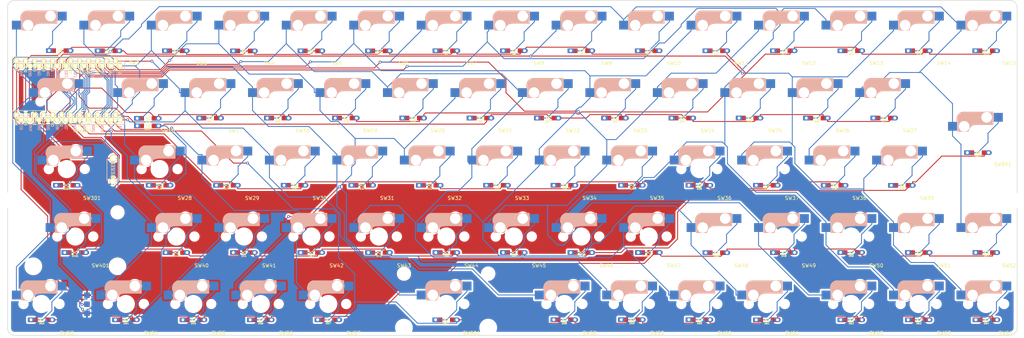
<source format=kicad_pcb>
(kicad_pcb (version 20211014) (generator pcbnew)
  (title_block (title "MHKB") (date "2022-06-06") (rev "1.0"))
  (layers (0 "F.Cu" signal) (31 "B.Cu" signal) (34 "B.Paste" user) (35 "F.Paste" user) (36 "B.SilkS" user "B.Silkscreen") (37 "F.SilkS" user "F.Silkscreen") (38 "B.Mask" user) (39 "F.Mask" user) (44 "Edge.Cuts" user))
  (net 0 "")
  (net 1 "Net-(D1-Pad1)")
  (net 2 "row0")
  (net 3 "Net-(D2-Pad1)")
  (net 4 "Net-(D3-Pad1)")
  (net 5 "Net-(D4-Pad1)")
  (net 6 "Net-(D5-Pad1)")
  (net 7 "Net-(D6-Pad1)")
  (net 8 "Net-(D7-Pad1)")
  (net 9 "Net-(D8-Pad1)")
  (net 10 "Net-(D9-Pad1)")
  (net 11 "Net-(D10-Pad1)")
  (net 12 "Net-(D11-Pad1)")
  (net 13 "row1")
  (net 14 "Net-(D12-Pad1)")
  (net 15 "Net-(D13-Pad1)")
  (net 16 "Net-(D14-Pad1)")
  (net 17 "Net-(D15-Pad1)")
  (net 18 "row2")
  (net 19 "Net-(D16-Pad1)")
  (net 20 "Net-(D17-Pad1)")
  (net 21 "Net-(D18-Pad1)")
  (net 22 "Net-(D19-Pad1)")
  (net 23 "Net-(D20-Pad1)")
  (net 24 "Net-(D21-Pad1)")
  (net 25 "Net-(D22-Pad1)")
  (net 26 "Net-(D23-Pad1)")
  (net 27 "Net-(D24-Pad1)")
  (net 28 "Net-(D25-Pad1)")
  (net 29 "Net-(D26-Pad1)")
  (net 30 "Net-(D27-Pad1)")
  (net 31 "Net-(D28-Pad1)")
  (net 32 "Net-(D29-Pad1)")
  (net 33 "row3")
  (net 34 "Net-(D30-Pad1)")
  (net 35 "Net-(D31-Pad1)")
  (net 36 "Net-(D32-Pad1)")
  (net 37 "Net-(D33-Pad1)")
  (net 38 "Net-(D34-Pad1)")
  (net 39 "Net-(D35-Pad1)")
  (net 40 "Net-(D36-Pad1)")
  (net 41 "Net-(D37-Pad1)")
  (net 42 "Net-(D38-Pad1)")
  (net 43 "Net-(D39-Pad1)")
  (net 44 "Net-(D40-Pad1)")
  (net 45 "Net-(D41-Pad1)")
  (net 46 "Net-(D42-Pad1)")
  (net 47 "Net-(D43-Pad1)")
  (net 48 "Net-(D44-Pad1)")
  (net 49 "Net-(D45-Pad1)")
  (net 50 "Net-(D46-Pad1)")
  (net 51 "Net-(D47-Pad1)")
  (net 52 "Net-(D48-Pad1)")
  (net 53 "Net-(D49-Pad1)")
  (net 54 "Net-(D50-Pad1)")
  (net 55 "Net-(D51-Pad1)")
  (net 56 "Net-(D52-Pad1)")
  (net 57 "Net-(D53-Pad1)")
  (net 58 "Net-(D54-Pad1)")
  (net 59 "Net-(D55-Pad1)")
  (net 60 "Net-(D56-Pad1)")
  (net 61 "Net-(D57-Pad1)")
  (net 62 "row6")
  (net 63 "Net-(D58-Pad1)")
  (net 64 "Net-(D59-Pad1)")
  (net 65 "Net-(D60-Pad1)")
  (net 66 "Net-(D61-Pad1)")
  (net 67 "Net-(D62-Pad1)")
  (net 68 "Net-(D63-Pad1)")
  (net 69 "Net-(D64-Pad1)")
  (net 70 "Net-(D201-Pad1)")
  (net 71 "Net-(D301-Pad1)")
  (net 72 "Net-(D401-Pad1)")
  (net 73 "Net-(D601-Pad1)")
  (net 74 "Net-(D901-Pad1)")
  (net 75 "VCC")
  (net 76 "led")
  (net 77 "GND")
  (net 78 "col0")
  (net 79 "col1")
  (net 80 "col2")
  (net 81 "col3")
  (net 82 "col4")
  (net 83 "col5")
  (net 84 "col7")
  (net 85 "col8")
  (net 86 "col9")
  (net 87 "reset")
  (net 88 "unconnected-(U1-Pad24)")
  (net 89 "row4")
  (net 90 "row5")
  (net 91 "col6")
  (footprint "kbd:D3_TH_SMD_v2" (layer "F.Cu") (at 45.965 44.22)
    (fp_text reference "D1")
    (fp_text value "DIODE" hide)
  )
  (footprint "kbd:D3_TH_SMD_v2" (layer "F.Cu") (at 59.748 44.252)
    (fp_text reference "D2")
    (fp_text value "DIODE" hide)
  )
  (footprint "kbd:D3_TH_SMD_v2" (layer "F.Cu") (at 78.748 44.252)
    (fp_text reference "D3")
    (fp_text value "DIODE" hide)
  )
  (footprint "kbd:D3_TH_SMD_v2" (layer "F.Cu") (at 97.98 44.31)
    (fp_text reference "D4")
    (fp_text value "DIODE" hide)
  )
  (footprint "kbd:D3_TH_SMD_v2" (layer "F.Cu") (at 117.02 44.28)
    (fp_text reference "D5")
    (fp_text value "DIODE" hide)
  )
  (footprint "kbd:D3_TH_SMD_v2" (layer "F.Cu") (at 136.09 44.28)
    (fp_text reference "D6")
    (fp_text value "DIODE" hide)
  )
  (footprint "kbd:D3_TH_SMD_v2" (layer "F.Cu") (at 155.13 44.25)
    (fp_text reference "D7")
    (fp_text value "DIODE" hide)
  )
  (footprint "kbd:D3_TH_SMD_v2" (layer "F.Cu") (at 174.2 44.25)
    (fp_text reference "D8")
    (fp_text value "DIODE" hide)
  )
  (footprint "kbd:D3_TH_SMD_v2" (layer "F.Cu") (at 193.24 44.25)
    (fp_text reference "D9")
    (fp_text value "DIODE" hide)
  )
  (footprint "kbd:D3_TH_SMD_v2" (layer "F.Cu") (at 212.25 44.25)
    (fp_text reference "D10")
    (fp_text value "DIODE" hide)
  )
  (footprint "kbd:D3_TH_SMD_v2" (layer "F.Cu") (at 231.35 44.25)
    (fp_text reference "D11")
    (fp_text value "DIODE" hide)
  )
  (footprint "kbd:D3_TH_SMD_v2" (layer "F.Cu") (at 250.39 44.25)
    (fp_text reference "D12")
    (fp_text value "DIODE" hide)
  )
  (footprint "kbd:D3_TH_SMD_v2" (layer "F.Cu") (at 269.46 44.25)
    (fp_text reference "D13")
    (fp_text value "DIODE" hide)
  )
  (footprint "kbd:D3_TH_SMD_v2" (layer "F.Cu") (at 288.53 44.25)
    (fp_text reference "D14")
    (fp_text value "DIODE" hide)
  )
  (footprint "kbd:D3_TH_SMD_v2" (layer "F.Cu") (at 307.54 44.25)
    (fp_text reference "D15")
    (fp_text value "DIODE" hide)
  )
  (footprint "kbd:D3_TH_SMD_v2" (layer "F.Cu") (at 70.835 63.34)
    (fp_text reference "D16")
    (fp_text value "DIODE" hide)
  )
  (footprint "kbd:D3_TH_SMD_v2" (layer "F.Cu") (at 88.43 63.252)
    (fp_text reference "D17")
    (fp_text value "DIODE" hide)
  )
  (footprint "kbd:D3_TH_SMD_v2" (layer "F.Cu") (at 107.54 63.252)
    (fp_text reference "D18")
    (fp_text value "DIODE" hide)
  )
  (footprint "kbd:D3_TH_SMD_v2" (layer "F.Cu") (at 126.748 63.252)
    (fp_text reference "D19")
    (fp_text value "DIODE" hide)
  )
  (footprint "kbd:D3_TH_SMD_v2" (layer "F.Cu") (at 145.748 63.252)
    (fp_text reference "D20")
    (fp_text value "DIODE" hide)
  )
  (footprint "kbd:D3_TH_SMD_v2" (layer "F.Cu") (at 164.748 63.252)
    (fp_text reference "D21")
    (fp_text value "DIODE" hide)
  )
  (footprint "kbd:D3_TH_SMD_v2" (layer "F.Cu") (at 183.748 63.252)
    (fp_text reference "D22")
    (fp_text value "DIODE" hide)
  )
  (footprint "kbd:D3_TH_SMD_v2" (layer "F.Cu") (at 202.748 63.252)
    (fp_text reference "D23")
    (fp_text value "DIODE" hide)
  )
  (footprint "kbd:D3_TH_SMD_v2" (layer "F.Cu") (at 221.748 63.252)
    (fp_text reference "D24")
    (fp_text value "DIODE" hide)
  )
  (footprint "kbd:D3_TH_SMD_v2" (layer "F.Cu") (at 240.748 63.252)
    (fp_text reference "D25")
    (fp_text value "DIODE" hide)
  )
  (footprint "kbd:D3_TH_SMD_v2" (layer "F.Cu") (at 259.748 63.252)
    (fp_text reference "D26")
    (fp_text value "DIODE" hide)
  )
  (footprint "kbd:D3_TH_SMD_v2" (layer "F.Cu") (at 278.748 63.252)
    (fp_text reference "D27")
    (fp_text value "DIODE" hide)
  )
  (footprint "kbd:D3_TH_SMD_v2" (layer "F.Cu") (at 74.17 82.23)
    (fp_text reference "D28")
    (fp_text value "DIODE" hide)
  )
  (footprint "kbd:D3_TH_SMD_v2" (layer "F.Cu") (at 93.18 82.23)
    (fp_text reference "D29")
    (fp_text value "DIODE" hide)
  )
  (footprint "kbd:D3_TH_SMD_v2" (layer "F.Cu") (at 112.28 82.23)
    (fp_text reference "D30")
    (fp_text value "DIODE" hide)
  )
  (footprint "kbd:D3_TH_SMD_v2" (layer "F.Cu") (at 131.35 82.23)
    (fp_text reference "D31")
    (fp_text value "DIODE" hide)
  )
  (footprint "kbd:D3_TH_SMD_v2" (layer "F.Cu") (at 150.42 82.23)
    (fp_text reference "D32")
    (fp_text value "DIODE" hide)
  )
  (footprint "kbd:D3_TH_SMD_v2" (layer "F.Cu") (at 169.43 82.23)
    (fp_text reference "D33")
    (fp_text value "DIODE" hide)
  )
  (footprint "kbd:D3_TH_SMD_v2" (layer "F.Cu") (at 188.47 82.23)
    (fp_text reference "D34")
    (fp_text value "DIODE" hide)
  )
  (footprint "kbd:D3_TH_SMD_v2" (layer "F.Cu") (at 207.51 82.23)
    (fp_text reference "D35")
    (fp_text value "DIODE" hide)
  )
  (footprint "kbd:D3_TH_SMD_v2" (layer "F.Cu") (at 226.58 82.23)
    (fp_text reference "D36")
    (fp_text value "DIODE" hide)
  )
  (footprint "kbd:D3_TH_SMD_v2" (layer "F.Cu") (at 245.62 82.23)
    (fp_text reference "D37")
    (fp_text value "DIODE" hide)
  )
  (footprint "kbd:D3_TH_SMD_v2" (layer "F.Cu") (at 264.748 82.252)
    (fp_text reference "D38")
    (fp_text value "DIODE" hide)
  )
  (footprint "kbd:D3_TH_SMD_v2" (layer "F.Cu") (at 283.748 82.252)
    (fp_text reference "D39")
    (fp_text value "DIODE" hide)
  )
  (footprint "kbd:D3_TH_SMD_v2" (layer "F.Cu") (at 78.9 101.23)
    (fp_text reference "D40")
    (fp_text value "DIODE" hide)
  )
  (footprint "kbd:D3_TH_SMD_v2" (layer "F.Cu") (at 97.97 101.23)
    (fp_text reference "D41")
    (fp_text value "DIODE" hide)
  )
  (footprint "kbd:D3_TH_SMD_v2" (layer "F.Cu") (at 117 101.23)
    (fp_text reference "D42")
    (fp_text value "DIODE" hide)
  )
  (footprint "kbd:D3_TH_SMD_v2" (layer "F.Cu") (at 136.09 101.23)
    (fp_text reference "D43")
    (fp_text value "DIODE" hide)
  )
  (footprint "kbd:D3_TH_SMD_v2" (layer "F.Cu") (at 155.13 101.23)
    (fp_text reference "D44")
    (fp_text value "DIODE" hide)
  )
  (footprint "kbd:D3_TH_SMD_v2" (layer "F.Cu") (at 174.17 101.23)
    (fp_text reference "D45")
    (fp_text value "DIODE" hide)
  )
  (footprint "kbd:D3_TH_SMD_v2" (layer "F.Cu") (at 193.24 101.23)
    (fp_text reference "D46")
    (fp_text value "DIODE" hide)
  )
  (footprint "kbd:D3_TH_SMD_v2" (layer "F.Cu") (at 212.31 101.23)
    (fp_text reference "D47")
    (fp_text value "DIODE" hide)
  )
  (footprint "kbd:D3_TH_SMD_v2" (layer "F.Cu") (at 231.35 101.27)
    (fp_text reference "D48")
    (fp_text value "DIODE" hide)
  )
  (footprint "kbd:D3_TH_SMD_v2" (layer "F.Cu") (at 250.42 101.23)
    (fp_text reference "D49")
    (fp_text value "DIODE" hide)
  )
  (footprint "kbd:D3_TH_SMD_v2" (layer "F.Cu") (at 269.43 101.2)
    (fp_text reference "D50")
    (fp_text value "DIODE" hide)
  )
  (footprint "kbd:D3_TH_SMD_v2" (layer "F.Cu") (at 288.5 101.23)
    (fp_text reference "D51")
    (fp_text value "DIODE" hide)
  )
  (footprint "kbd:D3_TH_SMD_v2" (layer "F.Cu") (at 307.57 101.23)
    (fp_text reference "D52")
    (fp_text value "DIODE" hide)
  )
  (footprint "kbd:D3_TH_SMD_v2" (layer "F.Cu") (at 40.84 120.22)
    (fp_text reference "D53")
    (fp_text value "DIODE" hide)
  )
  (footprint "kbd:D3_TH_SMD_v2" (layer "F.Cu") (at 64.68 120.22)
    (fp_text reference "D54")
    (fp_text value "DIODE" hide)
  )
  (footprint "kbd:D3_TH_SMD_v2" (layer "F.Cu") (at 83.72 120.22)
    (fp_text reference "D55")
    (fp_text value "DIODE" hide)
  )
  (footprint "kbd:D3_TH_SMD_v2" (layer "F.Cu") (at 102.73 120.22)
    (fp_text reference "D56")
    (fp_text value "DIODE" hide)
  )
  (footprint "kbd:D3_TH_SMD_v2" (layer "F.Cu") (at 121.8 120.22)
    (fp_text reference "D57")
    (fp_text value "DIODE" hide)
  )
  (footprint "kbd:D3_TH_SMD_v2" (layer "F.Cu") (at 188.43 120.19)
    (fp_text reference "D58")
    (fp_text value "DIODE" hide)
  )
  (footprint "kbd:D3_TH_SMD_v2" (layer "F.Cu") (at 207.51 120.19)
    (fp_text reference "D59")
    (fp_text value "DIODE" hide)
  )
  (footprint "kbd:D3_TH_SMD_v2" (layer "F.Cu") (at 226.58 120.19)
    (fp_text reference "D60")
    (fp_text value "DIODE" hide)
  )
  (footprint "kbd:D3_TH_SMD_v2" (layer "F.Cu") (at 245.62 120.22)
    (fp_text reference "D61")
    (fp_text value "DIODE" hide)
  )
  (footprint "kbd:D3_TH_SMD_v2" (layer "F.Cu") (at 269.46 120.22)
    (fp_text reference "D62")
    (fp_text value "DIODE" hide)
  )
  (footprint "kbd:D3_TH_SMD_v2" (layer "F.Cu") (at 288.5 120.22)
    (fp_text reference "D63")
    (fp_text value "DIODE" hide)
  )
  (footprint "kbd:D3_TH_SMD_v2" (layer "F.Cu") (at 307.6 120.22)
    (fp_text reference "D64")
    (fp_text value "DIODE" hide)
  )
  (footprint "kbd:D3_TH_SMD_v2" (layer "F.Cu") (at 70.84 65.46)
    (fp_text reference "D201")
    (fp_text value "DIODE" hide)
  )
  (footprint "kbd:D3_TH_SMD_v2" (layer "F.Cu") (at 47.94 82.23)
    (fp_text reference "D301")
    (fp_text value "DIODE" hide)
  )
  (footprint "kbd:D3_TH_SMD_v2" (layer "F.Cu") (at 50.36 101.23)
    (fp_text reference "D401")
    (fp_text value "DIODE" hide)
  )
  (footprint "kbd:D3_TH_SMD_v2" (layer "F.Cu") (at 155.07 120.22)
    (fp_text reference "D601")
    (fp_text value "DIODE" hide)
  )
  (footprint "kbd:D3_TH_SMD_v2" (layer "F.Cu") (at 305.22 73.03)
    (fp_text reference "D901")
    (fp_text value "DIODE" hide)
  )
  (footprint "kbd:CherryMX_Hotswap" (layer "F.Cu") (at 40.808 39.552)
    (fp_text reference "SW1")
    (fp_text value "SW_Push" hide)
  )
  (footprint "kbd:CherryMX_Hotswap" (layer "F.Cu") (at 59.858 39.552)
    (fp_text reference "SW2")
    (fp_text value "SW_Push" hide)
  )
  (footprint "kbd:CherryMX_Hotswap" (layer "F.Cu") (at 78.908 39.552)
    (fp_text reference "SW3")
    (fp_text value "SW_Push" hide)
  )
  (footprint "kbd:CherryMX_Hotswap" (layer "F.Cu") (at 97.958 39.552)
    (fp_text reference "SW4")
    (fp_text value "SW_Push" hide)
  )
  (footprint "kbd:CherryMX_Hotswap" (layer "F.Cu") (at 117.008 39.552)
    (fp_text reference "SW5")
    (fp_text value "SW_Push" hide)
  )
  (footprint "kbd:CherryMX_Hotswap" (layer "F.Cu") (at 136.058 39.552)
    (fp_text reference "SW6")
    (fp_text value "SW_Push" hide)
  )
  (footprint "kbd:CherryMX_Hotswap" (layer "F.Cu") (at 155.108 39.552)
    (fp_text reference "SW7")
    (fp_text value "SW_Push" hide)
  )
  (footprint "kbd:CherryMX_Hotswap" (layer "F.Cu") (at 174.158 39.552)
    (fp_text reference "SW8")
    (fp_text value "SW_Push" hide)
  )
  (footprint "kbd:CherryMX_Hotswap" (layer "F.Cu") (at 193.208 39.552)
    (fp_text reference "SW9")
    (fp_text value "SW_Push" hide)
  )
  (footprint "kbd:CherryMX_Hotswap" (layer "F.Cu") (at 212.258 39.552)
    (fp_text reference "SW10")
    (fp_text value "SW_Push" hide)
  )
  (footprint "kbd:CherryMX_Hotswap" (layer "F.Cu") (at 231.308 39.552)
    (fp_text reference "SW11")
    (fp_text value "SW_Push" hide)
  )
  (footprint "kbd:CherryMX_Hotswap" (layer "F.Cu") (at 250.358 39.552)
    (fp_text reference "SW12")
    (fp_text value "SW_Push" hide)
  )
  (footprint "kbd:CherryMX_Hotswap" (layer "F.Cu") (at 269.408 39.552)
    (fp_text reference "SW13")
    (fp_text value "SW_Push" hide)
  )
  (footprint "kbd:CherryMX_Hotswap" (layer "F.Cu") (at 288.458 39.552)
    (fp_text reference "SW14")
    (fp_text value "SW_Push" hide)
  )
  (footprint "kbd:CherryMX_Hotswap" (layer "F.Cu") (at 307.508 39.552)
    (fp_text reference "SW15")
    (fp_text value "SW_Push" hide)
  )
  (footprint "kbd:CherryMX_Hotswap" (layer "F.Cu") (at 69.383 58.602)
    (fp_text reference "SW16")
    (fp_text value "SW_Push" hide)
  )
  (footprint "kbd:CherryMX_Hotswap" (layer "F.Cu") (at 88.433 58.602)
    (fp_text reference "SW17")
    (fp_text value "SW_Push" hide)
  )
  (footprint "kbd:CherryMX_Hotswap" (layer "F.Cu") (at 107.483 58.602)
    (fp_text reference "SW18")
    (fp_text value "SW_Push" hide)
  )
  (footprint "kbd:CherryMX_Hotswap" (layer "F.Cu") (at 126.533 58.602)
    (fp_text reference "SW19")
    (fp_text value "SW_Push" hide)
  )
  (footprint "kbd:CherryMX_Hotswap" (layer "F.Cu") (at 145.583 58.602)
    (fp_text reference "SW20")
    (fp_text value "SW_Push" hide)
  )
  (footprint "kbd:CherryMX_Hotswap" (layer "F.Cu") (at 164.633 58.602)
    (fp_text reference "SW21")
    (fp_text value "SW_Push" hide)
  )
  (footprint "kbd:CherryMX_Hotswap" (layer "F.Cu") (at 183.683 58.602)
    (fp_text reference "SW22")
    (fp_text value "SW_Push" hide)
  )
  (footprint "kbd:CherryMX_Hotswap" (layer "F.Cu") (at 202.733 58.602)
    (fp_text reference "SW23")
    (fp_text value "SW_Push" hide)
  )
  (footprint "kbd:CherryMX_Hotswap" (layer "F.Cu") (at 221.783 58.602)
    (fp_text reference "SW24")
    (fp_text value "SW_Push" hide)
  )
  (footprint "kbd:CherryMX_Hotswap" (layer "F.Cu") (at 240.833 58.602)
    (fp_text reference "SW25")
    (fp_text value "SW_Push" hide)
  )
  (footprint "kbd:CherryMX_Hotswap" (layer "F.Cu") (at 259.883 58.602)
    (fp_text reference "SW26")
    (fp_text value "SW_Push" hide)
  )
  (footprint "kbd:CherryMX_Hotswap" (layer "F.Cu") (at 278.933 58.602)
    (fp_text reference "SW27")
    (fp_text value "SW_Push" hide)
  )
  (footprint "kbd:CherryMX_Hotswap" (layer "F.Cu") (at 74.1455 77.652)
    (fp_text reference "SW28")
    (fp_text value "SW_Push" hide)
  )
  (footprint "kbd:CherryMX_Hotswap" (layer "F.Cu") (at 93.1955 77.652)
    (fp_text reference "SW29")
    (fp_text value "SW_Push" hide)
  )
  (footprint "kbd:CherryMX_Hotswap" (layer "F.Cu") (at 112.2455 77.652)
    (fp_text reference "SW30")
    (fp_text value "SW_Push" hide)
  )
  (footprint "kbd:CherryMX_Hotswap" (layer "F.Cu") (at 131.2955 77.652)
    (fp_text reference "SW31")
    (fp_text value "SW_Push" hide)
  )
  (footprint "kbd:CherryMX_Hotswap" (layer "F.Cu") (at 150.3455 77.652)
    (fp_text reference "SW32")
    (fp_text value "SW_Push" hide)
  )
  (footprint "kbd:CherryMX_Hotswap" (layer "F.Cu") (at 169.3955 77.652)
    (fp_text reference "SW33")
    (fp_text value "SW_Push" hide)
  )
  (footprint "kbd:CherryMX_Hotswap" (layer "F.Cu") (at 188.4455 77.652)
    (fp_text reference "SW34")
    (fp_text value "SW_Push" hide)
  )
  (footprint "kbd:CherryMX_Hotswap" (layer "F.Cu") (at 207.4955 77.652)
    (fp_text reference "SW35")
    (fp_text value "SW_Push" hide)
  )
  (footprint "kbd:CherryMX_Hotswap" (layer "F.Cu") (at 226.5455 77.652)
    (fp_text reference "SW36")
    (fp_text value "SW_Push" hide)
  )
  (footprint "kbd:CherryMX_Hotswap" (layer "F.Cu") (at 245.5955 77.652)
    (fp_text reference "SW37")
    (fp_text value "SW_Push" hide)
  )
  (footprint "kbd:CherryMX_Hotswap" (layer "F.Cu") (at 264.6455 77.652)
    (fp_text reference "SW38")
    (fp_text value "SW_Push" hide)
  )
  (footprint "kbd:CherryMX_Hotswap" (layer "F.Cu") (at 283.6955 77.652)
    (fp_text reference "SW39")
    (fp_text value "SW_Push" hide)
  )
  (footprint "kbd:CherryMX_Hotswap" (layer "F.Cu") (at 78.908 96.702)
    (fp_text reference "SW40")
    (fp_text value "SW_Push" hide)
  )
  (footprint "kbd:CherryMX_Hotswap" (layer "F.Cu") (at 97.958 96.702)
    (fp_text reference "SW41")
    (fp_text value "SW_Push" hide)
  )
  (footprint "kbd:CherryMX_Hotswap" (layer "F.Cu") (at 117.008 96.702)
    (fp_text reference "SW42")
    (fp_text value "SW_Push" hide)
  )
  (footprint "kbd:CherryMX_Hotswap" (layer "F.Cu") (at 136.058 96.702)
    (fp_text reference "SW43")
    (fp_text value "SW_Push" hide)
  )
  (footprint "kbd:CherryMX_Hotswap" (layer "F.Cu") (at 155.108 96.702)
    (fp_text reference "SW44")
    (fp_text value "SW_Push" hide)
  )
  (footprint "kbd:CherryMX_Hotswap" (layer "F.Cu") (at 174.158 96.702)
    (fp_text reference "SW45")
    (fp_text value "SW_Push" hide)
  )
  (footprint "kbd:CherryMX_Hotswap" (layer "F.Cu") (at 193.208 96.702)
    (fp_text reference "SW46")
    (fp_text value "SW_Push" hide)
  )
  (footprint "kbd:CherryMX_Hotswap" (layer "F.Cu") (at 212.258 96.702)
    (fp_text reference "SW47")
    (fp_text value "SW_Push" hide)
  )
  (footprint "kbd:CherryMX_Hotswap" (layer "F.Cu") (at 231.308 96.702)
    (fp_text reference "SW48")
    (fp_text value "SW_Push" hide)
  )
  (footprint "kbd:CherryMX_Hotswap" (layer "F.Cu") (at 250.358 96.702)
    (fp_text reference "SW49")
    (fp_text value "SW_Push" hide)
  )
  (footprint "kbd:CherryMX_Hotswap" (layer "F.Cu") (at 269.408 96.702)
    (fp_text reference "SW50")
    (fp_text value "SW_Push" hide)
  )
  (footprint "kbd:CherryMX_Hotswap" (layer "F.Cu") (at 288.458 96.702)
    (fp_text reference "SW51")
    (fp_text value "SW_Push" hide)
  )
  (footprint "kbd:CherryMX_Hotswap" (layer "F.Cu") (at 307.508 96.702)
    (fp_text reference "SW52")
    (fp_text value "SW_Push" hide)
  )
  (footprint "kbd:CherryMX_Hotswap" (layer "F.Cu") (at 40.808 115.752)
    (fp_text reference "SW53")
    (fp_text value "SW_Push" hide)
  )
  (footprint "kbd:CherryMX_Hotswap" (layer "F.Cu") (at 64.6205 115.752)
    (fp_text reference "SW54")
    (fp_text value "SW_Push" hide)
  )
  (footprint "kbd:CherryMX_Hotswap" (layer "F.Cu") (at 83.6705 115.752)
    (fp_text reference "SW55")
    (fp_text value "SW_Push" hide)
  )
  (footprint "kbd:CherryMX_Hotswap" (layer "F.Cu") (at 102.7205 115.752)
    (fp_text reference "SW56")
    (fp_text value "SW_Push" hide)
  )
  (footprint "kbd:CherryMX_Hotswap" (layer "F.Cu") (at 121.7705 115.752)
    (fp_text reference "SW57")
    (fp_text value "SW_Push" hide)
  )
  (footprint "kbd:CherryMX_Hotswap" (layer "F.Cu") (at 188.4455 115.752)
    (fp_text reference "SW58")
    (fp_text value "SW_Push" hide)
  )
  (footprint "kbd:CherryMX_Hotswap" (layer "F.Cu") (at 207.4955 115.752)
    (fp_text reference "SW59")
    (fp_text value "SW_Push" hide)
  )
  (footprint "kbd:CherryMX_Hotswap" (layer "F.Cu") (at 226.5455 115.752)
    (fp_text reference "SW60")
    (fp_text value "SW_Push" hide)
  )
  (footprint "kbd:CherryMX_Hotswap" (layer "F.Cu") (at 245.5955 115.752)
    (fp_text reference "SW61")
    (fp_text value "SW_Push" hide)
  )
  (footprint "kbd:CherryMX_Hotswap" (layer "F.Cu") (at 269.408 115.752)
    (fp_text reference "SW62")
    (fp_text value "SW_Push" hide)
  )
  (footprint "kbd:CherryMX_Hotswap" (layer "F.Cu") (at 288.458 115.752)
    (fp_text reference "SW63")
    (fp_text value "SW_Push" hide)
  )
  (footprint "kbd:CherryMX_Hotswap" (layer "F.Cu") (at 307.508 115.752)
    (fp_text reference "SW64")
    (fp_text value "SW_Push" hide)
  )
  (footprint "kbd:CherryMX_Hotswap" (layer "F.Cu") (at 45.571 58.602)
    (fp_text reference "SW201")
    (fp_text value "SW_Push" hide)
  )
  (footprint "kbd:CherryMX_Hotswap" (layer "F.Cu") (at 47.952 77.652)
    (fp_text reference "SW301")
    (fp_text value "SW_Push" hide)
  )
  (footprint "kbd:CherryMX_Hotswap" (layer "F.Cu") (at 50.333 96.702)
    (fp_text reference "SW401")
    (fp_text value "SW_Push" hide)
  )
  (footprint "kbd:CherryMX_Hotswap" (layer "F.Cu") (at 155.108 115.752)
    (fp_text reference "SW601")
    (fp_text value "SW_Push" hide)
  )
  (footprint "kbd:CherryMX_Hotswap" (layer "F.Cu") (at 305.1265 68.127)
    (fp_text reference "SW901")
    (fp_text value "SW_Push" hide)
  )
  (footprint "" (layer "F.Cu") (at 159.46 77.06)
    (fp_text reference "Ref7" hide)
    (fp_text value "Ref7" hide)
  )
  (footprint "" (layer "F.Cu") (at 166.94 107.19)
    (fp_text reference "Ref9" hide)
    (fp_text value "Ref9" hide)
  )
  (footprint "" (layer "F.Cu") (at 298.13 56.23)
    (fp_text reference "Ref13" hide)
    (fp_text value "Ref13" hide)
  )
  (footprint "" (layer "F.Cu") (at 166.94 122.43)
    (fp_text reference "Ref11" hide)
    (fp_text value "Ref11" hide)
  )
  (footprint "kbd:ResetSW" (layer "F.Cu") (at 61.04 77.83 90)
    (fp_text reference "SW65" hide)
    (fp_text value "RESET_SWITCH")
  )
  (footprint "" (layer "F.Cu") (at 62.26 105.11)
    (fp_text reference "Ref6" hide)
    (fp_text value "Ref6" hide)
  )
  (footprint "" (layer "F.Cu") (at 38.47 89.87)
    (fp_text reference "Ref3" hide)
    (fp_text value "Ref3" hide)
  )
  (footprint "" (layer "F.Cu") (at 291.15 57.94)
    (fp_text reference "Ref12" hide)
    (fp_text value "Ref12" hide)
  )
  (footprint "kbd:StripLED_rev" (layer "F.Cu") (at 53.65 113.26)
    (fp_text reference "J1" hide)
    (fp_text value "Conn_01x03_Male" hide)
  )
  (footprint "" (layer "F.Cu") (at 38.49 105.11)
    (fp_text reference "Ref5" hide)
    (fp_text value "Ref5" hide)
  )
  (footprint "kbd:M2_HOLE_v2" (layer "F.Cu") (at 56.49 57.94)
    (fp_text reference "Ref1" hide)
    (fp_text value "Val1" hide)
  )
  (footprint "" (layer "F.Cu") (at 143.14 122.43)
    (fp_text reference "Ref10" hide)
    (fp_text value "Ref10" hide)
  )
  (footprint "" (layer "F.Cu") (at 32.74 86.46)
    (fp_text reference "Ref2" hide)
    (fp_text value "Ref2" hide)
  )
  (footprint "" (layer "F.Cu") (at 313.37 80.03)
    (fp_text reference "Ref16" hide)
    (fp_text value "Ref16" hide)
  )
  (footprint "" (layer "F.Cu") (at 62.27 89.88)
    (fp_text reference "Ref4" hide)
    (fp_text value "Ref4" hide)
  )
  (footprint "" (layer "F.Cu") (at 313.37 56.24)
    (fp_text reference "Ref14" hide)
    (fp_text value "Ref14" hide)
  )
  (footprint "" (layer "F.Cu") (at 314.58 86.52)
    (fp_text reference "Ref17" hide)
    (fp_text value "Ref17" hide)
  )
  (footprint "" (layer "F.Cu") (at 298.13 80.03)
    (fp_text reference "Ref15" hide)
    (fp_text value "Ref15" hide)
  )
  (footprint "kbd:ProMicro_v2" (layer "F.Cu") (at 48.263 54.8575 90)
    (fp_text reference "U1" hide)
    (fp_text value "ProMicro" hide)
  )
  (footprint "" (layer "F.Cu") (at 143.15 107.2)
    (fp_text reference "Ref8" hide)
    (fp_text value "Ref8" hide)
  )
  (gr_arc (start 31.23 31.96) (mid 31.796111 30.581874) (end 33.18 30.03) (layer "Edge.Cuts") (width 0.15))
  (gr_arc (start 33.248 124.61) (mid 31.819281 124.02639) (end 31.23 122.6) (layer "Edge.Cuts") (width 0.15))
  (gr_line (start 33.18 30.03) (end 314.105786 30.03) (layer "Edge.Cuts") (width 0.15))
  (gr_arc (start 316.27 122.66) (mid 315.550198 124.0414) (end 314.1 124.61) (layer "Edge.Cuts") (width 0.15))
  (gr_line (start 31.23 31.96) (end 31.23 122.6) (layer "Edge.Cuts") (width 0.15))
  (gr_line (start 33.248 124.61) (end 314.1 124.61) (layer "Edge.Cuts") (width 0.15))
  (gr_arc (start 314.105786 30.03) (mid 315.576812 30.557475) (end 316.27 31.95) (layer "Edge.Cuts") (width 0.15))
  (gr_line (start 316.27 31.95) (end 316.27 122.66) (layer "Edge.Cuts") (width 0.15))
  (segment (start 44.19 44.22) (end 42.965 44.22) (width 0.25) (layer "F.Cu") (net 1))
  (segment (start 43.9403 38.757) (end 43.9403 42.2694) (width 0.25) (layer "B.Cu") (net 1))
  (segment (start 42.965 44.22) (end 42.965 43.2447) (width 0.25) (layer "B.Cu") (net 1))
  (segment (start 46.65 34.472) (end 46.65 36.0473) (width 0.25) (layer "B.Cu") (net 1))
  (segment (start 43.9403 42.2694) (end 42.965 43.2447) (width 0.25) (layer "B.Cu") (net 1))
  (segment (start 46.65 36.0473) (end 43.9403 38.757) (width 0.25) (layer "B.Cu") (net 1))
  (segment (start 196.24 44.25) (end 195.0257 44.25) (width 0.25) (layer "F.Cu") (net 2))
  (segment (start 215.25 44.25) (end 214.025 44.25) (width 0.25) (layer "F.Cu") (net 2))
  (segment (start 177.2 44.0289) (end 177.0003 44.2286) (width 0.25) (layer "F.Cu") (net 2))
  (segment (start 48.7653 43.932) (end 48.965 43.7323) (width 0.25) (layer "F.Cu") (net 2))
  (segment (start 158.13 44.25) (end 156.9157 44.25) (width 0.25) (layer "F.Cu") (net 2))
  (segment (start 46.7147 44.22) (end 45.3292 45.6055) (width 0.25) (layer "F.Cu") (net 2))
  (segment (start 177.7564 43.2514) (end 194.5041 43.2514) (width 0.25) (layer "F.Cu") (net 2))
  (segment (start 177.2 43.8078) (end 177.7564 43.2514) (width 0.25) (layer "F.Cu") (net 2))
  (segment (start 139.09 44.28) (end 139.09 45.2553) (width 0.25) (layer "F.Cu") (net 2))
  (segment (start 120.02 44.28) (end 118.795 44.28) (width 0.25) (layer "F.Cu") (net 2))
  (segment (start 81.748 44.252) (end 81.748 45.2273) (width 0.25) (layer "F.Cu") (net 2))
  (segment (start 81.748 44.252) (end 80.523 44.252) (width 0.25) (layer "F.Cu") (net 2))
  (segment (start 100.98 44.31) (end 99.755 44.31) (width 0.25) (layer "F.Cu") (net 2))
  (segment (start 62.748 44.252) (end 63.9623 44.252) (width 0.25) (layer "F.Cu") (net 2))
  (segment (start 61.5337 43.775) (end 61.5337 44.252) (width 0.25) (layer "F.Cu") (net 2))
  (segment (start 61.523 43.7643) (end 61.5337 43.775) (width 0.25) (layer "F.Cu") (net 2))
  (segment (start 196.24 44.25) (end 196.24 45.2253) (width 0.25) (layer "F.Cu") (net 2))
  (segment (start 212.0244 45.2253) (end 196.24 45.2253) (width 0.25) (layer "F.Cu") (net 2))
  (segment (start 37.595 61.705) (end 36.325 60.435) (width 0.25) (layer "F.Cu") (net 2))
  (segment (start 137.865 44.28) (end 139.09 44.28) (width 0.25) (layer "F.Cu") (net 2))
  (segment (start 156.905 44.7376) (end 156.9157 44.7269) (width 0.25) (layer "F.Cu") (net 2))
  (segment (start 78.522 45.2277) (end 64.938 45.2277) (width 0.25) (layer "F.Cu") (net 2))
  (segment (start 175.975 44.25) (end 177.0003 44.25) (width 0.25) (layer "F.Cu") (net 2))
  (segment (start 48.2527 44.22) (end 48.7653 44.22) (width 0.25) (layer "F.Cu") (net 2))
  (segment (start 120.02 44.28) (end 120.02 45.2553) (width 0.25) (layer "F.Cu") (net 2))
  (segment (start 175.975 44.25) (end 175.975 45.2253) (width 0.25) (layer "F.Cu") (net 2))
  (segment (start 48.2527 44.22) (end 47.74 44.22) (width 0.25) (layer "F.Cu") (net 2))
  (segment (start 156.3873 45.2553) (end 156.905 44.7376) (width 0.25) (layer "F.Cu") (net 2))
  (segment (start 137.865 44.28) (end 136.8397 44.28) (width 0.25) (layer "F.Cu") (net 2))
  (segment (start 79.4977 44.252) (end 78.522 45.2277) (width 0.25) (layer "F.Cu") (net 2))
  (segment (start 98.7297 44.31) (end 97.735 45.3047) (width 0.25) (layer "F.Cu") (net 2))
  (segment (start 214.025 44.25) (end 212.9997 44.25) (width 0.25) (layer "F.Cu") (net 2))
  (segment (start 97.735 45.3047) (end 81.8254 45.3047) (width 0.25) (layer "F.Cu") (net 2))
  (segment (start 61.523 44.252) (end 61.523 43.7643) (width 0.25) (layer "F.Cu") (net 2))
  (segment (start 177.0003 44.2286) (end 177.0003 44.25) (width 0.25) (layer "F.Cu") (net 2))
  (segment (start 195.0257 43.773) (end 195.0257 44.25) (width 0.25) (layer "F.Cu") (net 2))
  (segment (start 212.9997 44.25) (end 212.0244 45.2253) (width 0.25) (layer "F.Cu") (net 2))
  (segment (start 118.795 44.28) (end 117.7697 44.28) (width 0.25) (layer "F.Cu") (net 2))
  (segment (start 158.13 44.25) (end 158.13 45.2253) (width 0.25) (layer "F.Cu") (net 2))
  (segment (start 45.3292 45.6055) (end 37.9206 45.6055) (width 0.25) (layer "F.Cu") (net 2))
  (segment (start 47.74 44.22) (end 46.7147 44.22) (width 0.25) (layer "F.Cu") (net 2))
  (segment (start 81.8254 45.3047) (end 81.748 45.2273) (width 0.25) (layer "F.Cu") (net 2))
  (segment (start 100.98 44.31) (end 100.98 45.2853) (width 0.25) (layer "F.Cu") (net 2))
  (segment (start 156.905 44.25) (end 156.905 44.7376) (width 0.25) (layer "F.Cu") (net 2))
  (segment (start 80.523 44.252) (end 79.4977 44.252) (width 0.25) (layer "F.Cu") (net 2))
  (segment (start 36.325 60.435) (end 36.325 47.2011) (width 0.25) (layer "F.Cu") (net 2))
  (segment (start 48.7653 44.22) (end 48.7653 43.932) (width 0.25) (layer "F.Cu") (net 2))
  (segment (start 62.748 44.252) (end 61.5337 44.252) (width 0.25) (layer "F.Cu") (net 2))
  (segment (start 117.7697 44.28) (end 116.7644 45.2853) (width 0.25) (layer "F.Cu") (net 2))
  (segment (start 37.9206 45.6055) (end 36.325 47.2011) (width 0.25) (layer "F.Cu") (net 2))
  (segment (start 48.965 43.7323) (end 49.4206 43.2767) (width 0.25) (layer "F.Cu") (net 2))
  (segment (start 37.595 63.7475) (end 37.595 61.705) (width 0.25) (layer "F.Cu") (net 2))
  (segment (start 177.2 44.0289) (end 177.2 43.8078) (width 0.25) (layer "F.Cu") (net 2))
  (segment (start 177.2 44.25) (end 177.2 44.0289) (width 0.25) (layer "F.Cu") (net 2))
  (segment (start 156.9157 44.7269) (end 156.9157 44.25) (width 0.25) (layer "F.Cu") (net 2))
  (segment (start 99.755 44.31) (end 98.7297 44.31) (width 0.25) (layer "F.Cu") (net 2))
  (segment (start 49.4206 43.2767) (end 61.523 43.2767) (width 0.25) (layer "F.Cu") (net 2))
  (segment (start 158.13 45.2253) (end 175.975 45.2253) (width 0.25) (layer "F.Cu") (net 2))
  (segment (start 194.5041 43.2514) (end 195.015 43.7623) (width 0.25) (layer "F.Cu") (net 2))
  (segment (start 116.7644 45.2853) (end 100.98 45.2853) (width 0.25) (layer "F.Cu") (net 2))
  (segment (start 139.09 45.2553) (end 156.3873 45.2553) (width 0.25) (layer "F.Cu") (net 2))
  (segment (start 64.938 45.2277) (end 63.9623 44.252) (width 0.25) (layer "F.Cu") (net 2))
  (segment (start 135.8644 45.2553) (end 120.02 45.2553) (width 0.25) (layer "F.Cu") (net 2))
  (segment (start 61.523 43.7643) (end 61.523 43.2767) (width 0.25) (layer "F.Cu") (net 2))
  (segment (start 195.015 44.25) (end 195.015 43.7623) (width 0.25) (layer "F.Cu") (net 2))
  (segment (start 48.965 44.22) (end 48.965 43.7323) (width 0.25) (layer "F.Cu") (net 2))
  (segment (start 195.015 43.7623) (end 195.0257 43.773) (width 0.25) (layer "F.Cu") (net 2))
  (segment (start 136.8397 44.28) (end 135.8644 45.2553) (width 0.25) (layer "F.Cu") (net 2))
  (segment (start 56.748 44.252) (end 57.973 44.252) (width 0.25) (layer "F.Cu") (net 3))
  (segment (start 63.1759 40.1741) (end 59.3193 44.0307) (width 0.25) (layer "B.Cu") (net 3))
  (segment (start 65.7 34.472) (end 65.7 36.0473) (width 0.25) (layer "B.Cu") (net 3))
  (segment (start 58.7642 44.252) (end 56.748 44.252) (width 0.25) (layer "B.Cu") (net 3))
  (segment (start 58.9855 44.0307) (end 58.7642 44.252) (width 0.25) (layer "B.Cu") (net 3))
  (segment (start 59.3193 44.0307) (end 58.9855 44.0307) (width 0.25) (layer "B.Cu") (net 3))
  (segment (start 65.7 36.0473) (end 63.1759 38.5714) (width 0.25) (layer "B.Cu") (net 3))
  (segment (start 63.1759 38.5714) (end 63.1759 40.1741) (width 0.25) (layer "B.Cu") (net 3))
  (segment (start 75.748 44.252) (end 76.973 44.252) (width 0.25) (layer "F.Cu") (net 4))
  (segment (start 75.748 44.252) (end 78.908 44.252) (width 0.25) (layer "B.Cu") (net 4))
  (segment (start 81.8387 41.3213) (end 81.8387 38.9586) (width 0.25) (layer "B.Cu") (net 4))
  (segment (start 78.908 44.252) (end 81.8387 41.3213) (width 0.25) (layer "B.Cu") (net 4))
  (segment (start 84.75 36.0473) (end 84.75 34.472) (width 0.25) (layer "B.Cu") (net 4))
  (segment (start 81.8387 38.9586) (end 84.75 36.0473) (width 0.25) (layer "B.Cu") (net 4))
  (segment (start 94.98 44.31) (end 96.205 44.31) (width 0.25) (layer "F.Cu") (net 5))
  (segment (start 103.8 36.0473) (end 103.8 34.472) (width 0.25) (layer "B.Cu") (net 5))
  (segment (start 100.889 38.9586) (end 103.8 36.0473) (width 0.25) (layer "B.Cu") (net 5))
  (segment (start 94.98 44.31) (end 97.84 44.31) (width 0.25) (layer "B.Cu") (net 5))
  (segment (start 97.84 44.31) (end 100.889 41.2613) (width 0.25) (layer "B.Cu") (net 5))
  (segment (start 100.889 41.2613) (end 100.889 38.9586) (width 0.25) (layer "B.Cu") (net 5))
  (segment (start 114.02 44.28) (end 115.245 44.28) (width 0.25) (layer "F.Cu") (net 6))
  (segment (start 122.85 36.0473) (end 122.85 34.472) (width 0.25) (layer "B.Cu") (net 6))
  (segment (start 114.02 44.28) (end 116.67 44.28) (width 0.25) (layer "B.Cu") (net 6))
  (segment (start 119.939 38.9586) (end 122.85 36.0473) (width 0.25) (layer "B.Cu") (net 6))
  (segment (start 116.67 44.28) (end 119.939 41.0113) (width 0.25) (layer "B.Cu") (net 6))
  (segment (start 119.939 41.0113) (end 119.939 38.9586) (width 0.25) (layer "B.Cu") (net 6))
  (segment (start 133.09 44.28) (end 134.315 44.28) (width 0.25) (layer "F.Cu") (net 7))
  (segment (start 138.989 38.9586) (end 141.9 36.0473) (width 0.25) (layer "B.Cu") (net 7))
  (segment (start 141.9 36.0473) (end 141.9 34.472) (width 0.25) (layer "B.Cu") (net 7))
  (segment (start 136.22 44.28) (end 138.989 41.5113) (width 0.25) (layer "B.Cu") (net 7))
  (segment (start 138.989 41.5113) (end 138.989 38.9586) (width 0.25) (layer "B.Cu") (net 7))
  (segment (start 133.09 44.28) (end 136.22 44.28) (width 0.25) (layer "B.Cu") (net 7))
  (segment (start 152.13 44.25) (end 153.355 44.25) (width 0.25) (layer "F.Cu") (net 8))
  (segment (start 160.95 36.0473) (end 160.95 34.472) (width 0.25) (layer "B.Cu") (net 8))
  (segment (start 155.24 44.25) (end 158.039 41.4513) (width 0.25) (layer "B.Cu") (net 8))
  (segment (start 158.039 41.4513) (end 158.039 38.9586) (width 0.25) (layer "B.Cu") (net 8))
  (segment (start 152.13 44.25) (end 155.24 44.25) (width 0.25) (layer "B.Cu") (net 8))
  (segment (start 158.039 38.9586) (end 160.95 36.0473) (width 0.25) (layer "B.Cu") (net 8))
  (segment (start 172.425 44.25) (end 171.2 44.25) (width 0.25) (layer "F.Cu") (net 9))
  (segment (start 177.089 41.3813) (end 177.089 38.9586) (width 0.25) (layer "B.Cu") (net 9))
  (segment (start 177.089 38.9586) (end 180 36.0473) (width 0.25) (layer "B.Cu") (net 9))
  (segment (start 174.22 44.25) (end 177.089 41.3813) (width 0.25) (layer "B.Cu") (net 9))
  (segment (start 180 36.0473) (end 180 34.472) (width 0.25) (layer "B.Cu") (net 9))
  (segment (start 171.2 44.25) (end 174.22 44.25) (width 0.25) (layer "B.Cu") (net 9))
  (segment (start 191.465 44.25) (end 190.24 44.25) (width 0.25) (layer "F.Cu") (net 10))
  (segment (start 190.24 44.25) (end 193.31 44.25) (width 0.25) (layer "B.Cu") (net 10))
  (segment (start 196.139 38.9586) (end 199.05 36.0473) (width 0.25) (layer "B.Cu") (net 10))
  (segment (start 196.139 41.4213) (end 196.139 38.9586) (width 0.25) (layer "B.Cu") (net 10))
  (segment (start 199.05 36.0473) (end 199.05 34.472) (width 0.25) (layer "B.Cu") (net 10))
  (segment (start 193.31 44.25) (end 196.139 41.4213) (width 0.25) (layer "B.Cu") (net 10))
  (segment (start 210.475 44.25) (end 209.25 44.25) (width 0.25) (layer "F.Cu") (net 11))
  (segment (start 212.29 44.25) (end 215.189 41.3513) (width 0.25) (layer "B.Cu") (net 11))
  (segment (start 209.25 44.25) (end 212.29 44.25) (width 0.25) (layer "B.Cu") (net 11))
  (segment (start 215.189 41.3513) (end 215.189 38.9586) (width 0.25) (layer "B.Cu") (net 11))
  (segment (start 218.1 36.0473) (end 218.1 34.472) (width 0.25) (layer "B.Cu") (net 11))
  (segment (start 215.189 38.9586) (end 218.1 36.0473) (width 0.25) (layer "B.Cu") (net 11))
  (segment (start 229.575 44.25) (end 228.35 44.25) (width 0.25) (layer "F.Cu") (net 12))
  (segment (start 231.77 44.25) (end 234.239 41.7813) (width 0.25) (layer "B.Cu") (net 12))
  (segment (start 228.35 44.25) (end 231.77 44.25) (width 0.25) (layer "B.Cu") (net 12))
  (segment (start 234.239 41.7813) (end 234.239 38.9586) (width 0.25) (layer "B.Cu") (net 12))
  (segment (start 237.15 36.0473) (end 237.15 34.472) (width 0.25) (layer "B.Cu") (net 12))
  (segment (start 234.239 38.9586) (end 237.15 36.0473) (width 0.25) (layer "B.Cu") (net 12))
  (segment (start 192.0616 62.0947) (end 192.6625 62.0947) (width 0.25) (layer "F.Cu") (net 13))
  (segment (start 110.54 63.252) (end 109.3257 63.252) (width 0.25) (layer "F.Cu") (net 13))
  (segment (start 90.205 63.252) (end 90.205 62.7643) (width 0.25) (layer "F.Cu") (net 13))
  (segment (start 272.46 44.25) (end 272.46 45.2253) (width 0.25) (layer "F.Cu") (net 13))
  (segment (start 149.2249 61.7998) (end 191.7667 61.7998) (width 0.25) (layer "F.Cu") (net 13))
  (segment (start 308.8273 45.2253) (end 291.53 45.2253) (width 0.25) (layer "F.Cu") (net 13))
  (segment (start 72.61 62.8523) (end 73.835 62.8523) (width 0.25) (layer "F.Cu") (net 13))
  (segment (start 271.235 44.0061) (end 271.235 43.7623) (width 0.25) (layer "F.Cu") (net 13))
  (segment (start 291.53 44.25) (end 291.53 45.2253) (width 0.25) (layer "F.Cu") (net 13))
  (segment (start 309.3257 44.7269) (end 309.315 44.7376) (width 0.25) (layer "F.Cu") (net 13))
  (segment (start 234.1503 44.5379) (end 234.1503 44.25) (width 0.25) (layer "F.Cu") (net 13))
  (segment (start 73.835 62.3647) (end 73.923 62.2767) (width 0.25) (layer "F.Cu") (net 13))
  (segment (start 109.315 62.7643) (end 109.315 62.2767) (width 0.25) (layer "F.Cu") (net 13))
  (segment (start 147.523 63.252) (end 147.523 63.7396) (width 0.25) (layer "F.Cu") (net 13))
  (segment (start 148.748 62.2767) (end 149.2249 61.7998) (width 0.25) (layer "F.Cu") (net 13))
  (segment (start 245.1495 45.2253) (end 252.165 45.2253) (width 0.25) (layer "F.Cu") (net 13))
  (segment (start 147.5337 63.7289) (end 147.5337 63.252) (width 0.25) (layer "F.Cu") (net 13))
  (segment (start 64.6879 61.671) (end 71.4287 61.671) (width 0.25) (layer "F.Cu") (net 13))
  (segment (start 73.835 63.34) (end 73.835 62.8523) (width 0.25) (layer "F.Cu") (net 13))
  (segment (start 90.205 62.7643) (end 90.2157 62.775) (width 0.25) (layer "F.Cu") (net 13))
  (segment (start 45.215 62.117) (end 46.062 61.27) (width 0.25) (layer "F.Cu") (net 13))
  (segment (start 291.53 44.25) (end 290.3157 44.25) (width 0.25) (layer "F.Cu") (net 13))
  (segment (start 128.523 62.2767) (end 110.54 62.2767) (width 0.25) (layer "F.Cu") (net 13))
  (segment (start 309.315 44.25) (end 309.315 44.7376) (width 0.25) (layer "F.Cu") (net 13))
  (segment (start 192.6625 62.0947) (end 193.2427 61.5145) (width 0.25) (layer "F.Cu") (net 13))
  (segment (start 91.43 62.2767) (end 109.315 62.2767) (width 0.25) (layer "F.Cu") (net 13))
  (segment (start 45.215 63.7475) (end 45.215 62.117) (width 0.25) (layer "F.Cu") (net 13))
  (segment (start 270.7474 43.2747) (end 253.39 43.2747) (width 0.25) (layer "F.Cu") (net 13))
  (segment (start 272.46 45.2253) (end 289.3404 45.2253) (width 0.25) (layer "F.Cu") (net 13))
  (segment (start 91.43 63.252) (end 90.2157 63.252) (width 0.25) (layer "F.Cu") (net 13))
  (segment (start 73.835 62.8523) (end 73.835 62.3647) (width 0.25) (layer "F.Cu") (net 13))
  (segment (start 253.39 43.7623) (end 253.1903 43.962) (width 0.25) (layer "F.Cu") (net 13))
  (segment (start 234.35 44.7376) (end 234.35 45.2253) (width 0.25) (layer "F.Cu") (net 13))
  (segment (start 271.2457 44.0168) (end 271.2457 44.25) (width 0.25) (layer "F.Cu") (net 13))
  (segment (start 272.46 44.25) (end 271.2457 44.25) (width 0.25) (layer "F.Cu") (net 13))
  (segment (start 147.523 63.7396) (end 147.5337 63.7289) (width 0.25) (layer "F.Cu") (net 13))
  (segment (start 309.3257 44.25) (end 309.3257 44.7269) (width 0.25) (layer "F.Cu") (net 13))
  (segment (start 91.43 63.252) (end 91.43 62.2767) (width 0.25) (layer "F.Cu") (net 13))
  (segment (start 310.54 44.25) (end 309.3257 44.25) (width 0.25) (layer "F.Cu") (net 13))
  (segment (start 129.748 63.252) (end 129.748 64.2273) (width 0.25) (layer "F.Cu") (net 13))
  (segment (start 73.923 62.2767) (end 90.205 62.2767) (width 0.25) (layer "F.Cu") (net 13))
  (segment (start 234.35 44.7376) (end 234.1503 44.5379) (width 0.25) (layer "F.Cu") (net 13))
  (segment (start 253.39 44.25) (end 253.39 43.7623) (width 0.25) (layer "F.Cu") (net 13))
  (segment (start 239.7498 50.625) (end 245.1495 45.2253) (width 0.25) (layer "F.Cu") (net 13))
  (segment (start 309.315 44.7376) (end 308.8273 45.2253) (width 0.25) (layer "F.Cu") (net 13))
  (segment (start 253.1903 43.962) (end 253.1903 44.25) (width 0.25) (layer "F.Cu") (net 13))
  (segment (start 128.5337 62.775) (end 128.5337 63.252) (width 0.25) (layer "F.Cu") (net 13))
  (segment (start 148.748 63.252) (end 147.5337 63.252) (width 0.25) (layer "F.Cu") (net 13))
  (segment (start 109.3257 62.775) (end 109.3257 63.252) (width 0.25) (layer "F.Cu") (net 13))
  (segment (start 71.4287 61.671) (end 72.61 62.8523) (width 0.25) (layer "F.Cu") (net 13))
  (segment (start 271.235 44.25) (end 271.235 44.0061) (width 0.25) (layer "F.Cu") (net 13))
  (segment (start 271.235 43.7623) (end 270.7474 43.2747) (width 0.25) (layer "F.Cu") (net 13))
  (segment (start 72.61 63.34) (end 72.61 62.8523) (width 0.25) (layer "F.Cu") (net 13))
  (segment (start 228.8603 61.5145) (end 239.7498 50.625) (width 0.25) (layer "F.Cu") (net 13))
  (segment (start 233.125 44.25) (end 234.1503 44.25) (width 0.25) (layer "F.Cu") (net 13))
  (segment (start 253.39 43.7623) (end 253.39 43.2747) (width 0.25) (layer "F.Cu") (net 13))
  (segment (start 109.315 63.252) (end 109.315 62.7643) (width 0.25) (layer "F.Cu") (net 13))
  (segment (start 48.86 59.7) (end 48.86 57.48) (width 0.25) (layer "F.Cu") (net 13))
  (segment (start 148.748 63.252) (end 148.748 62.2767) (width 0.25) (layer "F.Cu") (net 13))
  (segment (start 289.3404 45.2253) (end 290.3157 44.25) (width 0.25) (layer "F.Cu") (net 13))
  (segment (start 129.748 63.252) (end 128.5337 63.252) (width 0.25) (layer "F.Cu") (net 13))
  (segment (start 128.523 63.252) (end 128.523 62.7643) (width 0.25) (layer "F.Cu") (net 13))
  (segment (start 46.062 61.27) (end 47.29 61.27) (width 0.25) (layer "F.Cu") (net 13))
  (segment (start 191.7667 61.7998) (end 192.0616 62.0947) (width 0.25) (layer "F.Cu") (net 13))
  (segment (start 57.8269 54.81) (end 64.6879 61.671) (width 0.25) (layer "F.Cu") (net 13))
  (segment (start 147.523 64.2273) (end 129.748 64.2273) (width 0.25) (layer "F.Cu") (net 13))
  (segment (start 47.29 61.27) (end 48.86 59.7) (width 0.25) (layer "F.Cu") (net 13))
  (segment (start 128.523 62.7643) (end 128.523 62.2767) (width 0.25) (layer "F.Cu") (net 13))
  (segment (start 290.305 44.25) (end 290.3157 44.25) (width 0.25) (layer "F.Cu") (net 13))
  (segment (start 193.2427 61.5145) (end 228.8603 61.5145) (width 0.25) (layer "F.Cu") (net 13))
  (segment (start 90.2157 62.775) (end 90.2157 63.252) (width 0.25) (layer "F.Cu") (net 13))
  (segment (start 239.7498 50.625) (end 234.35 45.2253) (width 0.25) (layer "F.Cu") (net 13))
  (segment (start 110.54 63.252) (end 110.54 62.2767) (width 0.25) (layer "F.Cu") (net 13))
  (segment (start 51.53 54.81) (end 57.8269 54.81) (width 0.25) (layer "F.Cu") (net 13))
  (segment (start 128.523 62.7643) (end 128.5337 62.775) (width 0.25) (layer "F.Cu") (net 13))
  (segment (start 90.205 62.7643) (end 90.205 62.2767) (width 0.25) (layer "F.Cu") (net 13))
  (segment (start 109.315 62.7643) (end 109.3257 62.775) (width 0.25) (layer "F.Cu") (net 13))
  (segment (start 271.235 44.0061) (end 271.2457 44.0168) (width 0.25) (layer "F.Cu") (net 13))
  (segment (start 147.523 63.7396) (end 147.523 64.2273) (width 0.25) (layer "F.Cu") (net 13))
  (segment (start 48.86 57.48) (end 51.53 54.81) (width 0.25) (layer "F.Cu") (net 13))
  (segment (start 252.165 44.25) (end 253.1903 44.25) (width 0.25) (layer "F.Cu") (net 13))
  (segment (start 234.35 44.25) (end 234.35 44.7376) (width 0.25) (layer "F.Cu") (net 13))
  (segment (start 252.165 44.25) (end 252.165 45.2253) (width 0.25) (layer "F.Cu") (net 13))
  (segment (start 46.2254 61.3337) (end 46.532579 61.026521) (width 0.25) (layer "B.Cu") (net 13))
  (segment (start 44.1276 47.3837) (end 43.945 47.2011) (width 0.25) (layer "B.Cu") (net 13))
  (segment (start 45.215 63.7475) (end 45.215 62.117) (width 0.25) (layer "B.Cu") (net 13))
  (segment (start 48.96455 58.012468) (end 44.1276 53.175518) (width 0.25) (layer "B.Cu") (net 13))
  (segment (start 46.532579 61.026521) (end 46.575271 61.026521) (width 0.25) (layer "B.Cu") (net 13))
  (segment (start 45.9983 61.3337) (end 46.2254 61.3337) (width 0.25) (layer "B.Cu") (net 13))
  (segment (start 46.575271 61.026521) (end 48.96455 58.637242) (width 0.25) (layer "B.Cu") (net 13))
  (segment (start 44.1276 53.175518) (end 44.1276 47.3837) (width 0.25) (layer "B.Cu") (net 13))
  (segment (start 48.96455 58.637242) (end 48.96455 58.012468) (width 0.25) (layer "B.Cu") (net 13))
  (segment (start 45.215 62.117) (end 45.9983 61.3337) (width 0.25) (layer "B.Cu") (net 13))
  (segment (start 248.615 44.25) (end 247.39 44.25) (width 0.25) (layer "F.Cu") (net 14))
  (segment (start 250.45 44.25) (end 253.289 41.4113) (width 0.25) (layer "B.Cu") (net 14))
  (segment (start 253.289 41.4113) (end 253.289 38.9586) (width 0.25) (layer "B.Cu") (net 14))
  (segment (start 253.289 38.9586) (end 256.2 36.0473) (width 0.25) (layer "B.Cu") (net 14))
  (segment (start 256.2 36.0473) (end 256.2 34.472) (width 0.25) (layer "B.Cu") (net 14))
  (segment (start 247.39 44.25) (end 250.45 44.25) (width 0.25) (layer "B.Cu") (net 14))
  (segment (start 267.685 44.25) (end 266.46 44.25) (width 0.25) (layer "F.Cu") (net 15))
  (segment (start 272.339 38.9586) (end 275.25 36.0473) (width 0.25) (layer "B.Cu") (net 15))
  (segment (start 272.339 41.2813) (end 272.339 38.9586) (width 0.25) (layer "B.Cu") (net 15))
  (segment (start 266.46 44.25) (end 269.37 44.25) (width 0.25) (layer "B.Cu") (net 15))
  (segment (start 275.25 36.0473) (end 275.25 34.472) (width 0.25) (layer "B.Cu") (net 15))
  (segment (start 269.37 44.25) (end 272.339 41.2813) (width 0.25) (layer "B.Cu") (net 15))
  (segment (start 286.755 44.25) (end 285.53 44.25) (width 0.25) (layer "F.Cu") (net 16))
  (segment (start 291.389 38.9586) (end 294.3 36.0473) (width 0.25) (layer "B.Cu") (net 16))
  (segment (start 294.3 36.0473) (end 294.3 34.472) (width 0.25) (layer "B.Cu") (net 16))
  (segment (start 285.53 44.25) (end 288.52 44.25) (width 0.25) (layer "B.Cu") (net 16))
  (segment (start 291.389 41.3813) (end 291.389 38.9586) (width 0.25) (layer "B.Cu") (net 16))
  (segment (start 288.52 44.25) (end 291.389 41.3813) (width 0.25) (layer "B.Cu") (net 16))
  (segment (start 305.765 44.25) (end 304.54 44.25) (width 0.25) (layer "F.Cu") (net 17))
  (segment (start 313.35 36.0473) (end 313.35 34.472) (width 0.25) (layer "B.Cu") (net 17))
  (segment (start 310.439 38.9586) (end 313.35 36.0473) (width 0.25) (layer "B.Cu") (net 17))
  (segment (start 310.439 41.3213) (end 310.439 38.9586) (width 0.25) (layer "B.Cu") (net 17))
  (segment (start 307.51 44.25) (end 310.439 41.3213) (width 0.25) (layer "B.Cu") (net 17))
  (segment (start 304.54 44.25) (end 307.51 44.25) (width 0.25) (layer "B.Cu") (net 17))
  (segment (start 280.0353 64.2273) (end 280.523 63.7396) (width 0.25) (layer "F.Cu") (net 18))
  (segment (start 184.4977 63.252) (end 183.5224 62.2767) (width 0.25) (layer "F.Cu") (net 18))
  (segment (start 194.6908 63.252) (end 195.6661 62.2767) (width 0.25) (layer "F.Cu") (net 18))
  (segment (start 204.523 63.252) (end 205.5483 63.252) (width 0.25) (layer "F.Cu") (net 18))
  (segment (start 280.523 63.252) (end 280.523 63.7396) (width 0.25) (layer "F.Cu") (net 18))
  (segment (start 75.9557 81.753) (end 75.9557 82.23) (width 0.25) (layer "F.Cu") (net 18))
  (segment (start 243.748 63.252) (end 243.748 62.2767) (width 0.25) (layer "F.Cu") (net 18))
  (segment (start 185.523 63.252) (end 186.748 63.252) (width 0.25) (layer "F.Cu") (net 18))
  (segment (start 50.94 82.7176) (end 61.358 82.7176) (width 0.25) (layer "F.Cu") (net 18))
  (segment (start 261.523 62.7643) (end 261.5337 62.775) (width 0.25) (layer "F.Cu") (net 18))
  (segment (start 243.748 63.252) (end 242.5337 63.252) (width 0.25) (layer "F.Cu") (net 18))
  (segment (start 50.7403 82.5179) (end 50.7403 82.23) (width 0.25) (layer "F.Cu") (net 18))
  (segment (start 224.748 63.252) (end 224.748 64.2273) (width 0.25) (layer "F.Cu") (net 18))
  (segment (start 50.94 82.23) (end 50.94 82.7176) (width 0.25) (layer "F.Cu") (net 18))
  (segment (start 167.748 62.7643) (end 167.5483 62.964) (width 0.25) (layer "F.Cu") (net 18))
  (segment (start 75.0543 65.46) (end 75.5423 64.972) (width 0.25) (layer "F.Cu") (net 18))
  (segment (start 75.945 81.7423) (end 75.945 81.2547) (width 0.25) (layer "F.Cu") (net 18))
  (segment (start 262.748 63.252) (end 261.5337 63.252) (width 0.25) (layer "F.Cu") (net 18))
  (segment (start 45.72 54.7) (end 45.72 50.02) (width 0.25) (layer "F.Cu") (net 18))
  (segment (start 62.8209 81.2547) (end 75.945 81.2547) (width 0.25) (layer "F.Cu") (net 18))
  (segment (start 242.5337 63.7289) (end 242.5337 63.252) (width 0.25) (layer "F.Cu") (net 18))
  (segment (start 280.523 63.7396) (end 280.5337 63.7289) (width 0.25) (layer "F.Cu") (net 18))
  (segment (start 261.523 63.252) (end 261.523 62.7643) (width 0.25) (layer "F.Cu") (net 18))
  (segment (start 205.748 62.2767) (end 221.5224 62.2767) (width 0.25) (layer "F.Cu") (net 18))
  (segment (start 261.523 62.7643) (end 261.523 62.2767) (width 0.25) (layer "F.Cu") (net 18))
  (segment (start 224.748 64.2273) (end 242.0353 64.2273) (width 0.25) (layer "F.Cu") (net 18))
  (segment (start 167.748 63.252) (end 167.748 62.7643) (width 0.25) (layer "F.Cu") (net 18))
  (segment (start 73.84 65.46) (end 75.0543 65.46) (width 0.25) (layer "F.Cu") (net 18))
  (segment (start 183.5224 62.2767) (end 167.748 62.2767) (width 0.25) (layer "F.Cu") (net 18))
  (segment (start 243.748 62.2767) (end 261.523 62.2767) (width 0.25) (layer "F.Cu") (net 18))
  (segment (start 167.748 62.7643) (end 167.748 62.2767) (width 0.25) (layer "F.Cu") (net 18))
  (segment (start 62.8209 73.8056) (end 57.7356 68.7203) (width 0.25) (layer "F.Cu") (net 18))
  (segment (start 261.5337 62.775) (end 261.5337 63.252) (width 0.25) (layer "F.Cu") (net 18))
  (segment (start 75.945 82.23) (end 75.945 81.7423) (width 0.25) (layer "F.Cu") (net 18))
  (segment (start 281.748 63.252) (end 280.5337 63.252) (width 0.25) (layer "F.Cu") (net 18))
  (segment (start 48.554462 55.942064) (end 46.962064 55.942064) (width 0.25) (layer "F.Cu") (net 18))
  (segment (start 46.485 49.255) (end 46.485 47.2011) (width 0.25) (layer "F.Cu") (net 18))
  (segment (start 75.945 81.7423) (end 75.9557 81.753) (width 0.25) (layer "F.Cu") (net 18))
  (segment (start 167.5483 62.964) (end 167.5483 63.252) (width 0.25) (layer "F.Cu") (net 18))
  (segment (start 280.5337 63.7289) (end 280.5337 63.252) (width 0.25) (layer "F.Cu") (net 18))
  (segment (start 61.358 82.7176) (end 62.8209 81.2547) (width 0.25) (layer "F.Cu") (net 18))
  (segment (start 242.0353 64.2273) (end 242.523 63.7396) (width 0.25) (layer "F.Cu") (net 18))
  (segment (start 262.748 64.2273) (end 280.0353 64.2273) (width 0.25) (layer "F.Cu") (net 18))
  (segment (start 223.523 63.252) (end 222.4977 63.252) (width 0.25) (layer "F.Cu") (net 18))
  (segment (start 75.5423 64.972) (end 165.7783 64.972) (width 0.25) (layer "F.Cu") (net 18))
  (segment (start 62.8209 81.2547) (end 62.8209 73.8056) (width 0.25) (layer "F.Cu") (net 18))
  (segment (start 186.748 63.252) (end 194.6908 63.252) (width 0.25) (layer "F.Cu") (net 18))
  (segment (start 49.715 82.23) (end 50.7403 82.23) (width 0.25) (layer "F.Cu") (net 18))
  (segment (start 52.7278 68.7203) (end 47.755 63.7475) (width 0.25) (layer "F.Cu") (net 18))
  (segment (start 262.748 63.252) (end 262.748 64.2273) (width 0.25) (layer "F.Cu") (net 18))
  (segment (start 242.523 63.7396) (end 242.5337 63.7289) (width 0.25) (layer "F.Cu") (net 18))
  (segment (start 205.748 63.252) (end 205.5483 63.252) (width 0.25) (layer "F.Cu") (net 18))
  (segment (start 224.748 63.252) (end 223.523 63.252) (width 0.25) (layer "F.Cu") (net 18))
  (segment (start 46.962064 55.942064) (end 45.72 54.7) (width 0.25) (layer "F.Cu") (net 18))
  (segment (start 195.6661 62.2767) (end 204.523 62.2767) (width 0.25) (layer "F.Cu") (net 18))
  (segment (start 185.523 63.252) (end 184.4977 63.252) (width 0.25) (layer "F.Cu") (net 18))
  (segment (start 242.523 63.252) (end 242.523 63.7396) (width 0.25) (layer "F.Cu") (net 18))
  (segment (start 205.748 63.252) (end 205.748 62.2767) (width 0.25) (layer "F.Cu") (net 18))
  (segment (start 77.17 82.23) (end 75.9557 82.23) (width 0.25) (layer "F.Cu") (net 18))
  (segment (start 72.615 65.46) (end 73.84 65.46) (width 0.25) (layer "F.Cu") (net 18))
  (segment (start 166.523 63.252) (end 167.5483 63.252) (width 0.25) (layer "F.Cu") (net 18))
  (segment (start 45.72 50.02) (end 46.485 49.255) (width 0.25) (layer "F.Cu") (net 18))
  (segment (start 221.5224 62.2767) (end 222.4977 63.252) (width 0.25) (layer "F.Cu") (net 18))
  (segment (start 166.523 63.252) (end 166.523 64.2273) (width 0.25) (layer "F.Cu") (net 18))
  (segment (start 50.94 82.7176) (end 50.7403 82.5179) (width 0.25) (layer "F.Cu") (net 18))
  (segment (start 57.7356 68.7203) (end 52.7278 68.7203) (width 0.25) (layer "F.Cu") (net 18))
  (segment (start 204.523 63.252) (end 204.523 62.2767) (width 0.25) (layer "F.Cu") (net 18))
  (segment (start 165.7783 64.972) (end 166.523 64.2273) (width 0.25) (layer "F.Cu") (net 18))
  (via (at 48.554462 55.942064) (size 0.8) (drill 0.4) (layers "F.Cu" "B.Cu") (net 18))
  (segment (start 48.554462 55.942064) (end 50.25048 57.638082) (width 0.25) (layer "B.Cu") (net 18))
  (segment (start 75.9273 65.46) (end 73.84 65.46) (width 0.25) (layer "B.Cu") (net 18))
  (segment (start 77.17 81.2547) (end 79.0753 81.2547) (width 0.25) (layer "B.Cu") (net 18))
  (segment (start 77.17 82.23) (end 77.17 81.2547) (width 0.25) (layer "B.Cu") (net 18))
  (segment (start 79.0753 81.2547) (end 81.5879 78.7421) (width 0.25) (layer "B.Cu") (net 18))
  (segment (start 47.755 61.8578) (end 47.755 63.7475) (width 0.25) (layer "B.Cu") (net 18))
  (segment (start 50.25048 57.638082) (end 50.25048 59.36232) (width 0.25) (layer "B.Cu") (net 18))
  (segment (start 50.25048 59.36232) (end 47.755 61.8578) (width 0.25) (layer "B.Cu") (net 18))
  (segment (start 81.5879 78.7421) (end 81.5879 71.1206) (width 0.25) (layer "B.Cu") (net 18))
  (segment (start 81.5879 71.1206) (end 75.9273 65.46) (width 0.25) (layer "B.Cu") (net 18))
  (segment (start 69.06 63.34) (end 67.835 63.34) (width 0.25) (layer "F.Cu") (net 19))
  (segment (start 67.835 63.34) (end 69.0493 63.34) (width 0.25) (layer "B.Cu") (net 19))
  (segment (start 75.225 53.522) (end 75.225 55.0973) (width 0.25) (layer "B.Cu") (net 19))
  (segment (start 72.622 59.7673) (end 72.622 57.7003) (width 0.25) (layer "B.Cu") (net 19))
  (segment (start 72.622 57.7003) (end 75.225 55.0973) (width 0.25) (layer "B.Cu") (net 19))
  (segment (start 69.0493 63.34) (end 72.622 59.7673) (width 0.25) (layer "B.Cu") (net 19))
  (segment (start 86.655 63.252) (end 85.43 63.252) (width 0.25) (layer "F.Cu") (net 20))
  (segment (start 91.3637 58.0086) (end 94.275 55.0973) (width 0.25) (layer "B.Cu") (net 20))
  (segment (start 85.43 63.252) (end 88.428 63.252) (width 0.25) (layer "B.Cu") (net 20))
  (segment (start 88.428 63.252) (end 91.3637 60.3163) (width 0.25) (layer "B.Cu") (net 20))
  (segment (start 91.3637 60.3163) (end 91.3637 58.0086) (width 0.25) (layer "B.Cu") (net 20))
  (segment (start 94.275 55.0973) (end 94.275 53.522) (width 0.25) (layer "B.Cu") (net 20))
  (segment (start 105.765 63.252) (end 104.54 63.252) (width 0.25) (layer "F.Cu") (net 21))
  (segment (start 110.414 60.4863) (end 110.414 58.0086) (width 0.25) (layer "B.Cu") (net 21))
  (segment (start 107.648 63.252) (end 110.414 60.4863) (width 0.25) (layer "B.Cu") (net 21))
  (segment (start 110.414 58.0086) (end 113.325 55.0973) (width 0.25) (layer "B.Cu") (net 21))
  (segment (start 104.54 63.252) (end 107.648 63.252) (width 0.25) (layer "B.Cu") (net 21))
  (segment (start 113.325 55.0973) (end 113.325 53.522) (width 0.25) (layer "B.Cu") (net 21))
  (segment (start 124.973 63.252) (end 123.748 63.252) (width 0.25) (layer "F.Cu") (net 22))
  (segment (start 129.464 60.5463) (end 129.464 58.0086) (width 0.25) (layer "B.Cu") (net 22))
  (segment (start 123.748 63.252) (end 126.758 63.252) (width 0.25) (layer "B.Cu") (net 22))
  (segment (start 126.758 63.252) (end 129.464 60.5463) (width 0.25) (layer "B.Cu") (net 22))
  (segment (start 129.464 58.0086) (end 132.375 55.0973) (width 0.25) (layer "B.Cu") (net 22))
  (segment (start 132.375 55.0973) (end 132.375 53.522) (width 0.25) (layer "B.Cu") (net 22))
  (segment (start 143.973 63.252) (end 142.748 63.252) (width 0.25) (layer "F.Cu") (net 23))
  (segment (start 142.748 63.252) (end 145.758 63.252) (width 0.25) (layer "B.Cu") (net 23))
  (segment (start 148.514 60.4963) (end 148.514 58.0086) (width 0.25) (layer "B.Cu") (net 23))
  (segment (start 151.425 55.0973) (end 151.425 53.522) (width 0.25) (layer "B.Cu") (net 23))
  (segment (start 148.514 58.0086) (end 151.425 55.0973) (width 0.25) (layer "B.Cu") (net 23))
  (segment (start 145.758 63.252) (end 148.514 60.4963) (width 0.25) (layer "B.Cu") (net 23))
  (segment (start 162.973 63.252) (end 161.748 63.252) (width 0.25) (layer "F.Cu") (net 24))
  (segment (start 170.475 55.0973) (end 170.475 53.522) (width 0.25) (layer "B.Cu") (net 24))
  (segment (start 167.564 58.0086) (end 170.475 55.0973) (width 0.25) (layer "B.Cu") (net 24))
  (segment (start 161.748 63.252) (end 165.028 63.252) (width 0.25) (layer "B.Cu") (net 24))
  (segment (start 165.028 63.252) (end 167.564 60.7163) (width 0.25) (layer "B.Cu") (net 24))
  (segment (start 167.564 60.7163) (end 167.564 58.0086) (width 0.25) (layer "B.Cu") (net 24))
  (segment (start 181.973 63.252) (end 180.748 63.252) (width 0.25) (layer "F.Cu") (net 25))
  (segment (start 186.614 58.0086) (end 189.525 55.0973) (width 0.25) (layer "B.Cu") (net 25))
  (segment (start 183.558 63.252) (end 186.614 60.1963) (width 0.25) (layer "B.Cu") (net 25))
  (segment (start 186.614 60.1963) (end 186.614 58.0086) (width 0.25) (layer "B.Cu") (net 25))
  (segment (start 189.525 55.0973) (end 189.525 53.522) (width 0.25) (layer "B.Cu") (net 25))
  (segment (start 180.748 63.252) (end 183.558 63.252) (width 0.25) (layer "B.Cu") (net 25))
  (segment (start 200.973 63.252) (end 199.748 63.252) (width 0.25) (layer "F.Cu") (net 26))
  (segment (start 208.575 55.0973) (end 208.575 53.522) (width 0.25) (layer "B.Cu") (net 26))
  (segment (start 202.848 63.252) (end 205.664 60.4363) (width 0.25) (layer "B.Cu") (net 26))
  (segment (start 205.664 58.0086) (end 208.575 55.0973) (width 0.25) (layer "B.Cu") (net 26))
  (segment (start 205.664 60.4363) (end 205.664 58.0086) (width 0.25) (layer "B.Cu") (net 26))
  (segment (start 199.748 63.252) (end 202.848 63.252) (width 0.25) (layer "B.Cu") (net 26))
  (segment (start 219.973 63.252) (end 218.748 63.252) (width 0.25) (layer "F.Cu") (net 27))
  (segment (start 227.625 55.0973) (end 227.625 53.522) (width 0.25) (layer "B.Cu") (net 27))
  (segment (start 224.714 58.0086) (end 227.625 55.0973) (width 0.25) (layer "B.Cu") (net 27))
  (segment (start 224.714 60.3863) (end 224.714 58.0086) (width 0.25) (layer "B.Cu") (net 27))
  (segment (start 221.848 63.252) (end 224.714 60.3863) (width 0.25) (layer "B.Cu") (net 27))
  (segment (start 218.748 63.252) (end 221.848 63.252) (width 0.25) (layer "B.Cu") (net 27))
  (segment (start 238.973 63.252) (end 237.748 63.252) (width 0.25) (layer "F.Cu") (net 28))
  (segment (start 243.764 60.4763) (end 243.764 58.0086) (width 0.25) (layer "B.Cu") (net 28))
  (segment (start 237.748 63.252) (end 240.988 63.252) (width 0.25) (layer "B.Cu") (net 28))
  (segment (start 243.764 58.0086) (end 246.675 55.0973) (width 0.25) (layer "B.Cu") (net 28))
  (segment (start 240.988 63.252) (end 243.764 60.4763) (width 0.25) (layer "B.Cu") (net 28))
  (segment (start 246.675 55.0973) (end 246.675 53.522) (width 0.25) (layer "B.Cu") (net 28))
  (segment (start 257.973 63.252) (end 256.748 63.252) (width 0.25) (layer "F.Cu") (net 29))
  (segment (start 262.814 58.0086) (end 265.725 55.0973) (width 0.25) (layer "B.Cu") (net 29))
  (segment (start 262.814 60.2663) (end 262.814 58.0086) (width 0.25) (layer "B.Cu") (net 29))
  (segment (start 256.748 63.252) (end 259.828 63.252) (width 0.25) (layer "B.Cu") (net 29))
  (segment (start 259.828 63.252) (end 262.814 60.2663) (width 0.25) (layer "B.Cu") (net 29))
  (segment (start 265.725 55.0973) (end 265.725 53.522) (width 0.25) (layer "B.Cu") (net 29))
  (segment (start 276.973 63.252) (end 275.748 63.252) (width 0.25) (layer "F.Cu") (net 30))
  (segment (start 281.864 58.0086) (end 284.775 55.0973) (width 0.25) (layer "B.Cu") (net 30))
  (segment (start 275.748 63.252) (end 279.048 63.252) (width 0.25) (layer "B.Cu") (net 30))
  (segment (start 284.775 55.0973) (end 284.775 53.522) (width 0.25) (layer "B.Cu") (net 30))
  (segment (start 281.864 60.4363) (end 281.864 58.0086) (width 0.25) (layer "B.Cu") (net 30))
  (segment (start 279.048 63.252) (end 281.864 60.4363) (width 0.25) (layer "B.Cu") (net 30))
  (segment (start 72.395 82.23) (end 71.17 82.23) (width 0.25) (layer "F.Cu") (net 31))
  (segment (start 79.9875 74.1473) (end 79.9875 72.572) (width 0.25) (layer "B.Cu") (net 31))
  (segment (start 71.17 82.23) (end 74.21 82.23) (width 0.25) (layer "B.Cu") (net 31))
  (segment (start 77.0762 79.3638) (end 77.0762 77.0586) (width 0.25) (layer "B.Cu") (net 31))
  (segment (start 77.0762 77.0586) (end 79.9875 74.1473) (width 0.25) (layer "B.Cu") (net 31))
  (segment (start 74.21 82.23) (end 77.0762 79.3638) (width 0.25) (layer "B.Cu") (net 31))
  (segment (start 91.405 82.23) (end 90.18 82.23) (width 0.25) (layer "F.Cu") (net 32))
  (segment (start 93.27 82.23) (end 96.3431 79.1569) (width 0.25) (layer "B.Cu") (net 32))
  (segment (start 90.18 82.23) (end 93.27 82.23) (width 0.25) (layer "B.Cu") (net 32))
  (segment (start 96.3431 76.8417) (end 99.0375 74.1473) (width 0.25) (layer "B.Cu") (net 32))
  (segment (start 99.0375 74.1473) (end 99.0375 72.572) (width 0.25) (layer "B.Cu") (net 32))
  (segment (start 96.3431 79.1569) (end 96.3431 76.8417) (width 0.25) (layer "B.Cu") (net 32))
  (segment (start 227.8674 81.2547) (end 210.51 81.2547) (width 0.25) (layer "F.Cu") (net 33))
  (segment (start 88.9947 81.2547) (end 94.4674 81.2547) (width 0.25) (layer "F.Cu") (net 33))
  (segment (start 210.51 82.23) (end 210.51 81.7423) (width 0.25) (layer "F.Cu") (net 33))
  (segment (start 152.195 82.23) (end 153.2203 82.23) (width 0.25) (layer "F.Cu") (net 33))
  (segment (start 153.42 82.23) (end 153.2203 82.23) (width 0.25) (layer "F.Cu") (net 33))
  (segment (start 191.2703 82.1858) (end 191.47 81.9861) (width 0.25) (layer "F.Cu") (net 33))
  (segment (start 228.355 81.9861) (end 228.3657 81.9968) (width 0.25) (layer "F.Cu") (net 33))
  (segment (start 96.18 82.23) (end 94.9657 82.23) (width 0.25) (layer "F.Cu") (net 33))
  (segment (start 115.28 82.23) (end 115.28 81.2547) (width 0.25) (layer "F.Cu") (net 33))
  (segment (start 171.8229 82.23) (end 172.43 82.23) (width 0.25) (layer "F.Cu") (net 33))
  (segment (start 228.355 81.7423) (end 227.8674 81.2547) (width 0.25) (layer "F.Cu") (net 33))
  (segment (start 247.9077 82.23) (end 248.4203 82.23) (width 0.25) (layer "F.Cu") (net 33))
  (segment (start 248.4203 82.23) (end 248.62 82.23) (width 0.25) (layer "F.Cu") (net 33))
  (segment (start 266.5337 81.775) (end 266.5337 82.252) (width 0.25) (layer "F.Cu") (net 33))
  (segment (start 153.42 83.2053) (end 170.2404 83.2053) (width 0.25) (layer "F.Cu") (net 33))
  (segment (start 191.47 81.9861) (end 192.2014 81.2547) (width 0.25) (layer "F.Cu") (net 33))
  (segment (start 266.0134 81.2547) (end 266.523 81.7643) (width 0.25) (layer "F.Cu") (net 33))
  (segment (start 266.523 82.252) (end 266.523 81.7643) (width 0.25) (layer "F.Cu") (net 33))
  (segment (start 247.395 82.23) (end 246.3697 82.23) (width 0.25) (layer "F.Cu") (net 33))
  (segment (start 133.125 82.23) (end 133.125 81.2547) (width 0.25) (layer "F.Cu") (net 33))
  (segment (start 153.42 82.23) (end 153.42 83.2053) (width 0.25) (layer "F.Cu") (net 33))
  (segment (start 209.285 82.23) (end 209.285 81.7423) (width 0.25) (layer "F.Cu") (net 33))
  (segment (start 134.35 81.2547) (end 133.125 81.2547) (width 0.25) (layer "F.Cu") (net 33))
  (segment (start 94.955 81.7423) (end 94.9657 81.753) (width 0.25) (layer "F.Cu") (net 33))
  (segment (start 245.3944 83.2053) (end 229.58 83.2053) (width 0.25) (layer "F.Cu") (net 33))
  (segment (start 170.2404 83.2053) (end 171.2157 82.23) (width 0.25) (layer "F.Cu") (net 33))
  (segment (start 267.748 82.252) (end 266.5337 82.252) (width 0.25) (layer "F.Cu") (net 33))
  (segment (start 96.18 82.23) (end 96.18 83.2053) (width 0.25) (layer "F.Cu") (net 33))
  (segment (start 171.205 82.23) (end 171.2157 82.23) (width 0.25) (layer "F.Cu") (net 33))
  (segment (start 152.195 81.2547) (end 134.35 81.2547) (width 0.25) (layer "F.Cu") (net 33))
  (segment (start 247.9077 82.23) (end 247.395 82.23) (width 0.25) (layer "F.Cu") (net 33))
  (segment (start 246.3697 82.23) (end 245.3944 83.2053) (width 0.25) (layer "F.Cu") (net 33))
  (segment (start 191.47 82.23) (end 191.47 81.9861) (width 0.25) (layer "F.Cu") (net 33))
  (segment (start 114.055 82.7176) (end 114.055 83.2053) (width 0.25) (layer "F.Cu") (net 33))
  (segment (start 94.955 82.23) (end 94.955 81.7423) (width 0.25) (layer "F.Cu") (net 33))
  (segment (start 190.245 82.23) (end 191.2703 82.23) (width 0.25) (layer "F.Cu") (net 33))
  (segment (start 114.055 82.7176) (end 114.0657 82.7069) (width 0.25) (layer "F.Cu") (net 33))
  (segment (start 191.2703 82.23) (end 191.2703 82.1858) (width 0.25) (layer "F.Cu") (net 33))
  (segment (start 114.055 83.2053) (end 96.18 83.2053) (width 0.25) (layer "F.Cu") (net 33))
  (segment (start 54.2644 67.7169) (end 75.4569 67.7169) (width 0.25) (layer "F.Cu") (net 33))
  (segment (start 228.355 81.9861) (end 228.355 81.7423) (width 0.25) (layer "F.Cu") (net 33))
  (segment (start 266.523 81.7643) (end 266.5337 81.775) (width 0.25) (layer "F.Cu") (net 33))
  (segment (start 190.245 82.23) (end 190.245 83.2053) (width 0.25) (layer "F.Cu") (net 33))
  (segment (start 75.4569 67.7169) (end 88.9947 81.2547) (width 0.25) (layer "F.Cu") (net 33))
  (segment (start 210.51 81.7423) (end 209.285 81.7423) (width 0.25) (layer "F.Cu") (net 33))
  (segment (start 114.055 82.23) (end 114.055 82.7176) (width 0.25) (layer "F.Cu") (net 33))
  (segment (start 152.195 82.23) (end 152.195 81.2547) (width 0.25) (layer "F.Cu") (net 33))
  (segment (start 229.58 82.23) (end 229.58 83.2053) (width 0.25) (layer "F.Cu") (net 33))
  (segment (start 133.125 81.2547) (end 115.28 81.2547) (width 0.25) (layer "F.Cu") (net 33))
  (segment (start 210.51 81.7423) (end 210.51 81.2547) (width 0.25) (layer "F.Cu") (net 33))
  (segment (start 172.43 83.2053) (end 190.245 83.2053) (width 0.25) (layer "F.Cu") (net 33))
  (segment (start 192.2014 81.2547) (end 209.285 81.2547) (width 0.25) (layer "F.Cu") (net 33))
  (segment (start 248.62 81.2547) (end 266.0134 81.2547) (width 0.25) (layer "F.Cu") (net 33))
  (segment (start 229.58 82.23) (end 228.3657 82.23) (width 0.25) (layer "F.Cu") (net 33))
  (segment (start 134.35 82.23) (end 134.35 81.2547) (width 0.25) (layer "F.Cu") (net 33))
  (segment (start 114.0657 82.7069) (end 114.0657 82.23) (width 0.25) (layer "F.Cu") (net 33))
  (segment (start 115.28 82.23) (end 114.0657 82.23) (width 0.25) (layer "F.Cu") (net 33))
  (segment (start 50.295 63.7475) (end 54.2644 67.7169) (width 0.25) (layer "F.Cu") (net 33))
  (segment (start 94.4674 81.2547) (end 94.955 81.7423) (width 0.25) (layer "F.Cu") (net 33))
  (segment (start 209.285 81.7423) (end 209.285 81.2547) (width 0.25) (layer "F.Cu") (net 33))
  (segment (start 172.43 82.23) (end 172.43 83.2053) (width 0.25) (layer "F.Cu") (net 33))
  (segment (start 171.8229 82.23) (end 171.2157 82.23) (width 0.25) (layer "F.Cu") (net 33))
  (segment (start 228.355 82.23) (end 228.355 81.9861) (width 0.25) (layer "F.Cu") (net 33))
  (segment (start 228.3657 81.9968) (end 228.3657 82.23) (width 0.25) (layer "F.Cu") (net 33))
  (segment (start 248.62 82.23) (end 248.62 81.2547) (width 0.25) (layer "F.Cu") (net 33))
  (segment (start 94.9657 81.753) (end 94.9657 82.23) (width 0.25) (layer "F.Cu") (net 33))
  (segment (start 52.21018 60.23936) (end 50.295 62.15454) (width 0.25) (layer "B.Cu") (net 33))
  (segment (start 50.295 62.15454) (end 50.295 63.7475) (width 0.25) (layer "B.Cu") (net 33))
  (segment (start 50.8098 50.613) (end 51.4908 50.613) (width 0.25) (layer "B.Cu") (net 33))
  (segment (start 53.0134 52.1356) (end 53.0134 55.353282) (width 0.25) (layer "B.Cu") (net 33))
  (segment (start 52.2093 60.1793) (end 52.21018 60.18018) (width 0.25) (layer "B.Cu") (net 33))
  (segment (start 51.4908 50.613) (end 53.0134 52.1356) (width 0.25) (layer "B.Cu") (net 33))
  (segment (start 49.025 47.2011) (end 49.025 48.8282) (width 0.25) (layer "B.Cu") (net 33))
  (segment (start 49.025 48.8282) (end 50.8098 50.613) (width 0.25) (layer "B.Cu") (net 33))
  (segment (start 52.2093 56.157382) (end 52.2093 60.1793) (width 0.25) (layer "B.Cu") (net 33))
  (segment (start 53.0134 55.353282) (end 52.2093 56.157382) (width 0.25) (layer "B.Cu") (net 33))
  (segment (start 52.21018 60.18018) (end 52.21018 60.23936) (width 0.25) (layer "B.Cu") (net 33))
  (segment (start 110.505 82.23) (end 109.28 82.23) (width 0.25) (layer "F.Cu") (net 34))
  (segment (start 109.28 82.23) (end 112.35 82.23) (width 0.25) (layer "B.Cu") (net 34))
  (segment (start 118.088 74.1473) (end 118.088 73.3596) (width 0.25) (layer "B.Cu") (net 34))
  (segment (start 112.35 82.23) (end 115.176 79.4038) (width 0.25) (layer "B.Cu") (net 34))
  (segment (start 118.088 73.3596) (end 118.088 72.572) (width 0.25) (layer "B.Cu") (net 34))
  (segment (start 115.176 79.4038) (end 115.176 77.0586) (width 0.25) (layer "B.Cu") (net 34))
  (segment (start 118.0875 73.3591) (end 118.0875 72.572) (width 0.25) (layer "B.Cu") (net 34))
  (segment (start 118.088 73.3596) (end 118.0875 73.3591) (width 0.25) (layer "B.Cu") (net 34))
  (segment (start 115.176 77.0586) (end 118.088 74.1473) (width 0.25) (layer "B.Cu") (net 34))
  (segment (start 129.575 82.23) (end 128.35 82.23) (width 0.25) (layer "F.Cu") (net 35))
  (segment (start 134.226 77.0586) (end 137.138 74.1473) (width 0.25) (layer "B.Cu") (net 35))
  (segment (start 137.138 73.3596) (end 137.138 72.572) (width 0.25) (layer "B.Cu") (net 35))
  (segment (start 137.138 73.3596) (end 137.1375 73.3591) (width 0.25) (layer "B.Cu") (net 35))
  (segment (start 137.1375 73.3591) (end 137.1375 72.572) (width 0.25) (layer "B.Cu") (net 35))
  (segment (start 137.138 74.1473) (end 137.138 73.3596) (width 0.25) (layer "B.Cu") (net 35))
  (segment (start 131.74 82.23) (end 134.226 79.7438) (width 0.25) (layer "B.Cu") (net 35))
  (segment (start 134.226 79.7438) (end 134.226 77.0586) (width 0.25) (layer "B.Cu") (net 35))
  (segment (start 128.35 82.23) (end 131.74 82.23) (width 0.25) (layer "B.Cu") (net 35))
  (segment (start 148.645 82.23) (end 147.42 82.23) (width 0.25) (layer "F.Cu") (net 36))
  (segment (start 156.188 73.3596) (end 156.1875 73.3591) (width 0.25) (layer "B.Cu") (net 36))
  (segment (start 156.188 74.1473) (end 156.188 73.3596) (width 0.25) (layer "B.Cu") (net 36))
  (segment (start 147.42 82.23) (end 150.61 82.23) (width 0.25) (layer "B.Cu") (net 36))
  (segment (start 153.276 77.0586) (end 156.188 74.1473) (width 0.25) (layer "B.Cu") (net 36))
  (segment (start 153.276 79.5638) (end 153.276 77.0586) (width 0.25) (layer "B.Cu") (net 36))
  (segment (start 150.61 82.23) (end 153.276 79.5638) (width 0.25) (layer "B.Cu") (net 36))
  (segment (start 156.188 73.3596) (end 156.188 72.572) (width 0.25) (layer "B.Cu") (net 36))
  (segment (start 156.1875 73.3591) (end 156.1875 72.572) (width 0.25) (layer "B.Cu") (net 36))
  (segment (start 167.655 82.23) (end 166.43 82.23) (width 0.25) (layer "F.Cu") (net 37))
  (segment (start 175.238 73.3596) (end 175.2375 73.3591) (width 0.25) (layer "B.Cu") (net 37))
  (segment (start 175.238 73.3596) (end 175.238 72.572) (width 0.25) (layer "B.Cu") (net 37))
  (segment (start 172.326 79.4038) (end 172.326 77.0586) (width 0.25) (layer "B.Cu") (net 37))
  (segment (start 166.43 82.23) (end 169.5 82.23) (width 0.25) (layer "B.Cu") (net 37))
  (segment (start 172.326 77.0586) (end 175.238 74.1473) (width 0.25) (layer "B.Cu") (net 37))
  (segment (start 169.5 82.23) (end 172.326 79.4038) (width 0.25) (layer "B.Cu") (net 37))
  (segment (start 175.238 74.1473) (end 175.238 73.3596) (width 0.25) (layer "B.Cu") (net 37))
  (segment (start 175.2375 73.3591) (end 175.2375 72.572) (width 0.25) (layer "B.Cu") (net 37))
  (segment (start 186.695 82.23) (end 185.47 82.23) (width 0.25) (layer "F.Cu") (net 38))
  (segment (start 194.288 74.1473) (end 194.288 73.3596) (width 0.25) (layer "B.Cu") (net 38))
  (segment (start 191.376 77.0586) (end 194.288 74.1473) (width 0.25) (layer "B.Cu") (net 38))
  (segment (start 185.47 82.23) (end 188.58 82.23) (width 0.25) (layer "B.Cu") (net 38))
  (segment (start 194.288 73.3596) (end 194.2875 73.3591) (width 0.25) (layer "B.Cu") (net 38))
  (segment (start 194.288 73.3596) (end 194.288 72.572) (width 0.25) (layer "B.Cu") (net 38))
  (segment (start 191.376 79.4338) (end 191.376 77.0586) (width 0.25) (layer "B.Cu") (net 38))
  (segment (start 194.2875 73.3591) (end 194.2875 72.572) (width 0.25) (layer "B.Cu") (net 38))
  (segment (start 188.58 82.23) (end 191.376 79.4338) (width 0.25) (layer "B.Cu") (net 38))
  (segment (start 205.735 82.23) (end 204.51 82.23) (width 0.25) (layer "F.Cu") (net 39))
  (segment (start 213.338 74.1473) (end 213.338 73.3596) (width 0.25) (layer "B.Cu") (net 39))
  (segment (start 204.51 82.23) (end 207.8 82.23) (width 0.25) (layer "B.Cu") (net 39))
  (segment (start 207.8 82.23) (end 210.426 79.6038) (width 0.25) (layer "B.Cu") (net 39))
  (segment (start 213.338 73.3596) (end 213.3375 73.3591) (width 0.25) (layer "B.Cu") (net 39))
  (segment (start 210.426 77.0586) (end 213.338 74.1473) (width 0.25) (layer "B.Cu") (net 39))
  (segment (start 213.338 73.3596) (end 213.338 72.572) (width 0.25) (layer "B.Cu") (net 39))
  (segment (start 213.3375 73.3591) (end 213.3375 72.572) (width 0.25) (layer "B.Cu") (net 39))
  (segment (start 210.426 79.6038) (end 210.426 77.0586) (width 0.25) (layer "B.Cu") (net 39))
  (segment (start 224.805 82.23) (end 223.58 82.23) (width 0.25) (layer "F.Cu") (net 40))
  (segment (start 232.388 73.3596) (end 232.388 72.572) (width 0.25) (layer "B.Cu") (net 40))
  (segment (start 232.3875 73.3591) (end 232.3875 72.572) (width 0.25) (layer "B.Cu") (net 40))
  (segment (start 223.58 82.23) (end 226.62 82.23) (width 0.25) (layer "B.Cu") (net 40))
  (segment (start 232.388 74.1473) (end 232.388 73.3596) (width 0.25) (layer "B.Cu") (net 40))
  (segment (start 232.388 73.3596) (end 232.3875 73.3591) (width 0.25) (layer "B.Cu") (net 40))
  (segment (start 229.476 79.3738) (end 229.476 77.0586) (width 0.25) (layer "B.Cu") (net 40))
  (segment (start 229.476 77.0586) (end 232.388 74.1473) (width 0.25) (layer "B.Cu") (net 40))
  (segment (start 226.62 82.23) (end 229.476 79.3738) (width 0.25) (layer "B.Cu") (net 40))
  (segment (start 243.845 82.23) (end 242.62 82.23) (width 0.25) (layer "F.Cu") (net 41))
  (segment (start 245.84 82.23) (end 248.526 79.5438) (width 0.25) (layer "B.Cu") (net 41))
  (segment (start 251.4375 73.3591) (end 251.4375 72.572) (width 0.25) (layer "B.Cu") (net 41))
  (segment (start 242.62 82.23) (end 245.84 82.23) (width 0.25) (layer "B.Cu") (net 41))
  (segment (start 251.438 74.1473) (end 251.438 73.3596) (width 0.25) (layer "B.Cu") (net 41))
  (segment (start 251.438 73.3596) (end 251.4375 73.3591) (width 0.25) (layer "B.Cu") (net 41))
  (segment (start 248.526 77.0586) (end 251.438 74.1473) (width 0.25) (layer "B.Cu") (net 41))
  (segment (start 248.526 79.5438) (end 248.526 77.0586) (width 0.25) (layer "B.Cu") (net 41))
  (segment (start 251.438 73.3596) (end 251.438 72.572) (width 0.25) (layer "B.Cu") (net 41))
  (segment (start 262.973 82.252) (end 261.748 82.252) (width 0.25) (layer "F.Cu") (net 42))
  (segment (start 264.748 82.252) (end 267.576 79.4238) (width 0.25) (layer "B.Cu") (net 42))
  (segment (start 261.748 82.252) (end 264.748 82.252) (width 0.25) (layer "B.Cu") (net 42))
  (segment (start 270.488 73.3596) (end 270.488 72.572) (width 0.25) (layer "B.Cu") (net 42))
  (segment (start 270.488 73.3596) (end 270.4875 73.3591) (width 0.25) (layer "B.Cu") (net 42))
  (segment (start 270.488 74.1473) (end 270.488 73.3596) (width 0.25) (layer "B.Cu") (net 42))
  (segment (start 267.576 79.4238) (end 267.576 77.0586) (width 0.25) (layer "B.Cu") (net 42))
  (segment (start 270.4875 73.3591) (end 270.4875 72.572) (width 0.25) (layer "B.Cu") (net 42))
  (segment (start 267.576 77.0586) (end 270.488 74.1473) (width 0.25) (layer "B.Cu") (net 42))
  (segment (start 281.973 82.252) (end 280.748 82.252) (width 0.25) (layer "F.Cu") (net 43))
  (segment (start 286.626 77.0586) (end 289.538 74.1473) (width 0.25) (layer "B.Cu") (net 43))
  (segment (start 286.626 79.4338) (end 286.626 77.0586) (width 0.25) (layer "B.Cu") (net 43))
  (segment (start 280.748 82.252) (end 283.808 82.252) (width 0.25) (layer "B.Cu") (net 43))
  (segment (start 289.538 74.1473) (end 289.538 73.3596) (width 0.25) (layer "B.Cu") (net 43))
  (segment (start 289.538 73.3596) (end 289.538 72.572) (width 0.25) (layer "B.Cu") (net 43))
  (segment (start 283.808 82.252) (end 286.626 79.4338) (width 0.25) (layer "B.Cu") (net 43))
  (segment (start 289.538 73.3596) (end 289.5375 73.3591) (width 0.25) (layer "B.Cu") (net 43))
  (segment (start 289.5375 73.3591) (end 289.5375 72.572) (width 0.25) (layer "B.Cu") (net 43))
  (segment (start 77.125 101.23) (end 75.9 101.23) (width 0.25) (layer "F.Cu") (net 44))
  (segment (start 75.9 101.23) (end 79.02 101.23) (width 0.25) (layer "B.Cu") (net 44))
  (segment (start 79.02 101.23) (end 81.8387 98.4113) (width 0.25) (layer "B.Cu") (net 44))
  (segment (start 81.8387 96.1086) (end 84.75 93.1973) (width 0.25) (layer "B.Cu") (net 44))
  (segment (start 84.75 93.1973) (end 84.75 91.622) (width 0.25) (layer "B.Cu") (net 44))
  (segment (start 81.8387 98.4113) (end 81.8387 96.1086) (width 0.25) (layer "B.Cu") (net 44))
  (segment (start 96.195 101.23) (end 94.97 101.23) (width 0.25) (layer "F.Cu") (net 45))
  (segment (start 100.889 96.1086) (end 103.8 93.1973) (width 0.25) (layer "B.Cu") (net 45))
  (segment (start 103.8 93.1973) (end 103.8 91.622) (width 0.25) (layer "B.Cu") (net 45))
  (segment (start 98.13 101.23) (end 100.889 98.4713) (width 0.25) (layer "B.Cu") (net 45))
  (segment (start 94.97 101.23) (end 98.13 101.23) (width 0.25) (layer "B.Cu") (net 45))
  (segment (start 100.889 98.4713) (end 100.889 96.1086) (width 0.25) (layer "B.Cu") (net 45))
  (segment (start 115.225 101.23) (end 114 101.23) (width 0.25) (layer "F.Cu") (net 46))
  (segment (start 114 101.23) (end 117.25 101.23) (width 0.25) (layer "B.Cu") (net 46))
  (segment (start 119.939 96.1086) (end 122.85 93.1973) (width 0.25) (layer "B.Cu") (net 46))
  (segment (start 122.85 93.1973) (end 122.85 91.622) (width 0.25) (layer "B.Cu") (net 46))
  (segment (start 117.25 101.23) (end 119.939 98.5413) (width 0.25) (layer "B.Cu") (net 46))
  (segment (start 119.939 98.5413) (end 119.939 96.1086) (width 0.25) (layer "B.Cu") (net 46))
  (segment (start 134.315 101.23) (end 133.09 101.23) (width 0.25) (layer "F.Cu") (net 47))
  (segment (start 133.09 101.23) (end 136.22 101.23) (width 0.25) (layer "B.Cu") (net 47))
  (segment (start 136.22 101.23) (end 138.989 98.4613) (width 0.25) (layer "B.Cu") (net 47))
  (segment (start 138.989 98.4613) (end 138.989 96.1086) (width 0.25) (layer "B.Cu") (net 47))
  (segment (start 141.9 93.1973) (end 141.9 91.622) (width 0.25) (layer "B.Cu") (net 47))
  (segment (start 138.989 96.1086) (end 141.9 93.1973) (width 0.25) (layer "B.Cu") (net 47))
  (segment (start 153.355 101.23) (end 152.13 101.23) (width 0.25) (layer "F.Cu") (net 48))
  (segment (start 155.29 101.23) (end 158.039 98.4813) (width 0.25) (layer "B.Cu") (net 48))
  (segment (start 158.039 98.4813) (end 158.039 96.1086) (width 0.25) (layer "B.Cu") (net 48))
  (segment (start 160.95 93.1973) (end 160.95 91.622) (width 0.25) (layer "B.Cu") (net 48))
  (segment (start 158.039 96.1086) (end 160.95 93.1973) (width 0.25) (layer "B.Cu") (net 48))
  (segment (start 152.13 101.23) (end 155.29 101.23) (width 0.25) (layer "B.Cu") (net 48))
  (segment (start 172.395 101.23) (end 171.17 101.23) (width 0.25) (layer "F.Cu") (net 49))
  (segment (start 180 93.1973) (end 180 91.622) (width 0.25) (layer "B.Cu") (net 49))
  (segment (start 177.089 96.1086) (end 180 93.1973) (width 0.25) (layer "B.Cu") (net 49))
  (segment (start 174.35 101.23) (end 177.089 98.4913) (width 0.25) (layer "B.Cu") (net 49))
  (segment (start 177.089 98.4913) (end 177.089 96.1086) (width 0.25) (layer "B.Cu") (net 49))
  (segment (start 171.17 101.23) (end 174.35 101.23) (width 0.25) (layer "B.Cu") (net 49))
  (segment (start 191.465 101.23) (end 190.24 101.23) (width 0.25) (layer "F.Cu") (net 50))
  (segment (start 199.05 93.1973) (end 199.05 91.622) (width 0.25) (layer "B.Cu") (net 50))
  (segment (start 193.53 101.23) (end 196.139 98.6213) (width 0.25) (layer "B.Cu") (net 50))
  (segment (start 190.24 101.23) (end 193.53 101.23) (width 0.25) (layer "B.Cu") (net 50))
  (segment (start 196.139 96.1086) (end 199.05 93.1973) (width 0.25) (layer "B.Cu") (net 50))
  (segment (start 196.139 98.6213) (end 196.139 96.1086) (width 0.25) (layer "B.Cu") (net 50))
  (segment (start 210.535 101.23) (end 209.31 101.23) (width 0.25) (layer "F.Cu") (net 51))
  (segment (start 215.189 98.4913) (end 215.189 96.1086) (width 0.25) (layer "B.Cu") (net 51))
  (segment (start 215.189 96.1086) (end 218.1 93.1973) (width 0.25) (layer "B.Cu") (net 51))
  (segment (start 212.45 101.23) (end 215.189 98.4913) (width 0.25) (layer "B.Cu") (net 51))
  (segment (start 218.1 93.1973) (end 218.1 91.622) (width 0.25) (layer "B.Cu") (net 51))
  (segment (start 209.31 101.23) (end 212.45 101.23) (width 0.25) (layer "B.Cu") (net 51))
  (segment (start 229.575 101.27) (end 228.35 101.27) (width 0.25) (layer "F.Cu") (net 52))
  (segment (start 234.239 96.1086) (end 237.15 93.1973) (width 0.25) (layer "B.Cu") (net 52))
  (segment (start 228.35 101.27) (end 231.32 101.27) (width 0.25) (layer "B.Cu") (net 52))
  (segment (start 234.239 98.3513) (end 234.239 96.1086) (width 0.25) (layer "B.Cu") (net 52))
  (segment (start 237.15 93.1973) (end 237.15 91.622) (width 0.25) (layer "B.Cu") (net 52))
  (segment (start 231.32 101.27) (end 234.239 98.3513) (width 0.25) (layer "B.Cu") (net 52))
  (segment (start 248.645 101.23) (end 247.42 101.23) (width 0.25) (layer "F.Cu") (net 53))
  (segment (start 256.2 93.1973) (end 256.2 91.622) (width 0.25) (layer "B.Cu") (net 53))
  (segment (start 253.289 96.1086) (end 256.2 93.1973) (width 0.25) (layer "B.Cu") (net 53))
  (segment (start 253.289 98.6213) (end 253.289 96.1086) (width 0.25) (layer "B.Cu") (net 53))
  (segment (start 247.42 101.23) (end 250.68 101.23) (width 0.25) (layer "B.Cu") (net 53))
  (segment (start 250.68 101.23) (end 253.289 98.6213) (width 0.25) (layer "B.Cu") (net 53))
  (segment (start 267.655 101.2) (end 266.43 101.2) (width 0.25) (layer "F.Cu") (net 54))
  (segment (start 275.25 93.1973) (end 275.25 91.622) (width 0.25) (layer "B.Cu") (net 54))
  (segment (start 272.339 96.1086) (end 275.25 93.1973) (width 0.25) (layer "B.Cu") (net 54))
  (segment (start 272.339 98.5413) (end 272.339 96.1086) (width 0.25) (layer "B.Cu") (net 54))
  (segment (start 266.43 101.2) (end 269.68 101.2) (width 0.25) (layer "B.Cu") (net 54))
  (segment (start 269.68 101.2) (end 272.339 98.5413) (width 0.25) (layer "B.Cu") (net 54))
  (segment (start 286.725 101.23) (end 285.5 101.23) (width 0.25) (layer "F.Cu") (net 55))
  (segment (start 285.5 101.23) (end 288.82 101.23) (width 0.25) (layer "B.Cu") (net 55))
  (segment (start 294.3 93.1973) (end 294.3 91.622) (width 0.25) (layer "B.Cu") (net 55))
  (segment (start 288.82 101.23) (end 291.389 98.6613) (width 0.25) (layer "B.Cu") (net 55))
  (segment (start 291.389 96.1086) (end 294.3 93.1973) (width 0.25) (layer "B.Cu") (net 55))
  (segment (start 291.389 98.6613) (end 291.389 96.1086) (width 0.25) (layer "B.Cu") (net 55))
  (segment (start 305.795 101.23) (end 304.57 101.23) (width 0.25) (layer "F.Cu") (net 56))
  (segment (start 310.439 98.4813) (end 310.439 96.1086) (width 0.25) (layer "B.Cu") (net 56))
  (segment (start 310.439 96.1086) (end 313.35 93.1973) (width 0.25) (layer "B.Cu") (net 56))
  (segment (start 304.57 101.23) (end 307.69 101.23) (width 0.25) (layer "B.Cu") (net 56))
  (segment (start 313.35 93.1973) (end 313.35 91.622) (width 0.25) (layer "B.Cu") (net 56))
  (segment (start 307.69 101.23) (end 310.439 98.4813) (width 0.25) (layer "B.Cu") (net 56))
  (segment (start 39.065 120.22) (end 37.84 120.22) (width 0.25) (layer "F.Cu") (net 57))
  (segment (start 46.65 112.247) (end 46.65 110.672) (width 0.25) (layer "B.Cu") (net 57))
  (segment (start 41.16 120.22) (end 43.7387 117.641) (width 0.25) (layer "B.Cu") (net 57))
  (segment (start 37.84 120.22) (end 41.16 120.22) (width 0.25) (layer "B.Cu") (net 57))
  (segment (start 43.7387 117.641) (end 43.7387 115.159) (width 0.25) (layer "B.Cu") (net 57))
  (segment (start 43.7387 115.159) (end 46.65 112.247) (width 0.25) (layer "B.Cu") (net 57))
  (segment (start 61.68 120.22) (end 62.905 120.22) (width 0.25) (layer "F.Cu") (net 58))
  (segment (start 61.68 120.22) (end 64.97 120.22) (width 0.25) (layer "B.Cu") (net 58))
  (segment (start 67.5512 115.159) (end 70.4625 112.247) (width 0.25) (layer "B.Cu") (net 58))
  (segment (start 64.97 120.22) (end 67.5512 117.639) (width 0.25) (layer "B.Cu") (net 58))
  (segment (start 70.4625 112.247) (end 70.4625 110.672) (width 0.25) (layer "B.Cu") (net 58))
  (segment (start 67.5512 117.639) (end 67.5512 115.159) (width 0.25) (layer "B.Cu") (net 58))
  (segment (start 81.945 120.22) (end 80.72 120.22) (width 0.25) (layer "F.Cu") (net 59))
  (segment (start 86.6012 117.459) (end 86.6012 115.159) (width 0.25) (layer "B.Cu") (net 59))
  (segment (start 83.84 120.22) (end 86.6012 117.459) (width 0.25) (layer "B.Cu") (net 59))
  (segment (start 89.5125 112.247) (end 89.5125 110.672) (width 0.25) (layer "B.Cu") (net 59))
  (segment (start 86.6012 115.159) (end 89.5125 112.247) (width 0.25) (layer "B.Cu") (net 59))
  (segment (start 80.72 120.22) (end 83.84 120.22) (width 0.25) (layer "B.Cu") (net 59))
  (segment (start 100.955 120.22) (end 99.73 120.22) (width 0.25) (layer "F.Cu") (net 60))
  (segment (start 108.562 111.4595) (end 108.562 110.672) (width 0.25) (layer "B.Cu") (net 60))
  (segment (start 102.81 120.22) (end 105.651 117.379) (width 0.25) (layer "B.Cu") (net 60))
  (segment (start 105.651 117.379) (end 105.651 115.159) (width 0.25) (layer "B.Cu") (net 60))
  (segment (start 108.5625 111.459) (end 108.5625 110.672) (width 0.25) (layer "B.Cu") (net 60))
  (segment (start 108.562 112.247) (end 108.562 111.4595) (width 0.25) (layer "B.Cu") (net 60))
  (segment (start 108.562 111.4595) (end 108.5625 111.459) (width 0.25) (layer "B.Cu") (net 60))
  (segment (start 99.73 120.22) (end 102.81 120.22) (width 0.25) (layer "B.Cu") (net 60))
  (segment (start 105.651 115.159) (end 108.562 112.247) (width 0.25) (layer "B.Cu") (net 60))
  (segment (start 120.025 120.22) (end 118.8 120.22) (width 0.25) (layer "F.Cu") (net 61))
  (segment (start 127.612 112.247) (end 127.612 111.4595) (width 0.25) (layer "B.Cu") (net 61))
  (segment (start 127.6125 111.459) (end 127.6125 110.672) (width 0.25) (layer "B.Cu") (net 61))
  (segment (start 127.612 111.4595) (end 127.6125 111.459) (width 0.25) (layer "B.Cu") (net 61))
  (segment (start 127.612 111.4595) (end 127.612 110.672) (width 0.25) (layer "B.Cu") (net 61))
  (segment (start 118.8 120.22) (end 122.02 120.22) (width 0.25) (layer "B.Cu") (net 61))
  (segment (start 122.02 120.22) (end 124.701 117.539) (width 0.25) (layer "B.Cu") (net 61))
  (segment (start 124.701 115.159) (end 127.612 112.247) (width 0.25) (layer "B.Cu") (net 61))
  (segment (start 124.701 117.539) (end 124.701 115.159) (width 0.25) (layer "B.Cu") (net 61))
  (segment (start 272.9522 119.2405) (end 289.7832 119.2405) (width 0.25) (layer "F.Cu") (net 62))
  (segment (start 191.43 120.19) (end 191.43 120.6776) (width 0.25) (layer "F.Cu") (net 62))
  (segment (start 56.645 48.7866) (end 57.812 49.9536) (width 0.25) (layer "F.Cu") (net 62))
  (segment (start 210.51 121.1653) (end 227.3851 121.1653) (width 0.25) (layer "F.Cu") (net 62))
  (segment (start 56.645 47.2011) (end 56.645 48.7866) (width 0.25) (layer "F.Cu") (net 62))
  (segment (start 248.62 120.22) (end 247.4057 120.22) (width 0.25) (layer "F.Cu") (net 62))
  (segment (start 191.43 120.6776) (end 190.205 120.6776) (width 0.25) (layer "F.Cu") (net 62))
  (segment (start 247.395 120.22) (end 247.4057 120.22) (width 0.25) (layer "F.Cu") (net 62))
  (segment (start 228.3604 120.19) (end 229.58 120.19) (width 0.25) (layer "F.Cu") (net 62))
  (segment (start 272.46 119.7327) (end 272.9522 119.2405) (width 0.25) (layer "F.Cu") (net 62))
  (segment (start 158.07 120.22) (end 159.2843 120.22) (width 0.25) (layer "F.Cu") (net 62))
  (segment (start 309.375 119.7323) (end 309.3857 119.743) (width 0.25) (layer "F.Cu") (net 62))
  (segment (start 229.58 120.19) (end 229.58 121.1653) (width 0.25) (layer "F.Cu") (net 62))
  (segment (start 271.235 120.22) (end 271.235 119.2447) (width 0.25) (layer "F.Cu") (net 62))
  (segment (start 57.812 49.9536) (end 58.375 49.9536) (width 0.25) (layer "F.Cu") (net 62))
  (segment (start 209.285 120.19) (end 209.2957 120.19) (width 0.25) (layer "F.Cu") (net 62))
  (segment (start 183.2425 121.1954) (end 189.6872 121.1954) (width 0.25) (layer "F.Cu") (net 62))
  (segment (start 248.62 120.22) (end 248.62 119.2447) (width 0.25) (layer "F.Cu") (net 62))
  (segment (start 248.62 119.2447) (end 271.235 119.2447) (width 0.25) (layer "F.Cu") (net 62))
  (segment (start 156.845 120.22) (end 158.07 120.22) (width 0.25) (layer "F.Cu") (net 62))
  (segment (start 191.43 121.1653) (end 208.3204 121.1653) (width 0.25) (layer "F.Cu") (net 62))
  (segment (start 160.3743 119.13) (end 181.1771 119.13) (width 0.25) (layer "F.Cu") (net 62))
  (segment (start 191.43 120.6776) (end 191.43 121.1653) (width 0.25) (layer "F.Cu") (net 62))
  (segment (start 309.375 119.2447) (end 291.5 119.2447) (width 0.25) (layer "F.Cu") (net 62))
  (segment (start 271.235 120.22) (end 272.2603 120.22) (width 0.25) (layer "F.Cu") (net 62))
  (segment (start 208.3204 121.1653) (end 209.2957 120.19) (width 0.25) (layer "F.Cu") (net 62))
  (segment (start 210.51 120.19) (end 210.51 121.1653) (width 0.25) (layer "F.Cu") (net 62))
  (segment (start 98.9775 75.9774) (end 95.0281 75.9774) (width 0.25) (layer "F.Cu") (net 62))
  (segment (start 181.1771 119.13) (end 183.2425 121.1954) (width 0.25) (layer "F.Cu") (net 62))
  (segment (start 291.5 120.22) (end 291.5 119.2447) (width 0.25) (layer "F.Cu") (net 62))
  (segment (start 289.7832 119.2405) (end 290.275 119.7323) (width 0.25) (layer "F.Cu") (net 62))
  (segment (start 272.2603 120.22) (end 272.2603 119.9324) (width 0.25) (layer "F.Cu") (net 62))
  (segment (start 291.5 120.22) (end 290.2857 120.22) (width 0.25) (layer "F.Cu") (net 62))
  (segment (start 290.2857 119.743) (end 290.2857 120.22) (width 0.25) (layer "F.Cu") (net 62))
  (segment (start 290.275 120.22) (end 290.275 119.7323) (width 0.25) (layer "F.Cu") (net 62))
  (segment (start 210.51 120.19) (end 209.2957 120.19) (width 0.25) (layer "F.Cu") (net 62))
  (segment (start 309.375 119.7323) (end 309.375 119.2447) (width 0.25) (layer "F.Cu") (net 62))
  (segment (start 189.6872 121.1954) (end 190.205 120.6776) (width 0.25) (layer "F.Cu") (net 62))
  (segment (start 190.205 120.19) (end 190.205 120.6776) (width 0.25) (layer "F.Cu") (net 62))
  (segment (start 310.6 120.22) (end 309.3857 120.22) (width 0.25) (layer "F.Cu") (net 62))
  (segment (start 309.375 120.22) (end 309.375 119.7323) (width 0.25) (layer "F.Cu") (net 62))
  (segment (start 124.8 120.22) (end 123.575 120.22) (width 0.25) (layer "F.Cu") (net 62))
  (segment (start 272.2603 119.9324) (end 272.46 119.7327) (width 0.25) (layer "F.Cu") (net 62))
  (segment (start 309.3857 119.743) (end 309.3857 120.22) (width 0.25) (layer "F.Cu") (net 62))
  (segment (start 272.46 120.22) (end 272.46 119.7327) (width 0.25) (layer "F.Cu") (net 62))
  (segment (start 85.9774 66.9267) (end 61.4563 66.9267) (width 0.25) (layer "F.Cu") (net 62))
  (segment (start 229.61 121.1953) (end 229.58 121.1653) (width 0.25) (layer "F.Cu") (net 62))
  (segment (start 95.0281 75.9774) (end 85.9774 66.9267) (width 0.25) (layer "F.Cu") (net 62))
  (segment (start 58.2771 63.7475) (end 57.915 63.7475) (width 0.25) (layer "F.Cu") (net 62))
  (segment (start 247.395 120.22) (end 247.395 121.1953) (width 0.25) (layer "F.Cu") (net 62))
  (segment (start 61.4563 66.9267) (end 58.2771 63.7475) (width 0.25) (layer "F.Cu") (net 62))
  (segment (start 247.395 121.1953) (end 229.61 121.1953) (width 0.25) (layer "F.Cu") (net 62))
  (segment (start 290.275 119.7323) (end 290.2857 119.743) (width 0.25) (layer "F.Cu") (net 62))
  (segment (start 228.355 120.19) (end 228.3604 120.19) (width 0.25) (layer "F.Cu") (net 62))
  (segment (start 227.3851 121.1653) (end 228.3604 120.19) (width 0.25) (layer "F.Cu") (net 62))
  (segment (start 159.2843 120.22) (end 160.3743 119.13) (width 0.25) (layer "F.Cu") (net 62))
  (via (at 58.375 49.9536) (size 0.8) (drill 0.4) (layers "F.Cu" "B.Cu") (net 62))
  (via (at 98.9775 75.9774) (size 0.8) (drill 0.4) (layers "F.Cu" "B.Cu") (net 62))
  (segment (start 158.07 121.1953) (end 146.9811 121.1953) (width 0.25) (layer "B.Cu") (net 62))
  (segment (start 60.248969 59.820571) (end 60.248969 51.827569) (width 0.25) (layer "B.Cu") (net 62))
  (segment (start 129.2338 107.2332) (end 129.2338 115.1766) (width 0.25) (layer "B.Cu") (net 62))
  (segment (start 146.9811 121.1953) (end 140.9624 115.1766) (width 0.25) (layer "B.Cu") (net 62))
  (segment (start 124.6889 102.6883) (end 129.2338 107.2332) (width 0.25) (layer "B.Cu") (net 62))
  (segment (start 126.5953 119.2447) (end 124.8 119.2447) (width 0.25) (layer "B.Cu") (net 62))
  (segment (start 129.2338 115.1766) (end 129.2338 116.6062) (width 0.25) (layer "B.Cu") (net 62))
  (segment (start 57.915 63.7475) (end 57.915 62.15454) (width 0.25) (layer "B.Cu") (net 62))
  (segment (start 124.8 119.2447) (end 124.8 120.22) (width 0.25) (layer "B.Cu") (net 62))
  (segment (start 140.9624 115.1766) (end 129.2338 115.1766) (width 0.25) (layer "B.Cu") (net 62))
  (segment (start 158.07 120.22) (end 158.07 121.1953) (width 0.25) (layer "B.Cu") (net 62))
  (segment (start 124.6889 90.4676) (end 124.6889 102.6883) (width 0.25) (layer "B.Cu") (net 62))
  (segment (start 111.8849 88.8848) (end 123.1061 88.8848) (width 0.25) (layer "B.Cu") (net 62))
  (segment (start 129.2338 116.6062) (end 126.5953 119.2447) (width 0.25) (layer "B.Cu") (net 62))
  (segment (start 98.9775 75.9774) (end 111.8849 88.8848) (width 0.25) (layer "B.Cu") (net 62))
  (segment (start 60.248969 51.827569) (end 58.375 49.9536) (width 0.25) (layer "B.Cu") (net 62))
  (segment (start 123.1061 88.8848) (end 124.6889 90.4676) (width 0.25) (layer "B.Cu") (net 62))
  (segment (start 57.915 62.15454) (end 60.248969 59.820571) (width 0.25) (layer "B.Cu") (net 62))
  (segment (start 186.655 120.19) (end 185.43 120.19) (width 0.25) (layer "F.Cu") (net 63))
  (segment (start 191.376 115.159) (end 194.288 112.247) (width 0.25) (layer "B.Cu") (net 63))
  (segment (start 191.376 117.604) (end 191.376 115.159) (width 0.25) (layer "B.Cu") (net 63))
  (segment (start 188.79 120.19) (end 191.376 117.604) (width 0.25) (layer "B.Cu") (net 63))
  (segment (start 194.288 111.4595) (end 194.288 110.672) (width 0.25) (layer "B.Cu") (net 63))
  (segment (start 185.43 120.19) (end 188.79 120.19) (width 0.25) (layer "B.Cu") (net 63))
  (segment (start 194.2875 111.459) (end 194.2875 110.672) (width 0.25) (layer "B.Cu") (net 63))
  (segment (start 194.288 111.4595) (end 194.2875 111.459) (width 0.25) (layer "B.Cu") (net 63))
  (segment (start 194.288 112.247) (end 194.288 111.4595) (width 0.25) (layer "B.Cu") (net 63))
  (segment (start 205.735 120.19) (end 204.51 120.19) (width 0.25) (layer "F.Cu") (net 64))
  (segment (start 213.3375 111.459) (end 213.3375 110.672) (width 0.25) (layer "B.Cu") (net 64))
  (segment (start 213.338 111.4595) (end 213.3375 111.459) (width 0.25) (layer "B.Cu") (net 64))
  (segment (start 204.51 120.19) (end 208.02 120.19) (width 0.25) (layer "B.Cu") (net 64))
  (segment (start 213.338 112.247) (end 213.338 111.4595) (width 0.25) (layer "B.Cu") (net 64))
  (segment (start 208.02 120.19) (end 210.426 117.784) (width 0.25) (layer "B.Cu") (net 64))
  (segment (start 213.338 111.4595) (end 213.338 110.672) (width 0.25) (layer "B.Cu") (net 64))
  (segment (start 210.426 115.159) (end 213.338 112.247) (width 0.25) (layer "B.Cu") (net 64))
  (segment (start 210.426 117.784) (end 210.426 115.159) (width 0.25) (layer "B.Cu") (net 64))
  (segment (start 224.805 120.19) (end 223.58 120.19) (width 0.25) (layer "F.Cu") (net 65))
  (segment (start 229.476 115.159) (end 232.388 112.247) (width 0.25) (layer "B.Cu") (net 65))
  (segment (start 232.388 112.247) (end 232.388 111.4595) (width 0.25) (layer "B.Cu") (net 65))
  (segment (start 226.88 120.19) (end 229.476 117.594) (width 0.25) (layer "B.Cu") (net 65))
  (segment (start 223.58 120.19) (end 226.88 120.19) (width 0.25) (layer "B.Cu") (net 65))
  (segment (start 232.3875 111.459) (end 232.3875 110.672) (width 0.25) (layer "B.Cu") (net 65))
  (segment (start 232.388 111.4595) (end 232.388 110.672) (width 0.25) (layer "B.Cu") (net 65))
  (segment (start 232.388 111.4595) (end 232.3875 111.459) (width 0.25) (layer "B.Cu") (net 65))
  (segment (start 229.476 117.594) (end 229.476 115.159) (width 0.25) (layer "B.Cu") (net 65))
  (segment (start 243.845 120.22) (end 242.62 120.22) (width 0.25) (layer "F.Cu") (net 66))
  (segment (start 251.438 112.247) (end 251.438 111.4595) (width 0.25) (layer "B.Cu") (net 66))
  (segment (start 251.4375 111.459) (end 251.4375 110.672) (width 0.25) (layer "B.Cu") (net 66))
  (segment (start 251.438 111.4595) (end 251.4375 111.459) (width 0.25) (layer "B.Cu") (net 66))
  (segment (start 251.438 111.4595) (end 251.438 110.672) (width 0.25) (layer "B.Cu") (net 66))
  (segment (start 245.96 120.22) (end 248.526 117.654) (width 0.25) (layer "B.Cu") (net 66))
  (segment (start 242.62 120.22) (end 245.96 120.22) (width 0.25) (layer "B.Cu") (net 66))
  (segment (start 248.526 115.159) (end 251.438 112.247) (width 0.25) (layer "B.Cu") (net 66))
  (segment (start 248.526 117.654) (end 248.526 115.159) (width 0.25) (layer "B.Cu") (net 66))
  (segment (start 267.685 120.22) (end 266.46 120.22) (width 0.25) (layer "F.Cu") (net 67))
  (segment (start 275.25 112.247) (end 275.25 110.672) (width 0.25) (layer "B.Cu") (net 67))
  (segment (start 272.339 115.159) (end 275.25 112.247) (width 0.25) (layer "B.Cu") (net 67))
  (segment (start 269.62 120.22) (end 272.339 117.501) (width 0.25) (layer "B.Cu") (net 67))
  (segment (start 272.339 117.501) (end 272.339 115.159) (width 0.25) (layer "B.Cu") (net 67))
  (segment (start 266.46 120.22) (end 269.62 120.22) (width 0.25) (layer "B.Cu") (net 67))
  (segment (start 286.725 120.22) (end 285.5 120.22) (width 0.25) (layer "F.Cu") (net 68))
  (segment (start 294.3 112.247) (end 294.3 110.672) (width 0.25) (layer "B.Cu") (net 68))
  (segment (start 291.389 115.159) (end 294.3 112.247) (width 0.25) (layer "B.Cu") (net 68))
  (segment (start 288.74 120.22) (end 291.389 117.571) (width 0.25) (layer "B.Cu") (net 68))
  (segment (start 291.389 117.571) (end 291.389 115.159) (width 0.25) (layer "B.Cu") (net 68))
  (segment (start 285.5 120.22) (end 288.74 120.22) (width 0.25) (layer "B.Cu") (net 68))
  (segment (start 305.825 120.22) (end 304.6 120.22) (width 0.25) (layer "F.Cu") (net 69))
  (segment (start 304.6 120.22) (end 307.86 120.22) (width 0.25) (layer "B.Cu") (net 69))
  (segment (start 310.439 117.641) (end 310.439 115.159) (width 0.25) (layer "B.Cu") (net 69))
  (segment (start 307.86 120.22) (end 310.439 117.641) (width 0.25) (layer "B.Cu") (net 69))
  (segment (start 310.439 115.159) (end 313.35 112.247) (width 0.25) (layer "B.Cu") (net 69))
  (segment (start 313.35 112.247) (end 313.35 110.672) (width 0.25) (layer "B.Cu") (net 69))
  (segment (start 68.0397 65.172) (end 68.0397 65.46) (width 0.25) (layer "F.Cu") (net 70))
  (segment (start 51.4609 56.4752) (end 51.4609 57.1609) (width 0.25) (layer "F.Cu") (net 70))
  (segment (start 69.065 65.46) (end 68.0397 65.46) (width 0.25) (layer "F.Cu") (net 70))
  (segment (start 64.0826 62.8152) (end 65.3011 62.8152) (width 0.25) (layer "F.Cu") (net 70))
  (segment (start 53.03 59.32) (end 54.174521 60.464521) (width 0.25) (layer "F.Cu") (net 70))
  (segment (start 67.4582 64.9723) (end 67.84 64.9723) (width 0.25) (layer "F.Cu") (net 70))
  (segment (start 53.03 58.73) (end 53.03 59.32) (width 0.25) (layer "F.Cu") (net 70))
  (segment (start 67.84 65.46) (end 67.84 64.9723) (width 0.25) (layer "F.Cu") (net 70))
  (segment (start 61.731921 60.464521) (end 64.0826 62.8152) (width 0.25) (layer "F.Cu") (net 70))
  (segment (start 65.3011 62.8152) (end 67.4582 64.9723) (width 0.25) (layer "F.Cu") (net 70))
  (segment (start 54.174521 60.464521) (end 61.731921 60.464521) (width 0.25) (layer "F.Cu") (net 70))
  (segment (start 51.4609 57.1609) (end 53.03 58.73) (width 0.25) (layer "F.Cu") (net 70))
  (segment (start 67.84 64.9723) (end 68.0397 65.172) (width 0.25) (layer "F.Cu") (net 70))
  (via (at 51.4609 56.4752) (size 0.8) (drill 0.4) (layers "F.Cu" "B.Cu") (net 70))
  (segment (start 51.413 55.0973) (end 51.413 56.4273) (width 0.25) (layer "B.Cu") (net 70))
  (segment (start 51.413 53.522) (end 51.413 55.0973) (width 0.25) (layer "B.Cu") (net 70))
  (segment (start 51.413 56.4273) (end 51.4609 56.4752) (width 0.25) (layer "B.Cu") (net 70))
  (segment (start 46.165 82.23) (end 44.94 82.23) (width 0.25) (layer "F.Cu") (net 71))
  (segment (start 50.8827 77.0586) (end 53.794 74.1473) (width 0.25) (layer "B.Cu") (net 71))
  (segment (start 53.794 74.1473) (end 53.794 72.572) (width 0.25) (layer "B.Cu") (net 71))
  (segment (start 50.8827 79.4773) (end 50.8827 77.0586) (width 0.25) (layer "B.Cu") (net 71))
  (segment (start 48.13 82.23) (end 50.8827 79.4773) (width 0.25) (layer "B.Cu") (net 71))
  (segment (start 44.94 82.23) (end 48.13 82.23) (width 0.25) (layer "B.Cu") (net 71))
  (segment (start 48.585 101.23) (end 47.36 101.23) (width 0.25) (layer "F.Cu") (net 72))
  (segment (start 53.2637 98.4363) (end 53.2637 96.1086) (width 0.25) (layer "B.Cu") (net 72))
  (segment (start 50.47 101.23) (end 53.2637 98.4363) (width 0.25) (layer "B.Cu") (net 72))
  (segment (start 47.36 101.23) (end 50.47 101.23) (width 0.25) (layer "B.Cu") (net 72))
  (segment (start 56.175 93.1973) (end 56.175 91.622) (width 0.25) (layer "B.Cu") (net 72))
  (segment (start 53.2637 96.1086) (end 56.175 93.1973) (width 0.25) (layer "B.Cu") (net 72))
  (segment (start 153.295 120.22) (end 152.07 120.22) (width 0.25) (layer "F.Cu") (net 73))
  (segment (start 160.95 112.247) (end 160.95 110.672) (width 0.25) (layer "B.Cu") (net 73))
  (segment (start 152.07 120.22) (end 155.21 120.22) (width 0.25) (layer "B.Cu") (net 73))
  (segment (start 158.039 115.159) (end 160.95 112.247) (width 0.25) (layer "B.Cu") (net 73))
  (segment (start 158.039 117.391) (end 158.039 115.159) (width 0.25) (layer "B.Cu") (net 73))
  (segment (start 155.21 120.22) (end 158.039 117.391) (width 0.25) (layer "B.Cu") (net 73))
  (segment (start 303.445 73.03) (end 302.22 73.03) (width 0.25) (layer "F.Cu") (net 74))
  (segment (start 302.22 73.03) (end 305.13 73.03) (width 0.25) (layer "B.Cu") (net 74))
  (segment (start 310.9685 63.8341) (end 310.9685 63.047) (width 0.25) (layer "B.Cu") (net 74))
  (segment (start 310.968 63.8346) (end 310.968 63.047) (width 0.25) (layer "B.Cu") (net 74))
  (segment (start 308.057 67.5336) (end 310.968 64.6223) (width 0.25) (layer "B.Cu") (net 74))
  (segment (start 305.13 73.03) (end 308.057 70.1028) (width 0.25) (layer "B.Cu") (net 74))
  (segment (start 308.057 70.1028) (end 308.057 67.5336) (width 0.25) (layer "B.Cu") (net 74))
  (segment (start 310.968 64.6223) (end 310.968 63.8346) (width 0.25) (layer "B.Cu") (net 74))
  (segment (start 310.968 63.8346) (end 310.9685 63.8341) (width 0.25) (layer "B.Cu") (net 74))
  (segment (start 53.65 118.34) (end 52.5627 118.34) (width 0.25) (layer "F.Cu") (net 75))
  (segment (start 52.3559 117.226) (end 52.5627 117.4328) (width 0.25) (layer "F.Cu") (net 75))
  (segment (start 52.5627 117.4328) (end 52.5627 118.34) (width 0.25) (layer "F.Cu") (net 75))
  (via (at 52.3559 117.226) (size 0.8) (drill 0.4) (layers "F.Cu" "B.Cu") (net 75))
  (segment (start 42.675 48.5075) (end 43.6151 49.4476) (width 0.25) (layer "B.Cu") (net 75))
  (segment (start 42.27 58.203974) (end 42.27 61.5561) (width 0.25) (layer "B.Cu") (net 75))
  (segment (start 52.8205 114.3473) (end 51.5355 115.6323) (width 0.25) (layer "B.Cu") (net 75))
  (segment (start 46.1224 104.6451) (end 53.65 112.1727) (width 0.25) (layer "B.Cu") (net 75))
  (segment (start 43.64 56.833974) (end 42.27 58.203974) (width 0.25) (layer "B.Cu") (net 75))
  (segment (start 42.27 61.5561) (end 41.405 62.4211) (width 0.25) (layer "B.Cu") (net 75))
  (segment (start 49.04 89.05) (end 49.04 94.5388) (width 0.25) (layer "B.Cu") (net 75))
  (segment (start 49.04 94.5388) (end 47.4024 96.1764) (width 0.25) (layer "B.Cu") (net 75))
  (segment (start 53.65 112.1727) (end 53.65 113.26) (width 0.25) (layer "B.Cu") (net 75))
  (segment (start 41.405 62.4211) (end 41.405 69.9792) (width 0.25) (layer "B.Cu") (net 75))
  (segment (start 43.6151 49.4476) (end 43.6151 54.3951) (width 0.25) (layer "B.Cu") (net 75))
  (segment (start 38.8163 72.5679) (end 38.8163 78.8263) (width 0.25) (layer "B.Cu") (net 75))
  (segment (start 53.65 113.26) (end 53.65 114.3473) (width 0.25) (layer "B.Cu") (net 75))
  (segment (start 43.6151 54.3951) (end 43.64 54.42) (width 0.25) (layer "B.Cu") (net 75))
  (segment (start 41.405 69.9792) (end 38.8163 72.5679) (width 0.25) (layer "B.Cu") (net 75))
  (segment (start 53.65 114.3473) (end 52.8205 114.3473) (width 0.25) (layer "B.Cu") (net 75))
  (segment (start 51.5355 115.6323) (end 51.5355 116.4056) (width 0.25) (layer "B.Cu") (net 75))
  (segment (start 43.64 54.42) (end 43.64 56.833974) (width 0.25) (layer "B.Cu") (net 75))
  (segment (start 47.4024 96.7206) (end 46.1224 98.0006) (width 0.25) (layer "B.Cu") (net 75))
  (segment (start 38.8163 78.8263) (end 49.04 89.05) (width 0.25) (layer "B.Cu") (net 75))
  (segment (start 46.1224 98.0006) (end 46.1224 104.6451) (width 0.25) (layer "B.Cu") (net 75))
  (segment (start 51.5355 116.4056) (end 52.3559 117.226) (width 0.25) (layer "B.Cu") (net 75))
  (segment (start 47.4024 96.1764) (end 47.4024 96.7206) (width 0.25) (layer "B.Cu") (net 75))
  (segment (start 32.6808 48.3053) (end 33.785 47.2011) (width 0.25) (layer "F.Cu") (net 76))
  (segment (start 35.055 63.7475) (end 33.5609 63.7475) (width 0.25) (layer "F.Cu") (net 76))
  (segment (start 42.5535 106.2269) (end 52.2609 115.9343) (width 0.25) (layer "F.Cu") (net 76))
  (segment (start 53.65 115.8) (end 52.3952 115.8) (width 0.25) (layer "F.Cu") (net 76))
  (segment (start 42.5535 90.9331) (end 42.5535 106.2269) (width 0.25) (layer "F.Cu") (net 76))
  (segment (start 35.055 63.7475) (end 35.055 83.4346) (width 0.25) (layer "F.Cu") (net 76))
  (segment (start 32.6808 62.8674) (end 32.6808 48.3053) (width 0.25) (layer "F.Cu") (net 76))
  (segment (start 52.3952 115.8) (end 52.2609 115.9343) (width 0.25) (layer "F.Cu") (net 76))
  (segment (start 33.5609 63.7475) (end 32.6808 62.8674) (width 0.25) (layer "F.Cu") (net 76))
  (segment (start 35.055 83.4346) (end 42.5535 90.9331) (width 0.25) (layer "F.Cu") (net 76))
  (via (at 52.2609 115.9343) (size 0.8) (drill 0.4) (layers "F.Cu" "B.Cu") (net 76))
  (segment (start 52.4284 115.9343) (end 52.5627 115.8) (width 0.25) (layer "B.Cu") (net 76))
  (segment (start 53.65 115.8) (end 52.5627 115.8) (width 0.25) (layer "B.Cu") (net 76))
  (segment (start 52.2609 115.9343) (end 52.4284 115.9343) (width 0.25) (layer "B.Cu") (net 76))
  (segment (start 62.368 79.752) (end 62.368 73.9896) (width 0.25) (layer "F.Cu") (net 77))
  (segment (start 40.135 63.7475) (end 42.675 63.7475) (width 0.25) (layer "F.Cu") (net 77))
  (segment (start 54.7373 113.26) (end 55.0441 113.26) (width 0.25) (layer "F.Cu") (net 77))
  (segment (start 38.37 59.2344) (end 40.135 60.9994) (width 0.25) (layer "F.Cu") (net 77))
  (segment (start 57.6036 69.2252) (end 48.1527 69.2252) (width 0.25) (layer "F.Cu") (net 77))
  (segment (start 41.405 47.2011) (end 41.405 49.385) (width 0.25) (layer "F.Cu") (net 77))
  (segment (start 41.405 49.385) (end 38.37 52.42) (width 0.25) (layer "F.Cu") (net 77))
  (segment (start 61.04 81.08) (end 62.368 79.752) (width 0.25) (layer "F.Cu") (net 77))
  (segment (start 40.135 60.9994) (end 40.135 63.7475) (width 0.25) (layer "F.Cu") (net 77))
  (segment (start 62.368 73.9896) (end 57.6036 69.2252) (width 0.25) (layer "F.Cu") (net 77))
  (segment (start 38.37 52.42) (end 38.37 59.2344) (width 0.25) (layer "F.Cu") (net 77))
  (segment (start 53.65 113.26) (end 54.7373 113.26) (width 0.25) (layer "F.Cu") (net 77))
  (segment (start 48.1527 69.2252) (end 42.675 63.7475) (width 0.25) (layer "F.Cu") (net 77))
  (via (at 55.0441 113.26) (size 0.8) (drill 0.4) (layers "F.Cu" "B.Cu") (net 77))
  (segment (start 59.03 83.09) (end 61.04 81.08) (width 0.25) (layer "B.Cu") (net 77))
  (segment (start 37.595 48.5075) (end 38.865 47.2375) (width 0.25) (layer "B.Cu") (net 77))
  (segment (start 55.0441 116.4023) (end 54.1937 117.2527) (width 0.25) (layer "B.Cu") (net 77))
  (segment (start 38.865 47.2375) (end 38.865 47.2011) (width 0.25) (layer "B.Cu") (net 77))
  (segment (start 55.0441 113.26) (end 55.0441 116.4023) (width 0.25) (layer "B.Cu") (net 77))
  (segment (start 55.0441 108.2083) (end 59.03 104.2224) (width 0.25) (layer "B.Cu") (net 77))
  (segment (start 59.03 104.2224) (end 59.03 83.09) (width 0.25) (layer "B.Cu") (net 77))
  (segment (start 40.135 63.7475) (end 40.135 62.1342) (width 0.25) (layer "B.Cu") (net 77))
  (segment (start 53.65 118.34) (end 53.65 117.2527) (width 0.25) (layer "B.Cu") (net 77))
  (segment (start 38.865 47.2011) (end 41.405 47.2011) (width 0.25) (layer "B.Cu") (net 77))
  (segment (start 55.0441 113.26) (end 55.0441 108.2083) (width 0.25) (layer "B.Cu") (net 77))
  (segment (start 39.3145 61.3137) (end 37.4324 61.3137) (width 0.25) (layer "B.Cu") (net 77))
  (segment (start 54.1937 117.2527) (end 53.65 117.2527) (width 0.25) (layer "B.Cu") (net 77))
  (segment (start 37.4324 61.3137) (end 36.325 62.4211) (width 0.25) (layer "B.Cu") (net 77))
  (segment (start 40.135 62.1342) (end 39.3145 61.3137) (width 0.25) (layer "B.Cu") (net 77))
  (segment (start 63.1838 66.4763) (end 77.1668 66.4763) (width 0.25) (layer "F.Cu") (net 78))
  (segment (start 61.3165 49.6041) (end 61.4173 49.5033) (width 0.25) (layer "F.Cu") (net 78))
  (segment (start 59.9816 49.6041) (end 61.3165 49.6041) (width 0.25) (layer "F.Cu") (net 78))
  (segment (start 59.185 48.8075) (end 59.9816 49.6041) (width 0.25) (layer "F.Cu") (net 78))
  (segment (start 60.455 63.7475) (end 63.1838 66.4763) (width 0.25) (layer "F.Cu") (net 78))
  (segment (start 59.185 47.2011) (end 59.185 48.8075) (width 0.25) (layer "F.Cu") (net 78))
  (segment (start 77.1668 66.4763) (end 77.5733 66.0698) (width 0.25) (layer "F.Cu") (net 78))
  (via (at 61.4173 49.5033) (size 0.8) (drill 0.4) (layers "F.Cu" "B.Cu") (net 78))
  (via (at 77.5733 66.0698) (size 0.8) (drill 0.4) (layers "F.Cu" "B.Cu") (net 78))
  (segment (start 62.298 54.4867) (end 61.6188 53.8075) (width 0.25) (layer "B.Cu") (net 78))
  (segment (start 112.7856 109.7368) (end 112.7856 97.9774) (width 0.25) (layer "B.Cu") (net 78))
  (segment (start 32.6862 46.7091) (end 32.6862 48.6869) (width 0.25) (layer "B.Cu") (net 78))
  (segment (start 59.185 47.2011) (end 58.0451 46.0612) (width 0.25) (layer "B.Cu") (net 78))
  (segment (start 43.248 95.7373) (end 33.723 105.2623) (width 0.25) (layer "B.Cu") (net 78))
  (segment (start 33.723 46.0612) (end 33.723 38.5873) (width 0.25) (layer "B.Cu") (net 78))
  (segment (start 114.6855 113.212) (end 114.6855 111.6367) (width 0.25) (layer "B.Cu") (net 78))
  (segment (start 43.248 94.162) (end 43.248 95.7373) (width 0.25) (layer "B.Cu") (net 78))
  (segment (start 32.6976 61.9489) (end 37.0092 57.6373) (width 0.25) (layer "B.Cu") (net 78))
  (segment (start 33.723 105.2623) (end 33.723 113.212) (width 0.25) (layer "B.Cu") (net 78))
  (segment (start 38.486 56.062) (end 38.486 57.6373) (width 0.25) (layer "B.Cu") (net 78))
  (segment (start 33.723 46.0612) (end 33.3341 46.0612) (width 0.25) (layer "B.Cu") (net 78))
  (segment (start 86.1105 80.1634) (end 86.1105 75.112) (width 0.25) (layer "B.Cu") (net 78))
  (segment (start 114.0774 96.6856) (end 114.0774 96.1764) (width 0.25) (layer "B.Cu") (net 78))
  (segment (start 95.28142 89.33432) (end 86.1105 80.1634) (width 0.25) (layer "B.Cu") (net 78))
  (segment (start 114.0774 96.1764) (end 115.67 94.5838) (width 0.25) (layer "B.Cu") (net 78))
  (segment (start 60.455 62.0682) (end 60.455 63.7475) (width 0.25) (layer "B.Cu") (net 78))
  (segment (start 62.298 60.2252) (end 60.455 62.0682) (width 0.25) (layer "B.Cu") (net 78))
  (segment (start 33.723 37.012) (end 33.723 38.5873) (width 0.25) (layer "B.Cu") (net 78))
  (segment (start 115.67 94.5838) (end 115.67 91.89) (width 0.25) (layer "B.Cu") (net 78))
  (segment (start 114.6855 111.6367) (end 112.7856 109.7368) (width 0.25) (layer "B.Cu") (net 78))
  (segment (start 43.248 86.4814) (end 32.6976 75.931) (width 0.25) (layer "B.Cu") (net 78))
  (segment (start 86.1105 73.5367) (end 85.0402 73.5367) (width 0.25) (layer "B.Cu") (net 78))
  (segment (start 85.0402 73.5367) (end 77.5733 66.0698) (width 0.25) (layer "B.Cu") (net 78))
  (segment (start 38.486 56.062) (end 38.486 54.4867) (width 0.25) (layer "B.Cu") (net 78))
  (segment (start 37.0092 57.6373) (end 38.486 57.6373) (width 0.25) (layer "B.Cu") (net 78))
  (segment (start 61.6188 49.7048) (end 61.4173 49.5033) (width 0.25) (layer "B.Cu") (net 78))
  (segment (start 62.298 57.6373) (end 62.298 60.2252) (width 0.25) (layer "B.Cu") (net 78))
  (segment (start 113.11432 89.33432) (end 95.28142 89.33432) (width 0.25) (layer "B.Cu") (net 78))
  (segment (start 61.6188 53.8075) (end 61.6188 49.7048) (width 0.25) (layer "B.Cu") (net 78))
  (segment (start 32.6976 75.931) (end 32.6976 61.9489) (width 0.25) (layer "B.Cu") (net 78))
  (segment (start 86.1105 75.112) (end 86.1105 73.5367) (width 0.25) (layer "B.Cu") (net 78))
  (segment (start 58.0451 46.0612) (end 33.723 46.0612) (width 0.25) (layer "B.Cu") (net 78))
  (segment (start 43.248 94.162) (end 43.248 86.4814) (width 0.25) (layer "B.Cu") (net 78))
  (segment (start 115.67 91.89) (end 113.11432 89.33432) (width 0.25) (layer "B.Cu") (net 78))
  (segment (start 33.3341 46.0612) (end 32.6862 46.7091) (width 0.25) (layer "B.Cu") (net 78))
  (segment (start 112.7856 97.9774) (end 114.0774 96.6856) (width 0.25) (layer "B.Cu") (net 78))
  (segment (start 32.6862 48.6869) (end 38.486 54.4867) (width 0.25) (layer "B.Cu") (net 78))
  (segment (start 62.298 56.062) (end 62.298 54.4867) (width 0.25) (layer "B.Cu") (net 78))
  (segment (start 62.298 56.8069) (end 62.298 56.062) (width 0.25) (layer "B.Cu") (net 78))
  (segment (start 62.298 56.8069) (end 62.298 57.6373) (width 0.25) (layer "B.Cu") (net 78))
  (segment (start 62.995 63.7475) (end 65.1335 63.7475) (width 0.25) (layer "F.Cu") (net 79))
  (segment (start 61.725 47.2011) (end 71.9811 47.2011) (width 0.25) (layer "F.Cu") (net 79))
  (via (at 71.9811 47.2011) (size 0.8) (drill 0.4) (layers "F.Cu" "B.Cu") (net 79))
  (via (at 65.1335 63.7475) (size 0.8) (drill 0.4) (layers "F.Cu" "B.Cu") (net 79))
  (segment (start 52.773 42.3469) (end 52.773 37.012) (width 0.25) (layer "B.Cu") (net 79))
  (segment (start 125.1392 90.2809) (end 125.1392 96.5566) (width 0.25) (layer "B.Cu") (net 79))
  (segment (start 58.94 67.5121) (end 62.7046 63.7475) (width 0.25) (layer "B.Cu") (net 79))
  (segment (start 62.7046 63.7475) (end 62.995 63.7475) (width 0.25) (layer "B.Cu") (net 79))
  (segment (start 125.1392 96.5566) (end 141.7946 113.212) (width 0.25) (layer "B.Cu") (net 79))
  (segment (start 81.348 61.1852) (end 81.348 56.062) (width 0.25) (layer "B.Cu") (net 79))
  (segment (start 61.725 47.2011) (end 60.1347 45.6108) (width 0.25) (layer "B.Cu") (net 79))
  (segment (start 78.192 64.3412) (end 65.7272 64.3412) (width 0.25) (layer "B.Cu") (net 79))
  (segment (start 120.453 85.5947) (end 125.1392 90.2809) (width 0.25) (layer "B.Cu") (net 79))
  (segment (start 71.823 94.162) (end 71.823 98.9245) (width 0.25) (layer "B.Cu") (net 79))
  (segment (start 97.713 66.0892) (end 86.252 66.0892) (width 0.25) (layer "B.Cu") (net 79))
  (segment (start 65.7272 64.3412) (end 65.1335 63.7475) (width 0.25) (layer "B.Cu") (net 79))
  (segment (start 59.1108 111.6367) (end 57.5355 111.6367) (width 0.25) (layer "B.Cu") (net 79))
  (segment (start 62.4165 73.393) (end 59.7221 70.6986) (width 0.25) (layer "B.Cu") (net 79))
  (segment (start 71.823 98.9245) (end 59.1108 111.6367) (width 0.25) (layer "B.Cu") (net 79))
  (segment (start 79.7477 54.9677) (end 71.9811 47.2011) (width 0.25) (layer "B.Cu") (net 79))
  (segment (start 110.6428 85.5947) (end 120.453 85.5947) (width 0.25) (layer "B.Cu") (net 79))
  (segment (start 59.7221 70.6986) (end 58.94 69.9165) (width 0.25) (layer "B.Cu") (net 79))
  (segment (start 40.867 73.5367) (end 40.867 75.112) (width 0.25) (layer "B.Cu") (net 79))
  (segment (start 81.348 56.062) (end 79.7477 56.062) (width 0.25) (layer "B.Cu") (net 79))
  (segment (start 105.1605 75.112) (end 105.1605 80.1124) (width 0.25) (layer "B.Cu") (net 79))
  (segment (start 86.252 66.0892) (end 81.348 61.1852) (width 0.25) (layer "B.Cu") (net 79))
  (segment (start 105.1605 75.112) (end 105.1605 73.5367) (width 0.25) (layer "B.Cu") (net 79))
  (segment (start 60.1347 45.6108) (end 56.0369 45.6108) (width 0.25) (layer "B.Cu") (net 79))
  (segment (start 79.7477 56.062) (end 79.7477 54.9677) (width 0.25) (layer "B.Cu") (net 79))
  (segment (start 56.0369 45.6108) (end 52.773 42.3469) (width 0.25) (layer "B.Cu") (net 79))
  (segment (start 105.1605 80.1124) (end 110.6428 85.5947) (width 0.25) (layer "B.Cu") (net 79))
  (segment (start 105.1605 73.5367) (end 97.713 66.0892) (width 0.25) (layer "B.Cu") (net 79))
  (segment (start 59.7221 70.6986) (end 58.9135 69.89) (width 0.25) (layer "B.Cu") (net 79))
  (segment (start 141.7946 113.212) (end 148.023 113.212) (width 0.25) (layer "B.Cu") (net 79))
  (segment (start 58.94 69.9165) (end 58.94 67.5121) (width 0.25) (layer "B.Cu") (net 79))
  (segment (start 71.823 92.5867) (end 62.4165 83.1802) (width 0.25) (layer "B.Cu") (net 79))
  (segment (start 57.5355 113.212) (end 57.5355 111.6367) (width 0.25) (layer "B.Cu") (net 79))
  (segment (start 71.823 94.162) (end 71.823 92.5867) (width 0.25) (layer "B.Cu") (net 79))
  (segment (start 44.5137 69.89) (end 40.867 73.5367) (width 0.25) (layer "B.Cu") (net 79))
  (segment (start 62.4165 83.1802) (end 62.4165 73.393) (width 0.25) (layer "B.Cu") (net 79))
  (segment (start 58.9135 69.89) (end 44.5137 69.89) (width 0.25) (layer "B.Cu") (net 79))
  (segment (start 81.348 61.1852) (end 78.192 64.3412) (width 0.25) (layer "B.Cu") (net 79))
  (segment (start 71.9532 85.0816) (end 67.0605 80.1889) (width 0.25) (layer "B.Cu") (net 80))
  (segment (start 104.9228 65.6388) (end 100.398 61.114) (width 0.25) (layer "B.Cu") (net 80))
  (segment (start 71.823 37.012) (end 71.823 38.5873) (width 0.25) (layer "B.Cu") (net 80))
  (segment (start 61.725 62.4211) (end 63.2385 62.4211) (width 0.25) (layer "B.Cu") (net 80))
  (segment (start 67.3677 48.6239) (end 68.52 49.7762) (width 0.25) (layer "B.Cu") (net 80))
  (segment (start 94.7106 48.7993) (end 76.4537 48.7993) (width 0.25) (layer "B.Cu") (net 80))
  (segment (start 64.2871 70.7633) (end 64.2871 63.4697) (width 0.25) (layer "B.Cu") (net 80))
  (segment (start 64.2871 63.4697) (end 63.2385 62.4211) (width 0.25) (layer "B.Cu") (net 80))
  (segment (start 147.3668 105.8374) (end 162.4225 105.8374) (width 0.25) (layer "B.Cu") (net 80))
  (segment (start 76.4537 48.7993) (end 71.823 44.1686) (width 0.25) (layer "B.Cu") (net 80))
  (segment (start 62.995 48.5075) (end 67.2513 48.5075) (width 0.25) (layer "B.Cu") (net 80))
  (segment (start 68.52 56.0088) (end 66.4524 58.0764) (width 0.25) (layer "B.Cu") (net 80))
  (segment (start 67.0605 75.112) (end 67.0605 73.5367) (width 0.25) (layer "B.Cu") (net 80))
  (segment (start 67.0605 73.5367) (end 64.2871 70.7633) (width 0.25) (layer "B.Cu") (net 80))
  (segment (start 100.398 61.114) (end 100.398 56.062) (width 0.25) (layer "B.Cu") (net 80))
  (segment (start 67.2513 48.5075) (end 67.3677 48.6239) (width 0.25) (layer "B.Cu") (net 80))
  (segment (start 162.4225 105.8374) (end 169.7971 113.212) (width 0.25) (layer "B.Cu") (net 80))
  (segment (start 66.4524 58.0764) (end 66.4524 59.2072) (width 0.25) (layer "B.Cu") (net 80))
  (segment (start 66.4524 59.2072) (end 63.2385 62.4211) (width 0.25) (layer "B.Cu") (net 80))
  (segment (start 124.2105 74.3243) (end 124.2105 75.112) (width 0.25) (layer "B.Cu") (net 80))
  (segment (start 124.2105 74.3243) (end 124.2105 73.5367) (width 0.25) (layer "B.Cu") (net 80))
  (segment (start 67.3677 48.6239) (end 71.823 44.1686) (width 0.25) (layer "B.Cu") (net 80))
  (segment (start 124.2105 88.0793) (end 126.3218 90.1906) (width 0.25) (layer "B.Cu") (net 80))
  (segment (start 116.3126 65.6388) (end 104.9228 65.6388) (width 0.25) (layer "B.Cu") (net 80))
  (segment (start 90.873 92.5867) (end 83.3679 85.0816) (width 0.25) (layer "B.Cu") (net 80))
  (segment (start 169.7971 113.212) (end 181.3605 113.212) (width 0.25) (layer "B.Cu") (net 80))
  (segment (start 67.0605 80.1889) (end 67.0605 75.112) (width 0.25) (layer "B.Cu") (net 80))
  (segment (start 83.3679 85.0816) (end 71.9532 85.0816) (width 0.25) (layer "B.Cu") (net 80))
  (segment (start 126.3218 97.1023) (end 131.8752 102.6557) (width 0.25) (layer "B.Cu") (net 80))
  (segment (start 76.5855 111.6367) (end 90.873 97.3492) (width 0.25) (layer "B.Cu") (net 80))
  (segment (start 68.52 49.7762) (end 68.52 56.0088) (width 0.25) (layer "B.Cu") (net 80))
  (segment (start 144.1851 102.6557) (end 147.3668 105.8374) (width 0.25) (layer "B.Cu") (net 80))
  (segment (start 124.2105 73.5367) (end 116.3126 65.6388) (width 0.25) (layer "B.Cu") (net 80))
  (segment (start 90.873 97.3492) (end 90.873 94.162) (width 0.25) (layer "B.Cu") (net 80))
  (segment (start 126.3218 90.1906) (end 126.3218 97.1023) (width 0.25) (layer "B.Cu") (net 80))
  (segment (start 90.873 94.162) (end 90.873 92.5867) (width 0.25) (layer "B.Cu") (net 80))
  (segment (start 131.8752 102.6557) (end 144.1851 102.6557) (width 0.25) (layer "B.Cu") (net 80))
  (segment (start 71.823 44.1686) (end 71.823 38.5873) (width 0.25) (layer "B.Cu") (net 80))
  (segment (start 100.398 54.4867) (end 94.7106 48.7993) (width 0.25) (layer "B.Cu") (net 80))
  (segment (start 124.2105 75.112) (end 124.2105 88.0793) (width 0.25) (layer "B.Cu") (net 80))
  (segment (start 76.5855 113.212) (end 76.5855 111.6367) (width 0.25) (layer "B.Cu") (net 80))
  (segment (start 100.398 56.062) (end 100.398 54.4867) (width 0.25) (layer "B.Cu") (net 80))
  (segment (start 74.3431 49.6236) (end 62.5683 49.6236) (width 0.25) (layer "F.Cu") (net 81))
  (segment (start 61.4522 48.5075) (end 60.455 48.5075) (width 0.25) (layer "F.Cu") (net 81))
  (segment (start 116.5461 91.0444) (end 110.5608 91.0444) (width 0.25) (layer "F.Cu") (net 81))
  (segment (start 124.9417 82.6488) (end 116.5461 91.0444) (width 0.25) (layer "F.Cu") (net 81))
  (segment (start 62.5683 49.6236) (end 61.4522 48.5075) (width 0.25) (layer "F.Cu") (net 81))
  (segment (start 77.0239 46.9428) (end 74.3431 49.6236) (width 0.25) (layer "F.Cu") (net 81))
  (via (at 77.0239 46.9428) (size 0.8) (drill 0.4) (layers "F.Cu" "B.Cu") (net 81))
  (via (at 124.9417 82.6488) (size 0.8) (drill 0.4) (layers "F.Cu" "B.Cu") (net 81))
  (via (at 110.5608 91.0444) (size 0.8) (drill 0.4) (layers "F.Cu" "B.Cu") (net 81))
  (segment (start 60.455 49.565614) (end 60.455 48.5075) (width 0.25) (layer "B.Cu") (net 81))
  (segment (start 77.0239 46.9428) (end 81.6893 42.2774) (width 0.25) (layer "B.Cu") (net 81))
  (segment (start 132.0618 102.2053) (end 126.9131 97.0566) (width 0.25) (layer "B.Cu") (net 81))
  (segment (start 192.3301 103.5563) (end 148.3109 103.5563) (width 0.25) (layer "B.Cu") (net 81))
  (segment (start 60.698489 49.809103) (end 60.455 49.565614) (width 0.25) (layer "B.Cu") (net 81))
  (segment (start 90.873 38.5873) (end 90.873 42.2774) (width 0.25) (layer "B.Cu") (net 81))
  (segment (start 200.4105 113.212) (end 200.4105 111.6367) (width 0.25) (layer "B.Cu") (net 81))
  (segment (start 119.448 56.062) (end 119.448 61.140022) (width 0.25) (layer "B.Cu") (net 81))
  (segment (start 110.5608 91.0444) (end 109.923 91.6822) (width 0.25) (layer "B.Cu") (net 81))
  (segment (start 122.534489 64.226511) (end 124.616511 64.226511) (width 0.25) (layer "B.Cu") (net 81))
  (segment (start 81.6893 42.2774) (end 90.873 42.2774) (width 0.25) (layer "B.Cu") (net 81))
  (segment (start 95.6355 110.0248) (end 95.6355 113.212) (width 0.25) (layer "B.Cu") (net 81))
  (segment (start 129.3654 76.1259) (end 128.3649 77.1264) (width 0.25) (layer "B.Cu") (net 81))
  (segment (start 128.3649 77.1264) (end 128.3649 79.2256) (width 0.25) (layer "B.Cu") (net 81))
  (segment (start 146.9599 102.2053) (end 132.0618 102.2053) (width 0.25) (layer "B.Cu") (net 81))
  (segment (start 126.9131 84.6202) (end 124.9417 82.6488) (width 0.25) (layer "B.Cu") (net 81))
  (segment (start 60.698489 60.907611) (end 60.698489 49.809103) (width 0.25) (layer "B.Cu") (net 81))
  (segment (start 90.873 42.2774) (end 99.4492 50.8536) (width 0.25) (layer "B.Cu") (net 81))
  (segment (start 129.36 68.97) (end 129.3654 68.9754) (width 0.25) (layer "B.Cu") (net 81))
  (segment (start 143.2605 75.112) (end 143.2605 73.5367) (width 0.25) (layer "B.Cu") (net 81))
  (segment (start 59.185 62.4211) (end 60.698489 60.907611) (width 0.25) (layer "B.Cu") (net 81))
  (segment (start 143.2605 71.9248) (end 157.548 57.6373) (width 0.25) (layer "B.Cu") (net 81))
  (segment (start 109.923 95.7373) (end 95.6355 110.0248) (width 0.25) (layer "B.Cu") (net 81))
  (segment (start 129.33 69.01) (end 140.3457 69.01) (width 0.25) (layer "B.Cu") (net 81))
  (segment (start 126.9131 97.0566) (end 126.9131 84.6202) (width 0.25) (layer "B.Cu") (net 81))
  (segment (start 109.923 94.162) (end 109.923 95.7373) (width 0.25) (layer "B.Cu") (net 81))
  (segment (start 124.616511 64.226511) (end 129.3654 68.9754) (width 0.25) (layer "B.Cu") (net 81))
  (segment (start 119.448 61.140022) (end 122.534489 64.226511) (width 0.25) (layer "B.Cu") (net 81))
  (segment (start 90.873 37.012) (end 90.873 38.5873) (width 0.25) (layer "B.Cu") (net 81))
  (segment (start 143.2605 71.9248) (end 143.2605 73.5367) (width 0.25) (layer "B.Cu") (net 81))
  (segment (start 109.923 91.6822) (end 109.923 94.162) (width 0.25) (layer "B.Cu") (net 81))
  (segment (start 117.8477 54.9931) (end 117.8477 56.062) (width 0.25) (layer "B.Cu") (net 81))
  (segment (start 129.32 69) (end 129.33 69.01) (width 0.25) (layer "B.Cu") (net 81))
  (segment (start 200.4105 111.6367) (end 192.3301 103.5563) (width 0.25) (layer "B.Cu") (net 81))
  (segment (start 157.548 56.062) (end 157.548 57.6373) (width 0.25) (layer "B.Cu") (net 81))
  (segment (start 128.3649 79.2256) (end 124.9417 82.6488) (width 0.25) (layer "B.Cu") (net 81))
  (segment (start 140.3457 69.01) (end 143.2605 71.9248) (width 0.25) (layer "B.Cu") (net 81))
  (segment (start 119.448 56.062) (end 117.8477 56.062) (width 0.25) (layer "B.Cu") (net 81))
  (segment (start 113.7082 50.8536) (end 117.8477 54.9931) (width 0.25) (layer "B.Cu") (net 81))
  (segment (start 129.3654 68.9754) (end 129.3654 76.1259) (width 0.25) (layer "B.Cu") (net 81))
  (segment (start 148.3109 103.5563) (end 146.9599 102.2053) (width 0.25) (layer "B.Cu") (net 81))
  (segment (start 99.4492 50.8536) (end 113.7082 50.8536) (width 0.25) (layer "B.Cu") (net 81))
  (segment (start 59.707711 50.227811) (end 74.374606 50.227811) (width 0.25) (layer "F.Cu") (net 82))
  (segment (start 96.2996 48.1) (end 97.0816 47.318) (width 0.25) (layer "F.Cu") (net 82))
  (segment (start 76.502417 48.1) (end 96.2996 48.1) (width 0.25) (layer "F.Cu") (net 82))
  (segment (start 57.915 48.5075) (end 57.9874 48.5075) (width 0.25) (layer "F.Cu") (net 82))
  (segment (start 74.374606 50.227811) (end 76.502417 48.1) (width 0.25) (layer "F.Cu") (net 82))
  (segment (start 57.9874 48.5075) (end 59.707711 50.227811) (width 0.25) (layer "F.Cu") (net 82))
  (via (at 97.0816 47.318) (size 0.8) (drill 0.4) (layers "F.Cu" "B.Cu") (net 82))
  (segment (start 204.9954 99.2811) (end 201.6207 102.6558) (width 0.25) (layer "B.Cu") (net 82))
  (segment (start 128.973 92.5867) (end 133.6397 87.92) (width 0.25) (layer "B.Cu") (net 82))
  (segment (start 109.923 42.2263) (end 117.8283 50.1316) (width 0.25) (layer "B.Cu") (net 82))
  (segment (start 141.515 87.92) (end 146.3963 92.8013) (width 0.25) (layer "B.Cu") (net 82))
  (segment (start 146.3963 92.8013) (end 155.3414 83.8562) (width 0.25) (layer "B.Cu") (net 82))
  (segment (start 176.598 57.6373) (end 162.3105 71.9248) (width 0.25) (layer "B.Cu") (net 82))
  (segment (start 162.3105 71.9248) (end 162.3105 73.5367) (width 0.25) (layer "B.Cu") (net 82))
  (segment (start 117.8283 50.1316) (end 134.1429 50.1316) (width 0.25) (layer "B.Cu") (net 82))
  (segment (start 59.799449 59.634373) (end 57.012722 62.4211) (width 0.25) (layer "B.Cu") (net 82))
  (segment (start 170.77 50.74) (end 142.2447 50.74) (width 0.25) (layer "B.Cu") (net 82))
  (segment (start 57.012722 62.4211) (end 56.645 62.4211) (width 0.25) (layer "B.Cu") (net 82))
  (segment (start 176.598 56.062) (end 176.598 56.568) (width 0.25) (layer "B.Cu") (net 82))
  (segment (start 59.799449 52.459449) (end 59.799449 59.634373) (width 0.25) (layer "B.Cu") (net 82))
  (segment (start 205.173 99.1035) (end 205.173 95.7373) (width 0.25) (layer "B.Cu") (net 82))
  (segment (start 57.915 48.5075) (end 57.6403 48.7822) (width 0.25) (layer "B.Cu") (net 82))
  (segment (start 217.8602 112.146) (end 204.9954 99.2811) (width 0.25) (layer "B.Cu") (net 82))
  (segment (start 219.4605 113.212) (end 217.8602 113.212) (width 0.25) (layer "B.Cu") (net 82))
  (segment (start 128.973 94.162) (end 128.973 92.5867) (width 0.25) (layer "B.Cu") (net 82))
  (segment (start 138.498 56.062) (end 138.498 54.4867) (width 0.25) (layer "B.Cu") (net 82))
  (segment (start 57.6403 50.3003) (end 59.799449 52.459449) (width 0.25) (layer "B.Cu") (net 82))
  (segment (start 133.6397 87.92) (end 141.515 87.92) (width 0.25) (layer "B.Cu") (net 82))
  (segment (start 217.8602 113.212) (end 217.8602 112.146) (width 0.25) (layer "B.Cu") (net 82))
  (segment (start 97.0816 47.318) (end 104.8313 47.318) (width 0.25) (layer "B.Cu") (net 82))
  (segment (start 57.6403 48.7822) (end 57.6403 50.3003) (width 0.25) (layer "B.Cu") (net 82))
  (segment (start 162.3105 75.112) (end 162.3105 73.5367) (width 0.25) (layer "B.Cu") (net 82))
  (segment (start 104.8313 47.318) (end 109.923 42.2263) (width 0.25) (layer "B.Cu") (net 82))
  (segment (start 158.5638 83.8562) (end 162.3105 80.1095) (width 0.25) (layer "B.Cu") (net 82))
  (segment (start 176.598 56.568) (end 170.77 50.74) (width 0.25) (layer "B.Cu") (net 82))
  (segment (start 146.3963 97.5063) (end 146.3963 92.8013) (width 0.25) (layer "B.Cu") (net 82))
  (segment (start 109.923 37.012) (end 109.923 42.2263) (width 0.25) (layer "B.Cu") (net 82))
  (segment (start 205.173 94.162) (end 205.173 95.7373) (width 0.25) (layer "B.Cu") (net 82))
  (segment (start 176.598 56.568) (end 176.598 57.6373) (width 0.25) (layer "B.Cu") (net 82))
  (segment (start 201.6207 102.6558) (end 151.5458 102.6558) (width 0.25) (layer "B.Cu") (net 82))
  (segment (start 151.5458 102.6558) (end 146.3963 97.5063) (width 0.25) (layer "B.Cu") (net 82))
  (segment (start 134.1429 50.1316) (end 138.498 54.4867) (width 0.25) (layer "B.Cu") (net 82))
  (segment (start 155.3414 83.8562) (end 158.5638 83.8562) (width 0.25) (layer "B.Cu") (net 82))
  (segment (start 162.3105 80.1095) (end 162.3105 75.112) (width 0.25) (layer "B.Cu") (net 82))
  (segment (start 142.2447 50.74) (end 138.498 54.4867) (width 0.25) (layer "B.Cu") (net 82))
  (segment (start 204.9954 99.2811) (end 205.173 99.1035) (width 0.25) (layer "B.Cu") (net 82))
  (segment (start 115.4855 48.6) (end 116.7098 47.3757) (width 0.25) (layer "F.Cu") (net 83))
  (segment (start 57.545611 50.678111) (end 74.560024 50.678111) (width 0.25) (layer "F.Cu") (net 83))
  (segment (start 76.638135 48.6) (end 115.4855 48.6) (width 0.25) (layer "F.Cu") (net 83))
  (segment (start 74.560024 50.678111) (end 76.638135 48.6) (width 0.25) (layer "F.Cu") (net 83))
  (segment (start 55.375 48.5075) (end 57.545611 50.678111) (width 0.25) (layer "F.Cu") (net 83))
  (via (at 116.7098 47.3757) (size 0.8) (drill 0.4) (layers "F.Cu" "B.Cu") (net 83))
  (segment (start 136.6703 49.88) (end 128.973 42.1827) (width 0.25) (layer "B.Cu") (net 83))
  (segment (start 54.105 61.0598) (end 53.5605 60.5153) (width 0.25) (layer "B.Cu") (net 83))
  (segment (start 54.0439 49.8386) (end 55.375 48.5075) (width 0.25) (layer "B.Cu") (net 83))
  (segment (start 128.973 37.012) (end 128.973 38.5873) (width 0.25) (layer "B.Cu") (net 83))
  (segment (start 160.8176 87.92) (end 152.6897 87.92) (width 0.25) (layer "B.Cu") (net 83))
  (segment (start 198.3423 98.5351) (end 202.0851 94.7923) (width 0.25) (layer "B.Cu") (net 83))
  (segment (start 191.6367 61.6486) (end 181.3605 71.9248) (width 0.25) (layer "B.Cu") (net 83))
  (segment (start 192.6499 60.1928) (end 192.225 60.6177) (width 0.25) (layer "B.Cu") (net 83))
  (segment (start 224.223 99.1426) (end 224.223 94.162) (width 0.25) (layer "B.Cu") (net 83))
  (segment (start 208.2702 88.07) (end 219.7063 88.07) (width 0.25) (layer "B.Cu") (net 83))
  (segment (start 224.223 37.012) (end 224.223 38.5873) (width 0.25) (layer "B.Cu") (net 83))
  (segment (start 192.225 60.6177) (end 192.225 60.6441) (width 0.25) (layer "B.Cu") (net 83))
  (segment (start 195.648 56.062) (end 195.648 57.6373) (width 0.25) (layer "B.Cu") (net 83))
  (segment (start 192.225 60.6441) (end 192.0616 60.6441) (width 0.25) (layer "B.Cu") (net 83))
  (segment (start 116.7098 47.3757) (end 123.78 47.3757) (width 0.25) (layer "B.Cu") (net 83))
  (segment (start 152.6897 87.92) (end 148.023 92.5867) (width 0.25) (layer "B.Cu") (net 83))
  (segment (start 54.0439 50.7552) (end 54.0439 49.8386) (width 0.25) (layer "B.Cu") (net 83))
  (segment (start 224.223 92.5867) (end 224.223 94.162) (width 0.25) (layer "B.Cu") (net 83))
  (segment (start 123.78 47.3757) (end 128.973 42.1827) (width 0.25) (layer "B.Cu") (net 83))
  (segment (start 195.648 56.062) (end 195.648 54.4867) (width 0.25) (layer "B.Cu") (net 83))
  (segment (start 165.4727 97.5318) (end 170.1462 102.2053) (width 0.25) (layer "B.Cu") (net 83))
  (segment (start 193.1938 102.2053) (end 196.864 98.5351) (width 0.25) (layer "B.Cu") (net 83))
  (segment (start 165.4727 92.5751) (end 181.3605 76.6873) (width 0.25) (layer "B.Cu") (net 83))
  (segment (start 54.3958 51.1071) (end 54.0439 50.7552) (width 0.25) (layer "B.Cu") (net 83))
  (segment (start 181.3605 75.112) (end 181.3605 76.6873) (width 0.25) (layer "B.Cu") (net 83))
  (segment (start 165.4727 92.5751) (end 160.8176 87.92) (width 0.25) (layer "B.Cu") (net 83))
  (segment (start 128.973 42.1827) (end 128.973 38.5873) (width 0.25) (layer "B.Cu") (net 83))
  (segment (start 219.7063 88.07) (end 224.223 92.5867) (width 0.25) (layer "B.Cu") (net 83))
  (segment (start 195.648 51.3208) (end 194.2072 49.88) (width 0.25) (layer "B.Cu") (net 83))
  (segment (start 53.5605 60.5153) (end 53.5605 56.732) (width 0.25) (layer "B.Cu") (net 83))
  (segment (start 224.223 38.5873) (end 211.4895 51.3208) (width 0.25) (layer "B.Cu") (net 83))
  (segment (start 148.023 92.5867) (end 148.023 94.162) (width 0.25) (layer "B.Cu") (net 83))
  (segment (start 191.6367 61.069) (end 191.6367 61.6486) (width 0.25) (layer "B.Cu") (net 83))
  (segment (start 236.9102 111.8298) (end 224.223 99.1426) (width 0.25) (layer "B.Cu") (net 83))
  (segment (start 192.0616 60.6441) (end 191.6367 61.069) (width 0.25) (layer "B.Cu") (net 83))
  (segment (start 238.5105 113.212) (end 236.9102 113.212) (width 0.25) (layer "B.Cu") (net 83))
  (segment (start 195.648 57.6373) (end 193.0925 60.1928) (width 0.25) (layer "B.Cu") (net 83))
  (segment (start 165.4727 92.5751) (end 165.4727 97.5318) (width 0.25) (layer "B.Cu") (net 83))
  (segment (start 54.105 62.4211) (end 54.105 61.0598) (width 0.25) (layer "B.Cu") (net 83))
  (segment (start 196.864 98.5351) (end 198.3423 98.5351) (width 0.25) (layer "B.Cu") (net 83))
  (segment (start 53.5605 56.732) (end 54.3958 55.8967) (width 0.25) (layer "B.Cu") (net 83))
  (segment (start 195.648 54.4867) (end 195.648 51.3208) (width 0.25) (layer "B.Cu") (net 83))
  (segment (start 202.0851 94.7923) (end 202.0851 94.2551) (width 0.25) (layer "B.Cu") (net 83))
  (segment (start 193.0925 60.1928) (end 192.6499 60.1928) (width 0.25) (layer "B.Cu") (net 83))
  (segment (start 181.3605 71.9248) (end 181.3605 75.112) (width 0.25) (layer "B.Cu") (net 83))
  (segment (start 54.3958 55.8967) (end 54.3958 51.1071) (width 0.25) (layer "B.Cu") (net 83))
  (segment (start 194.2072 49.88) (end 136.6703 49.88) (width 0.25) (layer "B.Cu") (net 83))
  (segment (start 211.4895 51.3208) (end 195.648 51.3208) (width 0.25) (layer "B.Cu") (net 83))
  (segment (start 202.0851 94.2551) (end 208.2702 88.07) (width 0.25) (layer "B.Cu") (net 83))
  (segment (start 236.9102 113.212) (end 236.9102 111.8298) (width 0.25) (layer "B.Cu") (net 83))
  (segment (start 170.1462 102.2053) (end 193.1938 102.2053) (width 0.25) (layer "B.Cu") (net 83))
  (segment (start 74.88074 51.628831) (end 76.849571 49.66) (width 0.25) (layer "F.Cu") (net 84))
  (segment (start 51.5865 51.6544) (end 52.947484 50.293416) (width 0.25) (layer "F.Cu") (net 84))
  (segment (start 143.0125 49.66) (end 144.0385 48.634) (width 0.25) (layer "F.Cu") (net 84))
  (segment (start 54.2829 51.628831) (end 74.88074 51.628831) (width 0.25) (layer "F.Cu") (net 84))
  (segment (start 51.5865 53.6935) (end 51.5865 51.6544) (width 0.25) (layer "F.Cu") (net 84))
  (segment (start 52.947484 50.293416) (end 54.2829 51.628831) (width 0.25) (layer "F.Cu") (net 84))
  (segment (start 51.5865 51.6544) (end 51.5865 49.799) (width 0.25) (layer "F.Cu") (net 84))
  (segment (start 51.5865 49.799) (end 50.295 48.5075) (width 0.25) (layer "F.Cu") (net 84))
  (segment (start 49.8806 55.3994) (end 51.5865 53.6935) (width 0.25) (layer "F.Cu") (net 84))
  (segment (start 76.849571 49.66) (end 143.0125 49.66) (width 0.25) (layer "F.Cu") (net 84))
  (via (at 144.0385 48.634) (size 0.8) (drill 0.4) (layers "F.Cu" "B.Cu") (net 84))
  (via (at 49.8806 55.3994) (size 0.8) (drill 0.4) (layers "F.Cu" "B.Cu") (net 84))
  (segment (start 233.748 56.062) (end 233.748 54.4867) (width 0.25) (layer "B.Cu") (net 84))
  (segment (start 210.8182 46.4859) (end 215.2586 42.0455) (width 0.25) (layer "B.Cu") (net 84))
  (segment (start 222.9772 70.02) (end 219.4605 73.5367) (width 0.25) (layer "B.Cu") (net 84))
  (segment (start 194.5697 84.14) (end 186.123 92.5867) (width 0.25) (layer "B.Cu") (net 84))
  (segment (start 221.4278 36.8102) (end 225.94848 32.28952) (width 0.25) (layer "B.Cu") (net 84))
  (segment (start 233.748 54.4867) (end 247.4274 40.8073) (width 0.25) (layer "B.Cu") (net 84))
  (segment (start 249.33 33.41) (end 250.43 32.31) (width 0.25) (layer "B.Cu") (net 84))
  (segment (start 210.8914 80.0437) (end 206.7951 84.14) (width 0.25) (layer "B.Cu") (net 84))
  (segment (start 159.7713 48.634) (end 166.6677 41.7376) (width 0.25) (layer "B.Cu") (net 84))
  (segment (start 247.4274 40.8073) (end 247.4274 39.0264) (width 0.25) (layer "B.Cu") (net 84))
  (segment (start 233.748 56.062) (end 233.748 57.6373) (width 0.25) (layer "B.Cu") (net 84))
  (segment (start 248.14952 32.28952) (end 249.29 33.43) (width 0.25) (layer "B.Cu") (net 84))
  (segment (start 234.4776 71.4298) (end 233.748 70.7002) (width 0.25) (layer "B.Cu") (net 84))
  (segment (start 247.4274 39.0264) (end 249.33 37.1238) (width 0.25) (layer "B.Cu") (net 84))
  (segment (start 262.323 92.5867) (end 253.9581 84.2218) (width 0.25) (layer "B.Cu") (net 84))
  (segment (start 225.94848 32.28952) (end 248.14952 32.28952) (width 0.25) (layer "B.Cu") (net 84))
  (segment (start 50.7 60.7461) (end 50.7 56.2188) (width 0.25) (layer "B.Cu") (net 84))
  (segment (start 250.43 32.31) (end 259.1963 32.31) (width 0.25) (layer "B.Cu") (net 84))
  (segment (start 166.6677 41.7376) (end 171.416 46.4859) (width 0.25) (layer "B.Cu") (net 84))
  (segment (start 268.5192 105.2913) (end 262.323 99.0951) (width 0.25) (layer "B.Cu") (net 84))
  (segment (start 213.7411 80.0437) (end 210.8914 80.0437) (width 0.25) (layer "B.Cu") (net 84))
  (segment (start 219.4605 74.3243) (end 213.7411 80.0437) (width 0.25) (layer "B.Cu") (net 84))
  (segment (start 144.0385 48.634) (end 159.7713 48.634) (width 0.25) (layer "B.Cu") (net 84))
  (segment (start 49.025 62.4211) (end 50.7 60.7461) (width 0.25) (layer "B.Cu") (net 84))
  (segment (start 233.748 70.7002) (end 233.748 57.6373) (width 0.25) (layer "B.Cu") (net 84))
  (segment (start 167.073 38.5873) (end 166.6677 38.9926) (width 0.25) (layer "B.Cu") (net 84))
  (segment (start 171.416 46.4859) (end 210.8182 46.4859) (width 0.25) (layer "B.Cu") (net 84))
  (segment (start 259.1963 32.31) (end 262.323 35.4367) (width 0.25) (layer "B.Cu") (net 84))
  (segment (start 242.5947 84.2218) (end 234.4776 76.1047) (width 0.25) (layer "B.Cu") (net 84))
  (segment (start 186.123 92.5867) (end 186.123 94.162) (width 0.25) (layer "B.Cu") (net 84))
  (segment (start 281.373 113.212) (end 281.373 111.6367) (width 0.25) (layer "B.Cu") (net 84))
  (segment (start 206.7951 84.14) (end 194.5697 84.14) (width 0.25) (layer "B.Cu") (net 84))
  (segment (start 281.373 111.6367) (end 275.0276 105.2913) (width 0.25) (layer "B.Cu") (net 84))
  (segment (start 262.323 94.162) (end 262.323 92.5867) (width 0.25) (layer "B.Cu") (net 84))
  (segment (start 234.4776 76.1047) (end 234.4776 71.4298) (width 0.25) (layer "B.Cu") (net 84))
  (segment (start 50.7 56.2188) (end 49.8806 55.3994) (width 0.25) (layer "B.Cu") (net 84))
  (segment (start 167.073 37.012) (end 167.073 38.5873) (width 0.25) (layer "B.Cu") (net 84))
  (segment (start 216.7339 42.0455) (end 221.4278 37.3516) (width 0.25) (layer "B.Cu") (net 84))
  (segment (start 219.4605 73.5367) (end 219.4605 74.3243) (width 0.25) (layer "B.Cu") (net 84))
  (segment (start 262.323 35.4367) (end 262.323 37.012) (width 0.25) (layer "B.Cu") (net 84))
  (segment (start 262.323 99.0951) (end 262.323 94.162) (width 0.25) (layer "B.Cu") (net 84))
  (segment (start 221.4278 37.3516) (end 221.4278 36.8102) (width 0.25) (layer "B.Cu") (net 84))
  (segment (start 233.0678 70.02) (end 222.9772 70.02) (width 0.25) (layer "B.Cu") (net 84))
  (segment (start 166.6677 38.9926) (end 166.6677 41.7376) (width 0.25) (layer "B.Cu") (net 84))
  (segment (start 275.0276 105.2913) (end 268.5192 105.2913) (width 0.25) (layer "B.Cu") (net 84))
  (segment (start 233.748 70.7002) (end 233.0678 70.02) (width 0.25) (layer "B.Cu") (net 84))
  (segment (start 249.33 37.1238) (end 249.33 33.41) (width 0.25) (layer "B.Cu") (net 84))
  (segment (start 219.4605 75.112) (end 219.4605 74.3243) (width 0.25) (layer "B.Cu") (net 84))
  (segment (start 215.2586 42.0455) (end 216.7339 42.0455) (width 0.25) (layer "B.Cu") (net 84))
  (segment (start 253.9581 84.2218) (end 242.5947 84.2218) (width 0.25) (layer "B.Cu") (net 84))
  (segment (start 48.8515 45.755) (end 178.9462 45.755) (width 0.25) (layer "F.Cu") (net 85))
  (segment (start 47.755 46.8515) (end 48.8515 45.755) (width 0.25) (layer "F.Cu") (net 85))
  (segment (start 233.8477 45.755) (end 238.689 50.5963) (width 0.25) (layer "F.Cu") (net 85))
  (segment (start 178.9462 45.755) (end 233.8477 45.755) (width 0.25) (layer "F.Cu") (net 85))
  (segment (start 47.755 48.5075) (end 47.755 46.8515) (width 0.25) (layer "F.Cu") (net 85))
  (via (at 238.689 50.5963) (size 0.8) (drill 0.4) (layers "F.Cu" "B.Cu") (net 85))
  (via (at 178.9462 45.755) (size 0.8) (drill 0.4) (layers "F.Cu" "B.Cu") (net 85))
  (segment (start 252.798 70.7466) (end 252.798 57.6373) (width 0.25) (layer "B.Cu") (net 85))
  (segment (start 252.798 70.7466) (end 253.5234 71.472) (width 0.25) (layer "B.Cu") (net 85))
  (segment (start 281.373 99.1064) (end 281.373 94.162) (width 0.25) (layer "B.Cu") (net 85))
  (segment (start 252.798 56.062) (end 252.798 57.6373) (width 0.25) (layer "B.Cu") (net 85))
  (segment (start 253.5234 76.0649) (end 260.6984 83.2399) (width 0.25) (layer "B.Cu") (net 85))
  (segment (start 272.9823 84.196) (end 272.9823 83.2399) (width 0.25) (layer "B.Cu") (net 85))
  (segment (start 281.373 37.012) (end 281.373 38.5873) (width 0.25) (layer "B.Cu") (net 85))
  (segment (start 252.798 56.062) (end 252.798 54.4867) (width 0.25) (layer "B.Cu") (net 85))
  (segment (start 242.0272 70.02) (end 252.0714 70.02) (width 0.25) (layer "B.Cu") (net 85))
  (segment (start 49.80096 58.21316) (end 49.80096 59.10514) (width 0.25) (layer "B.Cu") (net 85))
  (segment (start 260.6984 83.2399) (end 272.9823 83.2399) (width 0.25) (layer "B.Cu") (net 85))
  (segment (start 252.798 51.6077) (end 268.3526 51.6077) (width 0.25) (layer "B.Cu") (net 85))
  (segment (start 47.755 48.5075) (end 45.2 51.0625) (width 0.25) (layer "B.Cu") (net 85))
  (segment (start 300.423 113.212) (end 300.423 111.6367) (width 0.25) (layer "B.Cu") (net 85))
  (segment (start 251.7866 50.5963) (end 238.689 50.5963) (width 0.25) (layer "B.Cu") (net 85))
  (segment (start 300.423 111.6367) (end 292.8279 104.0416) (width 0.25) (layer "B.Cu") (net 85))
  (segment (start 186.123 37.012) (end 186.123 38.5873) (width 0.25) (layer "B.Cu") (net 85))
  (segment (start 281.373 94.162) (end 281.373 92.5867) (width 0.25) (layer "B.Cu") (net 85))
  (segment (start 281.373 92.5867) (end 272.9823 84.196) (width 0.25) (layer "B.Cu") (net 85))
  (segment (start 238.5105 73.5367) (end 242.0272 70.02) (width 0.25) (layer "B.Cu") (net 85))
  (segment (start 45.2 51.0625) (end 45.2 53.6122) (width 0.25) (layer "B.Cu") (net 85))
  (segment (start 186.123 38.5873) (end 186.1139 38.5873) (width 0.25) (layer "B.Cu") (net 85))
  (segment (start 252.798 51.6077) (end 251.7866 50.5963) (width 0.25) (layer "B.Cu") (net 85))
  (segment (start 286.3082 104.0416) (end 281.373 99.1064) (width 0.25) (layer "B.Cu") (net 85))
  (segment (start 49.80096 59.10514) (end 46.485 62.4211) (width 0.25) (layer "B.Cu") (net 85))
  (segment (start 238.5105 75.112) (end 238.5105 73.5367) (width 0.25) (layer "B.Cu") (net 85))
  (segment (start 45.2 53.6122) (end 49.80096 58.21316) (width 0.25) (layer "B.Cu") (net 85))
  (segment (start 268.3526 51.6077) (end 281.373 38.5873) (width 0.25) (layer "B.Cu") (net 85))
  (segment (start 253.5234 71.472) (end 253.5234 76.0649) (width 0.25) (layer "B.Cu") (net 85))
  (segment (start 292.8279 104.0416) (end 286.3082 104.0416) (width 0.25) (layer "B.Cu") (net 85))
  (segment (start 186.1139 38.5873) (end 178.9462 45.755) (width 0.25) (layer "B.Cu") (net 85))
  (segment (start 252.0714 70.02) (end 252.798 70.7466) (width 0.25) (layer "B.Cu") (net 85))
  (segment (start 252.798 54.4867) (end 252.798 51.6077) (width 0.25) (layer "B.Cu") (net 85))
  (segment (start 276.6105 75.112) (end 276.6105 76.6873) (width 0.25) (layer "B.Cu") (net 85))
  (segment (start 272.9823 83.2399) (end 272.9823 80.3155) (width 0.25) (layer "B.Cu") (net 85))
  (segment (start 272.9823 80.3155) (end 276.6105 76.6873) (width 0.25) (layer "B.Cu") (net 85))
  (segment (start 45.215 55.5264) (end 45.215 48.5075) (width 0.25) (layer "F.Cu") (net 86))
  (segment (start 46.9052 45.2273) (end 59.502 45.2273) (width 0.25) (layer "F.Cu") (net 86))
  (segment (start 42.39 58.3514) (end 45.215 55.5264) (width 0.25) (layer "F.Cu") (net 86))
  (segment (start 45.215 48.5075) (end 45.215 46.9175) (width 0.25) (layer "F.Cu") (net 86))
  (segment (start 42.39 60.8661) (end 42.39 58.3514) (width 0.25) (layer "F.Cu") (net 86))
  (segment (start 59.502 45.2273) (end 60.1913 44.538) (width 0.25) (layer "F.Cu") (net 86))
  (segment (start 43.945 62.4211) (end 42.39 60.8661) (width 0.25) (layer "F.Cu") (net 86))
  (segment (start 45.215 46.9175) (end 46.9052 45.2273) (width 0.25) (layer "F.Cu") (net 86))
  (via (at 60.1913 44.538) (size 0.8) (drill 0.4) (layers "F.Cu" "B.Cu") (net 86))
  (segment (start 298.0415 68.3283) (end 298.0415 65.587) (width 0.25) (layer "B.Cu") (net 86))
  (segment (start 63.817 40.9123) (end 65.4556 40.9123) (width 0.25) (layer "B.Cu") (net 86))
  (segment (start 275.8548 52.7487) (end 277.9313 52.7487) (width 0.25) (layer "B.Cu") (net 86))
  (segment (start 271.848 56.062) (end 271.848 57.6373) (width 0.25) (layer "B.Cu") (net 86))
  (segment (start 277.9313 52.7487) (end 280.2901 50.3899) (width 0.25) (layer "B.Cu") (net 86))
  (segment (start 300.423 37.518) (end 294.745 31.84) (width 0.25) (layer "B.Cu") (net 86))
  (segment (start 300.423 70.7098) (end 298.0415 68.3283) (width 0.25) (layer "B.Cu") (net 86))
  (segment (start 298.0415 59.2015) (end 289.2299 50.3899) (width 0.25) (layer "B.Cu") (net 86))
  (segment (start 272.6356 54.4867) (end 273.4233 54.4867) (width 0.25) (layer "B.Cu") (net 86))
  (segment (start 300.423 37.012) (end 300.423 37.518) (width 0.25) (layer "B.Cu") (net 86))
  (segment (start 69.0278 36.8016) (end 74.0394 31.79) (width 0.25) (layer "B.Cu") (net 86))
  (segment (start 74.0394 31.79) (end 201.5263 31.79) (width 0.25) (layer "B.Cu") (net 86))
  (segment (start 289.2299 50.3899) (end 288.6204 50.3899) (width 0.25) (layer "B.Cu") (net 86))
  (segment (start 274.7843 53.1257) (end 275.4778 53.1257) (width 0.25) (layer "B.Cu") (net 86))
  (segment (start 280.2901 50.3899) (end 288.6204 50.3899) (width 0.25) (layer "B.Cu") (net 86))
  (segment (start 294.745 31.84) (end 208.7697 31.84) (width 0.25) (layer "B.Cu") (net 86))
  (segment (start 201.5263 31.79) (end 205.173 35.4367) (width 0.25) (layer "B.Cu") (net 86))
  (segment (start 271.848 57.6373) (end 257.5605 71.9248) (width 0.25) (layer "B.Cu") (net 86))
  (segment (start 271.848 55.2743) (end 272.6356 54.4867) (width 0.25) (layer "B.Cu") (net 86))
  (segment (start 65.4556 40.9123) (end 69.0278 37.3401) (width 0.25) (layer "B.Cu") (net 86))
  (segment (start 300.423 94.162) (end 300.423 70.7098) (width 0.25) (layer "B.Cu") (net 86))
  (segment (start 69.0278 37.3401) (end 69.0278 36.8016) (width 0.25) (layer "B.Cu") (net 86))
  (segment (start 60.1913 44.538) (end 63.817 40.9123) (width 0.25) (layer "B.Cu") (net 86))
  (segment (start 273.4233 54.4867) (end 274.7843 53.1257) (width 0.25) (layer "B.Cu") (net 86))
  (segment (start 300.423 37.518) (end 300.423 38.5873) (width 0.25) (layer "B.Cu") (net 86))
  (segment (start 298.0415 65.587) (end 298.0415 59.2015) (width 0.25) (layer "B.Cu") (net 86))
  (segment (start 275.4778 53.1257) (end 275.8548 52.7487) (width 0.25) (layer "B.Cu") (net 86))
  (segment (start 288.6204 50.3899) (end 300.423 38.5873) (width 0.25) (layer "B.Cu") (net 86))
  (segment (start 257.5605 71.9248) (end 257.5605 75.112) (width 0.25) (layer "B.Cu") (net 86))
  (segment (start 271.848 56.062) (end 271.848 55.2743) (width 0.25) (layer "B.Cu") (net 86))
  (segment (start 208.7697 31.84) (end 205.173 35.4367) (width 0.25) (layer "B.Cu") (net 86))
  (segment (start 205.173 37.012) (end 205.173 35.4367) (width 0.25) (layer "B.Cu") (net 86))
  (segment (start 37.38 51.2625) (end 37.38 59.98) (width 0.25) (layer "F.Cu") (net 87))
  (segment (start 37.38 59.98) (end 38.865 61.465) (width 0.25) (layer "F.Cu") (net 87))
  (segment (start 40.135 48.5075) (end 37.38 51.2625) (width 0.25) (layer "F.Cu") (net 87))
  (segment (start 38.865 64.0309) (end 49.4141 74.58) (width 0.25) (layer "F.Cu") (net 87))
  (segment (start 38.865 62.4211) (end 38.865 64.0309) (width 0.25) (layer "F.Cu") (net 87))
  (segment (start 49.4141 74.58) (end 61.04 74.58) (width 0.25) (layer "F.Cu") (net 87))
  (segment (start 38.865 61.465) (end 38.865 62.4211) (width 0.25) (layer "F.Cu") (net 87))
  (segment (start 33.785 49.7775) (end 33.785 62.4211) (width 0.25) (layer "F.Cu") (net 88))
  (segment (start 35.055 48.5075) (end 33.785 49.7775) (width 0.25) (layer "F.Cu") (net 88))
  (segment (start 81.9 101.3519) (end 82.7535 102.2054) (width 0.25) (layer "F.Cu") (net 89))
  (segment (start 118.775 101.605) (end 118.775 102.2053) (width 0.25) (layer "F.Cu") (net 89))
  (segment (start 195.0257 101.7069) (end 195.015 101.7176) (width 0.25) (layer "F.Cu") (net 89))
  (segment (start 287.7233 81.2767) (end 286.748 81.2767) (width 0.25) (layer "F.Cu") (net 89))
  (segment (start 217.87 99.93) (end 220.42 97.38) (width 0.25) (layer "F.Cu") (net 89))
  (segment (start 118.775 102.2053) (end 100.97 102.2053) (width 0.25) (layer "F.Cu") (net 89))
  (segment (start 52.835 61.4525) (end 52.835 63.7475) (width 0.25) (layer "F.Cu") (net 89))
  (segment (start 175.945 101.7176) (end 175.945 102.2053) (width 0.25) (layer "F.Cu") (net 89))
  (segment (start 205.7605 99.93) (end 217.87 99.93) (width 0.25) (layer "F.Cu") (net 89))
  (segment (start 137.865 101.23) (end 137.865 100.2547) (width 0.25) (layer "F.Cu") (net 89))
  (segment (start 158.13 101.7176) (end 158.13 102.2053) (width 0.25) (layer "F.Cu") (net 89))
  (segment (start 196.24 101.23) (end 204.4605 101.23) (width 0.25) (layer "F.Cu") (net 89))
  (segment (start 81.8222 101.3519) (end 81.9 101.3519) (width 0.25) (layer "F.Cu") (net 89))
  (segment (start 286.748 82.252) (end 285.5337 82.252) (width 0.25) (layer "F.Cu") (net 89))
  (segment (start 194.5273 102.2053) (end 177.17 102.2053) (width 0.25) (layer "F.Cu") (net 89))
  (segment (start 285.523 82.252) (end 285.523 82.8085) (width 0.25) (layer "F.Cu") (net 89))
  (segment (start 100.97 101.23) (end 99.7557 101.23) (width 0.25) (layer "F.Cu") (net 89))
  (segment (start 99.7557 101.5943) (end 99.7557 101.23) (width 0.25) (layer "F.Cu") (net 89))
  (segment (start 307.0057 73.5069) (end 307.0057 73.03) (width 0.25) (layer "F.Cu") (net 89))
  (segment (start 99.745 101.605) (end 99.7557 101.5943) (width 0.25) (layer "F.Cu") (net 89))
  (segment (start 99.1446 102.2054) (end 99.745 101.605) (width 0.25) (layer "F.Cu") (net 89))
  (segment (start 226.5324 83.6776) (end 284.6539 83.6776) (width 0.25) (layer "F.Cu") (net 89))
  (segment (start 139.09 101.4738) (end 138.8903 101.2741) (width 0.25) (layer "F.Cu") (net 89))
  (segment (start 158.13 102.2053) (end 175.945 102.2053) (width 0.25) (layer "F.Cu") (net 89))
  (segment (start 156.905 102.2053) (end 139.8215 102.2053) (width 0.25) (layer "F.Cu") (net 89))
  (segment (start 53.36 101.23) (end 53.36 100.7423) (width 0.25) (layer "F.Cu") (net 89))
  (segment (start 196.24 101.23) (end 195.0257 101.23) (width 0.25) (layer "F.Cu") (net 89))
  (segment (start 177.17 101.7176) (end 177.17 102.2053) (width 0.25) (layer "F.Cu") (net 89))
  (segment (start 81.1877 101.23) (end 81.7003 101.23) (width 0.25) (layer "F.Cu") (net 89))
  (segment (start 220.42 89.79) (end 226.5324 83.6776) (width 0.25) (layer "F.Cu") (net 89))
  (segment (start 204.4605 101.23) (end 205.7605 99.93) (width 0.25) (layer "F.Cu") (net 89))
  (segment (start 306.995 74.0053) (end 294.9947 74.0053) (width 0.25) (layer "F.Cu") (net 89))
  (segment (start 53.36 100.7423) (end 53.8476 100.2547) (width 0.25) (layer "F.Cu") (net 89))
  (segment (start 80.675 101.23) (end 80.675 100.2547) (width 0.25) (layer "F.Cu") (net 89))
  (segment (start 81.9 101.23) (end 81.9 101.3519) (width 0.25) (layer "F.Cu") (net 89))
  (segment (start 53.1603 101.23) (end 53.1603 100.942) (width 0.25) (layer "F.Cu") (net 89))
  (segment (start 82.7535 102.2054) (end 99.1446 102.2054) (width 0.25) (layer "F.Cu") (net 89))
  (segment (start 120 100.2547) (end 137.865 100.2547) (width 0.25) (layer "F.Cu") (net 89))
  (segment (start 52.4965 61.114) (end 52.835 61.4525) (width 0.25) (layer "F.Cu") (net 89))
  (segment (start 81.1877 101.23) (end 80.675 101.23) (width 0.25) (layer "F.Cu") (net 89))
  (segment (start 156.905 101.7176) (end 158.13 101.7176) (width 0.25) (layer "F.Cu") (net 89))
  (segment (start 100.97 101.23) (end 100.97 102.2053) (width 0.25) (layer "F.Cu") (net 89))
  (segment (start 286.748 82.252) (end 286.748 81.2767) (width 0.25) (layer "F.Cu") (net 89))
  (segment (start 156.905 101.23) (end 156.905 101.7176) (width 0.25) (layer "F.Cu") (net 89))
  (segment (start 137.865 101.23) (end 138.8903 101.23) (width 0.25) (layer "F.Cu") (net 89))
  (segment (start 53.1603 100.942) (end 53.36 100.7423) (width 0.25) (layer "F.Cu") (net 89))
  (segment (start 220.42 97.38) (end 220.42 89.79) (width 0.25) (layer "F.Cu") (net 89))
  (segment (start 52.135 101.23) (end 53.1603 101.23) (width 0.25) (layer "F.Cu") (net 89))
  (segment (start 120 101.23) (end 118.7857 101.23) (width 0.25) (layer "F.Cu") (net 89))
  (segment (start 120 101.23) (end 120 100.2547) (width 0.25) (layer "F.Cu") (net 89))
  (segment (start 158.13 101.23) (end 158.13 101.7176) (width 0.25) (layer "F.Cu") (net 89))
  (segment (start 195.015 101.7176) (end 194.5273 102.2053) (width 0.25) (layer "F.Cu") (net 89))
  (segment (start 308.22 73.03) (end 307.0057 73.03) (width 0.25) (layer "F.Cu") (net 89))
  (segment (start 306.995 73.5176) (end 307.0057 73.5069) (width 0.25) (layer "F.Cu") (net 89))
  (segment (start 306.995 73.03) (end 306.995 73.5176) (width 0.25) (layer "F.Cu") (net 89))
  (segment (start 53.8476 100.2547) (end 80.675 100.2547) (width 0.25) (layer "F.Cu") (net 89))
  (segment (start 118.775 101.23) (end 118.775 101.605) (width 0.25) (layer "F.Cu") (net 89))
  (segment (start 118.7857 101.5943) (end 118.7857 101.23) (width 0.25) (layer "F.Cu") (net 89))
  (segment (start 175.945 101.23) (end 175.945 101.7176) (width 0.25) (layer "F.Cu") (net 89))
  (segment (start 285.5337 82.7978) (end 285.5337 82.252) (width 0.25) (layer "F.Cu") (net 89))
  (segment (start 139.09 101.23) (end 139.09 101.4738) (width 0.25) (layer "F.Cu") (net 89))
  (segment (start 139.8215 102.2053) (end 139.09 101.4738) (width 0.25) (layer "F.Cu") (net 89))
  (segment (start 285.523 82.8085) (end 285.5337 82.7978) (width 0.25) (layer "F.Cu") (net 89))
  (segment (start 118.775 101.605) (end 118.7857 101.5943) (width 0.25) (layer "F.Cu") (net 89))
  (segment (start 195.015 101.23) (end 195.015 101.7176) (width 0.25) (layer "F.Cu") (net 89))
  (segment (start 294.9947 74.0053) (end 287.7233 81.2767) (width 0.25) (layer "F.Cu") (net 89))
  (segment (start 195.0257 101.23) (end 195.0257 101.7069) (width 0.25) (layer "F.Cu") (net 89))
  (segment (start 138.8903 101.2741) (end 138.8903 101.23) (width 0.25) (layer "F.Cu") (net 89))
  (segment (start 81.7003 101.23) (end 81.8222 101.3519) (width 0.25) (layer "F.Cu") (net 89))
  (segment (start 175.945 101.7176) (end 177.17 101.7176) (width 0.25) (layer "F.Cu") (net 89))
  (segment (start 177.17 101.23) (end 177.17 101.7176) (width 0.25) (layer "F.Cu") (net 89))
  (segment (start 156.905 101.7176) (end 156.905 102.2053) (width 0.25) (layer "F.Cu") (net 89))
  (segment (start 99.745 101.23) (end 99.745 101.605) (width 0.25) (layer "F.Cu") (net 89))
  (segment (start 284.6539 83.6776) (end 285.523 82.8085) (width 0.25) (layer "F.Cu") (net 89))
  (segment (start 306.995 73.5176) (end 306.995 74.0053) (width 0.25) (layer "F.Cu") (net 89))
  (via (at 52.4965 61.114) (size 0.8) (drill 0.4) (layers "F.Cu" "B.Cu") (net 89))
  (segment (start 44.1874 83.4811) (end 51.0485 83.4811) (width 0.25) (layer "B.Cu") (net 89))
  (segment (start 51.565 49.5702) (end 51.565 47.2011) (width 0.25) (layer "B.Cu") (net 89))
  (segment (start 48.0805 64.8349) (end 39.2667 73.6487) (width 0.25) (layer "B.Cu") (net 89))
  (segment (start 53.4661 55.5363) (end 53.4661 51.4713) (width 0.25) (layer "B.Cu") (net 89))
  (segment (start 52.6597 56.3427) (end 53.4661 55.5363) (width 0.25) (layer "B.Cu") (net 89))
  (segment (start 57.7754 90.208) (end 57.7754 98.3146) (width 0.25) (layer "B.Cu") (net 89))
  (segment (start 53.36 100.2547) (end 53.36 101.23) (width 0.25) (layer "B.Cu") (net 89))
  (segment (start 52.835 63.7475) (end 51.7476 64.8349) (width 0.25) (layer "B.Cu") (net 89))
  (segment (start 55.8353 100.2547) (end 53.36 100.2547) (width 0.25) (layer "B.Cu") (net 89))
  (segment (start 57.7754 98.3146) (end 55.8353 100.2547) (width 0.25) (layer "B.Cu") (net 89))
  (segment (start 51.7476 64.8349) (end 48.0805 64.8349) (width 0.25) (layer "B.Cu") (net 89))
  (segment (start 53.4661 51.4713) (end 51.565 49.5702) (width 0.25) (layer "B.Cu") (net 89))
  (segment (start 52.6597 60.9508) (end 52.6597 56.3427) (width 0.25) (layer "B.Cu") (net 89))
  (segment (start 39.2667 78.5604) (end 44.1874 83.4811) (width 0.25) (layer "B.Cu") (net 89))
  (segment (start 51.0485 83.4811) (end 57.7754 90.208) (width 0.25) (layer "B.Cu") (net 89))
  (segment (start 39.2667 73.6487) (end 39.2667 78.5604) (width 0.25) (layer "B.Cu") (net 89))
  (segment (start 52.4965 61.114) (end 52.6597 60.9508) (width 0.25) (layer "B.Cu") (net 89))
  (segment (start 67.4803 120.22) (end 67.4803 119.932) (width 0.25) (layer "F.Cu") (net 90))
  (segment (start 58.6191 66.9916) (end 60.4954 66.9916) (width 0.25) (layer "F.Cu") (net 90))
  (segment (start 271.205 101.078) (end 271.2157 101.0887) (width 0.25) (layer "F.Cu") (net 90))
  (segment (start 234.39 100.2547) (end 252.195 100.2547) (width 0.25) (layer "F.Cu") (net 90))
  (segment (start 232.621 102.2616) (end 215.854 102.2616) (width 0.25) (layer "F.Cu") (net 90))
  (segment (start 252.195 100.7423) (end 252.2057 100.753) (width 0.25) (layer "F.Cu") (net 90))
  (segment (start 66.455 119.2447) (end 57.8177 119.2447) (width 0.25) (layer "F.Cu") (net 90))
  (segment (start 104.505 119.2447) (end 86.72 119.2447) (width 0.25) (layer "F.Cu") (net 90))
  (segment (start 252.195 101.23) (end 252.195 100.7423) (width 0.25) (layer "F.Cu") (net 90))
  (segment (start 86.72 120.22) (end 85.5057 120.22) (width 0.25) (layer "F.Cu") (net 90))
  (segment (start 211.025 104.29) (end 214.085 101.23) (width 0.25) (layer "F.Cu") (net 90))
  (segment (start 309.345 101.7176) (end 309.345 102.2053) (width 0.25) (layer "F.Cu") (net 90))
  (segment (start 85.0003 119.2376) (end 85.495 119.7323) (width 0.25) (layer "F.Cu") (net 90))
  (segment (start 271.205 101.2) (end 271.205 101.078) (width 0.25) (layer "F.Cu") (net 90))
  (segment (start 43.84 120.22) (end 42.615 120.22) (width 0.25) (layer "F.Cu") (net 90))
  (segment (start 85.5057 119.743) (end 85.5057 120.22) (width 0.25) (layer "F.Cu") (net 90))
  (segment (start 105.73 120.22) (end 105.73 119.7323) (width 0.25) (layer "F.Cu") (net 90))
  (segment (start 104.505 119.7323) (end 105.73 119.7323) (width 0.25) (layer "F.Cu") (net 90))
  (segment (start 253.4501 100.2246) (end 253.42 100.2547) (width 0.25) (layer "F.Cu") (net 90))
  (segment (start 66.455 120.22) (end 67.4803 120.22) (width 0.25) (layer "F.Cu") (net 90))
  (segment (start 57.8177 119.2447) (end 56.8424 120.22) (width 0.25) (layer "F.Cu") (net 90))
  (segment (start 154.64 108.24) (end 158.59 104.29) (width 0.25) (layer "F.Cu") (net 90))
  (segment (start 289.0557 102.2054) (end 272.4601 102.2054) (width 0.25) (layer "F.Cu") (net 90))
  (segment (start 290.275 101.108) (end 290.2857 101.1187) (width 0.25) (layer "F.Cu") (net 90))
  (segment (start 271.205 101.078) (end 271.205 100.9561) (width 0.25) (layer "F.Cu") (net 90))
  (segment (start 291.5 101.23) (end 290.2857 101.23) (width 0.25) (layer "F.Cu") (net 90))
  (segment (start 104.505 120.22) (end 104.505 119.7323) (width 0.25) (layer "F.Cu") (net 90))
  (segment (start 54.7692 50.4548) (end 54.105 49.7906) (width 0.25) (layer "F.Cu") (net 90))
  (segment (start 215.1103 101.5179) (end 215.1103 101.23) (width 0.25) (layer "F.Cu") (net 90))
  (segment (start 272.43 101.2) (end 271.2157 101.2) (width 0.25) (layer "F.Cu") (net 90))
  (segment (start 290.2857 101.1187) (end 290.2857 101.23) (width 0.25) (layer "F.Cu") (net 90))
  (segment (start 272.43 101.2) (end 272.43 102.1753) (width 0.25) (layer "F.Cu") (net 90))
  (segment (start 86.72 120.22) (end 86.72 119.2447) (width 0.25) (layer "F.Cu") (net 90))
  (segment (start 68.1747 119.2376) (end 85.0003 119.2376) (width 0.25) (layer "F.Cu") (net 90))
  (segment (start 233.125 101.27) (end 233.125 101.7576) (width 0.25) (layer "F.Cu") (net 90))
  (segment (start 158.59 104.29) (end 211.025 104.29) (width 0.25) (layer "F.Cu") (net 90))
  (segment (start 85.495 120.22) (end 85.495 119.7323) (width 0.25) (layer "F.Cu") (net 90))
  (segment (start 67.68 119.7323) (end 68.1747 119.2376) (width 0.25) (layer "F.Cu") (net 90))
  (segment (start 290.275 101.108) (end 290.275 100.9861) (width 0.25) (layer "F.Cu") (net 90))
  (segment (start 271.205 100.9561) (end 270.4735 100.2246) (width 0.25) (layer "F.Cu") (net 90))
  (segment (start 104.505 119.7323) (end 104.505 119.2447) (width 0.25) (layer "F.Cu") (net 90))
  (segment (start 272.4601 102.2054) (end 272.43 102.1753) (width 0.25) (layer "F.Cu") (net 90))
  (segment (start 85.495 119.7323) (end 85.5057 119.743) (width 0.25) (layer "F.Cu") (net 90))
  (segment (start 252.2057 100.753) (end 252.2057 101.23) (width 0.25) (layer "F.Cu") (net 90))
  (segment (start 291.5 101.23) (end 291.5 102.2053) (width 0.25) (layer "F.Cu") (net 90))
  (segment (start 66.455 120.22) (end 66.455 119.2447) (width 0.25) (layer "F.Cu") (net 90))
  (segment (start 105.73 119.2447) (end 135.2133 119.2447) (width 0.25) (layer "F.Cu") (net 90))
  (segment (start 270.4735 100.2246) (end 253.4501 100.2246) (width 0.25) (layer "F.Cu") (net 90))
  (segment (start 135.2133 119.2447) (end 146.218 108.24) (width 0.25) (layer "F.Cu") (net 90))
  (segment (start 309.345 101.7176) (end 309.3557 101.7069) (width 0.25) (layer "F.Cu") (net 90))
  (segment (start 215.31 101.23) (end 215.31 101.7176) (width 0.25) (layer "F.Cu") (net 90))
  (segment (start 309.3557 101.7069) (end 309.3557 101.23) (width 0.25) (layer "F.Cu") (net 90))
  (segment (start 252.195 100.7423) (end 252.195 100.2547) (width 0.25) (layer "F.Cu") (net 90))
  (segment (start 233.1357 101.27) (end 233.1357 101.7469) (width 0.25) (layer "F.Cu") (net 90))
  (segment (start 146.218 108.24) (end 154.64 108.24) (width 0.25) (layer "F.Cu") (net 90))
  (segment (start 253.42 101.23) (end 253.42 100.2547) (width 0.25) (layer "F.Cu") (net 90))
  (segment (start 55.375 63.7475) (end 58.6191 66.9916) (width 0.25) (layer "F.Cu") (net 90))
  (segment (start 54.105 49.7906) (end 54.105 47.2011) (width 0.25) (layer "F.Cu") (net 90))
  (segment (start 234.35 101.27) (end 234.35 100.2947) (width 0.25) (layer "F.Cu") (net 90))
  (segment (start 215.854 102.2616) (end 215.31 101.7176) (width 0.25) (layer "F.Cu") (net 90))
  (segment (start 67.68 120.22) (end 67.68 119.7323) (width 0.25) (layer "F.Cu") (net 90))
  (segment (start 215.31 101.7176) (end 215.1103 101.5179) (width 0.25) (layer "F.Cu") (net 90))
  (segment (start 56.8424 120.22) (end 43.84 120.22) (width 0.25) (layer "F.Cu") (net 90))
  (segment (start 214.085 101.23) (end 215.1103 101.23) (width 0.25) (layer "F.Cu") (net 90))
  (segment (start 290.275 100.9861) (end 289.0557 102.2054) (width 0.25) (layer "F.Cu") (net 90))
  (segment (start 290.275 101.23) (end 290.275 101.108) (width 0.25) (layer "F.Cu") (net 90))
  (segment (start 309.345 102.2053) (end 291.5 102.2053) (width 0.25) (layer "F.Cu") (net 90))
  (segment (start 67.4803 119.932) (end 67.68 119.7323) (width 0.25) (layer "F.Cu") (net 90))
  (segment (start 310.57 101.23) (end 309.3557 101.23) (width 0.25) (layer "F.Cu") (net 90))
  (segment (start 233.1357 101.7469) (end 233.125 101.7576) (width 0.25) (layer "F.Cu") (net 90))
  (segment (start 253.42 101.23) (end 252.2057 101.23) (width 0.25) (layer "F.Cu") (net 90))
  (segment (start 271.2157 101.0887) (end 271.2157 101.2) (width 0.25) (layer "F.Cu") (net 90))
  (segment (start 105.73 119.7323) (end 105.73 119.2447) (width 0.25) (layer "F.Cu") (net 90))
  (segment (start 309.345 101.23) (end 309.345 101.7176) (width 0.25) (layer "F.Cu") (net 90))
  (segment (start 234.35 101.27) (end 233.1357 101.27) (width 0.25) (layer "F.Cu") (net 90))
  (segment (start 233.125 101.7576) (end 232.621 102.2616) (width 0.25) (layer "F.Cu") (net 90))
  (segment (start 234.35 100.2947) (end 234.39 100.2547) (width 0.25) (layer "F.Cu") (net 90))
  (via (at 60.4954 66.9916) (size 0.8) (drill 0.4) (layers "F.Cu" "B.Cu") (net 90))
  (via (at 54.7692 50.4548) (size 0.8) (drill 0.4) (layers "F.Cu" "B.Cu") (net 90))
  (segment (start 75.96 99.07) (end 75.96 96.1938) (width 0.25) (layer "B.Cu") (net 90))
  (segment (start 75.96 96.1938) (end 77.95 94.2038) (width 0.25) (layer "B.Cu") (net 90))
  (segment (start 56.2 61.12) (end 55.37 61.95) (width 0.25) (layer "B.Cu") (net 90))
  (segment (start 77.95 92.927) (end 65.0358 80.0128) (width 0.25) (layer "B.Cu") (net 90))
  (segment (start 77.95 94.2038) (end 77.95 92.927) (width 0.25) (layer "B.Cu") (net 90))
  (segment (start 74.6856 112.640057) (end 74.6856 100.3444) (width 0.25) (layer "B.Cu") (net 90))
  (segment (start 59.349929 52.645647) (end 59.349929 59.448175) (width 0.25) (layer "B.Cu") (net 90))
  (segment (start 65.0358 73.9235) (end 60.4954 69.3831) (width 0.25) (layer "B.Cu") (net 90))
  (segment (start 54.7692 50.4548) (end 57.159082 50.4548) (width 0.25) (layer "B.Cu") (net 90))
  (segment (start 65.0358 80.0128) (end 65.0358 73.9235) (width 0.25) (layer "B.Cu") (net 90))
  (segment (start 55.37 61.95) (end 55.375 61.955) (width 0.25) (layer "B.Cu") (net 90))
  (segment (start 57.678104 61.12) (end 56.2 61.12) (width 0.25) (layer "B.Cu") (net 90))
  (segment (start 60.4954 69.3831) (end 60.4954 66.9916) (width 0.25) (layer "B.Cu") (net 90))
  (segment (start 67.68 119.2447) (end 68.0457 119.2447) (width 0.25) (layer "B.Cu") (net 90))
  (segment (start 57.159082 50.4548) (end 59.349929 52.645647) (width 0.25) (layer "B.Cu") (net 90))
  (segment (start 70.249136 117.076521) (end 74.6856 112.640057) (width 0.25) (layer "B.Cu") (net 90))
  (segment (start 67.68 120.22) (end 67.68 119.2447) (width 0.25) (layer "B.Cu") (net 90))
  (segment (start 70.213879 117.076521) (end 70.249136 117.076521) (width 0.25) (layer "B.Cu") (net 90))
  (segment (start 55.375 61.955) (end 55.375 63.7475) (width 0.25) (layer "B.Cu") (net 90))
  (segment (start 68.0457 119.2447) (end 70.213879 117.076521) (width 0.25) (layer "B.Cu") (net 90))
  (segment (start 74.6856 100.3444) (end 75.96 99.07) (width 0.25) (layer "B.Cu") (net 90))
  (segment (start 59.349929 59.448175) (end 57.678104 61.12) (width 0.25) (layer "B.Cu") (net 90))
  (segment (start 177.1827 61.3227) (end 192.3153 61.3227) (width 0.25) (layer "F.Cu") (net 91))
  (segment (start 76.753853 49.12) (end 134.774 49.12) (width 0.25) (layer "F.Cu") (net 91))
  (segment (start 52.835 48.5075) (end 52.835 49.5695) (width 0.25) (layer "F.Cu") (net 91))
  (segment (start 167.0251 47.4651) (end 171.95 52.39) (width 0.25) (layer "F.Cu") (net 91))
  (segment (start 192.3153 61.3227) (end 192.362 61.3694) (width 0.25) (layer "F.Cu") (net 91))
  (segment (start 52.835 49.5695) (end 53.2845 49.12) (width 0.25) (layer "F.Cu") (net 91))
  (segment (start 74.694542 51.179311) (end 76.753853 49.12) (width 0.25) (layer "F.Cu") (net 91))
  (segment (start 136.4289 47.4651) (end 167.0251 47.4651) (width 0.25) (layer "F.Cu") (net 91))
  (segment (start 171.95 56.09) (end 177.1827 61.3227) (width 0.25) (layer "F.Cu") (net 91))
  (segment (start 53.2845 49.12) (end 53.2845 49.994714) (width 0.25) (layer "F.Cu") (net 91))
  (segment (start 54.469097 51.179311) (end 74.694542 51.179311) (width 0.25) (layer "F.Cu") (net 91))
  (segment (start 171.95 52.39) (end 171.95 56.09) (width 0.25) (layer "F.Cu") (net 91))
  (segment (start 134.774 49.12) (end 136.4289 47.4651) (width 0.25) (layer "F.Cu") (net 91))
  (segment (start 53.2845 49.994714) (end 54.469097 51.179311) (width 0.25) (layer "F.Cu") (net 91))
  (via (at 136.4289 47.4651) (size 0.8) (drill 0.4) (layers "F.Cu" "B.Cu") (net 91))
  (via (at 192.362 61.3694) (size 0.8) (drill 0.4) (layers "F.Cu" "B.Cu") (net 91))
  (segment (start 214.698 56.062) (end 214.698 57.6373) (width 0.25) (layer "B.Cu") (net 91))
  (segment (start 190.21 97.23) (end 190.21 96.13) (width 0.25) (layer "B.Cu") (net 91))
  (segment (start 192.25 91.17) (end 196.25 87.17) (width 0.25) (layer "B.Cu") (net 91))
  (segment (start 52.2152 62.4211) (end 53.2218 61.4145) (width 0.25) (layer "B.Cu") (net 91))
  (segment (start 203.0021 69.3332) (end 214.698 57.6373) (width 0.25) (layer "B.Cu") (net 91))
  (segment (start 148.023 38.5873) (end 139.1452 47.4651) (width 0.25) (layer "B.Cu") (net 91))
  (segment (start 196.25 87.17) (end 237.8563 87.17) (width 0.25) (layer "B.Cu") (net 91))
  (segment (start 192.25 94.09) (end 192.25 91.17) (width 0.25) (layer "B.Cu") (net 91))
  (segment (start 218.5947 50.59) (end 231.2703 50.59) (width 0.25) (layer "B.Cu") (net 91))
  (segment (start 53.9165 55.7228) (end 53.9165 51.2647) (width 0.25) (layer "B.Cu") (net 91))
  (segment (start 200.3258 69.3332) (end 200.4105 69.3332) (width 0.25) (layer "B.Cu") (net 91))
  (segment (start 53.1101 56.5292) (end 53.9165 55.7228) (width 0.25) (layer "B.Cu") (net 91))
  (segment (start 243.273 99.1457) (end 243.273 94.162) (width 0.25) (layer "B.Cu") (net 91))
  (segment (start 53.1101 60.7018) (end 53.1101 56.5292) (width 0.25) (layer "B.Cu") (net 91))
  (segment (start 183.71 96.24) (end 186.5902 99.1202) (width 0.25) (layer "B.Cu") (net 91))
  (segment (start 231.2703 50.59) (end 243.273 38.5873) (width 0.25) (layer "B.Cu") (net 91))
  (segment (start 257.3393 113.212) (end 243.273 99.1457) (width 0.25) (layer "B.Cu") (net 91))
  (segment (start 139.1452 47.4651) (end 136.4289 47.4651) (width 0.25) (layer "B.Cu") (net 91))
  (segment (start 183.71 87.91) (end 183.71 96.24) (width 0.25) (layer "B.Cu") (net 91))
  (segment (start 53.2218 60.8135) (end 53.1101 60.7018) (width 0.25) (layer "B.Cu") (net 91))
  (segment (start 53.9165 51.2647) (end 52.835 50.1832) (width 0.25) (layer "B.Cu") (net 91))
  (segment (start 243.273 92.5867) (end 243.273 94.162) (width 0.25) (layer "B.Cu") (net 91))
  (segment (start 200.4105 75.112) (end 200.4105 73.5367) (width 0.25) (layer "B.Cu") (net 91))
  (segment (start 186.5902 99.1202) (end 188.3198 99.1202) (width 0.25) (layer "B.Cu") (net 91))
  (segment (start 200.4105 69.3332) (end 200.4105 73.5367) (width 0.25) (layer "B.Cu") (net 91))
  (segment (start 183.67 87.91) (end 183.66 87.9) (width 0.25) (layer "B.Cu") (net 91))
  (segment (start 171.7497 87.91) (end 183.71 87.91) (width 0.25) (layer "B.Cu") (net 91))
  (segment (start 51.565 62.4211) (end 52.2152 62.4211) (width 0.25) (layer "B.Cu") (net 91))
  (segment (start 214.698 56.062) (end 214.698 54.4867) (width 0.25) (layer "B.Cu") (net 91))
  (segment (start 262.323 113.212) (end 257.3393 113.212) (width 0.25) (layer "B.Cu") (net 91))
  (segment (start 214.698 54.4867) (end 218.5947 50.59) (width 0.25) (layer "B.Cu") (net 91))
  (segment (start 167.073 94.162) (end 167.073 92.5867) (width 0.25) (layer "B.Cu") (net 91))
  (segment (start 200.4105 76.6873) (end 189.1878 87.91) (width 0.25) (layer "B.Cu") (net 91))
  (segment (start 53.2218 61.4145) (end 53.2218 60.8135) (width 0.25) (layer "B.Cu") (net 91))
  (segment (start 148.023 37.012) (end 148.023 38.5873) (width 0.25) (layer "B.Cu") (net 91))
  (segment (start 237.8563 87.17) (end 243.273 92.5867) (width 0.25) (layer "B.Cu") (net 91))
  (segment (start 188.3198 99.1202) (end 190.21 97.23) (width 0.25) (layer "B.Cu") (net 91))
  (segment (start 200.4105 75.112) (end 200.4105 76.6873) (width 0.25) (layer "B.Cu") (net 91))
  (segment (start 200.4105 69.3332) (end 203.0021 69.3332) (width 0.25) (layer "B.Cu") (net 91))
  (segment (start 192.362 61.3694) (end 200.3258 69.3332) (width 0.25) (layer "B.Cu") (net 91))
  (segment (start 189.1878 87.91) (end 183.67 87.91) (width 0.25) (layer "B.Cu") (net 91))
  (segment (start 167.073 92.5867) (end 171.7497 87.91) (width 0.25) (layer "B.Cu") (net 91))
  (segment (start 190.21 96.13) (end 192.25 94.09) (width 0.25) (layer "B.Cu") (net 91))
  (segment (start 52.835 50.1832) (end 52.835 48.5075) (width 0.25) (layer "B.Cu") (net 91))
  (segment (start 243.273 38.5873) (end 243.273 37.012) (width 0.25) (layer "B.Cu") (net 91))
  (zone (net 77) (net_name "GND") (layers F&B.Cu) (priority 1) (connect_pads (clearance 0.508)) (min_thickness 0.254) (fill yes (thermal_gap 0.508) (thermal_bridge_width 0.508))
    (polygon (pts (xy 316.37 29.93) (xy 316.39 124.66) (xy 31.13 124.7) (xy 31.16 32.08) (xy 31.15 29.92)))
  )
)
</source>
